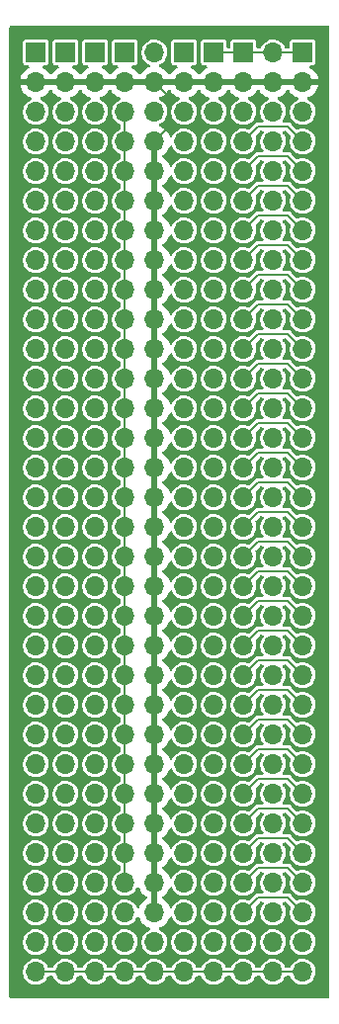
<source format=gtl>
G04 #@! TF.GenerationSoftware,KiCad,Pcbnew,(6.0.1)*
G04 #@! TF.CreationDate,2022-08-31T05:31:13-04:00*
G04 #@! TF.ProjectId,ITX-BKOUT,4954582d-424b-44f5-9554-2e6b69636164,1*
G04 #@! TF.SameCoordinates,Original*
G04 #@! TF.FileFunction,Copper,L1,Top*
G04 #@! TF.FilePolarity,Positive*
%FSLAX46Y46*%
G04 Gerber Fmt 4.6, Leading zero omitted, Abs format (unit mm)*
G04 Created by KiCad (PCBNEW (6.0.1)) date 2022-08-31 05:31:13*
%MOMM*%
%LPD*%
G01*
G04 APERTURE LIST*
G04 #@! TA.AperFunction,ComponentPad*
%ADD10R,1.700000X1.700000*%
G04 #@! TD*
G04 #@! TA.AperFunction,ComponentPad*
%ADD11O,1.700000X1.700000*%
G04 #@! TD*
G04 #@! TA.AperFunction,Conductor*
%ADD12C,0.203200*%
G04 #@! TD*
G04 #@! TA.AperFunction,Conductor*
%ADD13C,0.200000*%
G04 #@! TD*
G04 APERTURE END LIST*
D10*
X127000000Y-53340000D03*
D11*
X127000000Y-55880000D03*
X127000000Y-58420000D03*
X127000000Y-60960000D03*
X127000000Y-63500000D03*
X127000000Y-66040000D03*
X127000000Y-68580000D03*
X127000000Y-71120000D03*
X127000000Y-73660000D03*
X127000000Y-76200000D03*
X127000000Y-78740000D03*
X127000000Y-81280000D03*
X127000000Y-83820000D03*
X127000000Y-86360000D03*
X127000000Y-88900000D03*
X127000000Y-91440000D03*
X127000000Y-93980000D03*
X127000000Y-96520000D03*
X127000000Y-99060000D03*
X127000000Y-101600000D03*
X127000000Y-104140000D03*
X127000000Y-106680000D03*
X127000000Y-109220000D03*
X127000000Y-111760000D03*
X127000000Y-114300000D03*
X127000000Y-116840000D03*
X127000000Y-119380000D03*
X127000000Y-121920000D03*
X127000000Y-124460000D03*
X127000000Y-127000000D03*
X127000000Y-129540000D03*
X127000000Y-132080000D03*
D10*
X129540000Y-53340000D03*
D11*
X129540000Y-55880000D03*
X129540000Y-58420000D03*
X129540000Y-60960000D03*
X129540000Y-63500000D03*
X129540000Y-66040000D03*
X129540000Y-68580000D03*
X129540000Y-71120000D03*
X129540000Y-73660000D03*
X129540000Y-76200000D03*
X129540000Y-78740000D03*
X129540000Y-81280000D03*
X129540000Y-83820000D03*
X129540000Y-86360000D03*
X129540000Y-88900000D03*
X129540000Y-91440000D03*
X129540000Y-93980000D03*
X129540000Y-96520000D03*
X129540000Y-99060000D03*
X129540000Y-101600000D03*
X129540000Y-104140000D03*
X129540000Y-106680000D03*
X129540000Y-109220000D03*
X129540000Y-111760000D03*
X129540000Y-114300000D03*
X129540000Y-116840000D03*
X129540000Y-119380000D03*
X129540000Y-121920000D03*
X129540000Y-124460000D03*
X129540000Y-127000000D03*
X129540000Y-129540000D03*
X129540000Y-132080000D03*
D10*
X132080000Y-53340000D03*
D11*
X132080000Y-55880000D03*
X132080000Y-58420000D03*
X132080000Y-60960000D03*
X132080000Y-63500000D03*
X132080000Y-66040000D03*
X132080000Y-68580000D03*
X132080000Y-71120000D03*
X132080000Y-73660000D03*
X132080000Y-76200000D03*
X132080000Y-78740000D03*
X132080000Y-81280000D03*
X132080000Y-83820000D03*
X132080000Y-86360000D03*
X132080000Y-88900000D03*
X132080000Y-91440000D03*
X132080000Y-93980000D03*
X132080000Y-96520000D03*
X132080000Y-99060000D03*
X132080000Y-101600000D03*
X132080000Y-104140000D03*
X132080000Y-106680000D03*
X132080000Y-109220000D03*
X132080000Y-111760000D03*
X132080000Y-114300000D03*
X132080000Y-116840000D03*
X132080000Y-119380000D03*
X132080000Y-121920000D03*
X132080000Y-124460000D03*
X132080000Y-127000000D03*
X132080000Y-129540000D03*
X132080000Y-132080000D03*
D10*
X139700000Y-53340000D03*
D11*
X139700000Y-55880000D03*
X139700000Y-58420000D03*
X139700000Y-60960000D03*
X139700000Y-63500000D03*
X139700000Y-66040000D03*
X139700000Y-68580000D03*
X139700000Y-71120000D03*
X139700000Y-73660000D03*
X139700000Y-76200000D03*
X139700000Y-78740000D03*
X139700000Y-81280000D03*
X139700000Y-83820000D03*
X139700000Y-86360000D03*
X139700000Y-88900000D03*
X139700000Y-91440000D03*
X139700000Y-93980000D03*
X139700000Y-96520000D03*
X139700000Y-99060000D03*
X139700000Y-101600000D03*
X139700000Y-104140000D03*
X139700000Y-106680000D03*
X139700000Y-109220000D03*
X139700000Y-111760000D03*
X139700000Y-114300000D03*
X139700000Y-116840000D03*
X139700000Y-119380000D03*
X139700000Y-121920000D03*
X139700000Y-124460000D03*
X139700000Y-127000000D03*
X139700000Y-129540000D03*
X139700000Y-132080000D03*
D10*
X142240000Y-53340000D03*
D11*
X142240000Y-55880000D03*
X142240000Y-58420000D03*
X142240000Y-60960000D03*
X142240000Y-63500000D03*
X142240000Y-66040000D03*
X142240000Y-68580000D03*
X142240000Y-71120000D03*
X142240000Y-73660000D03*
X142240000Y-76200000D03*
X142240000Y-78740000D03*
X142240000Y-81280000D03*
X142240000Y-83820000D03*
X142240000Y-86360000D03*
X142240000Y-88900000D03*
X142240000Y-91440000D03*
X142240000Y-93980000D03*
X142240000Y-96520000D03*
X142240000Y-99060000D03*
X142240000Y-101600000D03*
X142240000Y-104140000D03*
X142240000Y-106680000D03*
X142240000Y-109220000D03*
X142240000Y-111760000D03*
X142240000Y-114300000D03*
X142240000Y-116840000D03*
X142240000Y-119380000D03*
X142240000Y-121920000D03*
X142240000Y-124460000D03*
X142240000Y-127000000D03*
X142240000Y-129540000D03*
X142240000Y-132080000D03*
D10*
X144780000Y-53340000D03*
D11*
X144780000Y-55880000D03*
X144780000Y-58420000D03*
X144780000Y-60960000D03*
X144780000Y-63500000D03*
X144780000Y-66040000D03*
X144780000Y-68580000D03*
X144780000Y-71120000D03*
X144780000Y-73660000D03*
X144780000Y-76200000D03*
X144780000Y-78740000D03*
X144780000Y-81280000D03*
X144780000Y-83820000D03*
X144780000Y-86360000D03*
X144780000Y-88900000D03*
X144780000Y-91440000D03*
X144780000Y-93980000D03*
X144780000Y-96520000D03*
X144780000Y-99060000D03*
X144780000Y-101600000D03*
X144780000Y-104140000D03*
X144780000Y-106680000D03*
X144780000Y-109220000D03*
X144780000Y-111760000D03*
X144780000Y-114300000D03*
X144780000Y-116840000D03*
X144780000Y-119380000D03*
X144780000Y-121920000D03*
X144780000Y-124460000D03*
X144780000Y-127000000D03*
X144780000Y-129540000D03*
X144780000Y-132080000D03*
D10*
X134620000Y-53340000D03*
D11*
X137160000Y-53340000D03*
X134620000Y-55880000D03*
X137160000Y-55880000D03*
X134620000Y-58420000D03*
X137160000Y-58420000D03*
X134620000Y-60960000D03*
X137160000Y-60960000D03*
X134620000Y-63500000D03*
X137160000Y-63500000D03*
X134620000Y-66040000D03*
X137160000Y-66040000D03*
X134620000Y-68580000D03*
X137160000Y-68580000D03*
X134620000Y-71120000D03*
X137160000Y-71120000D03*
X134620000Y-73660000D03*
X137160000Y-73660000D03*
X134620000Y-76200000D03*
X137160000Y-76200000D03*
X134620000Y-78740000D03*
X137160000Y-78740000D03*
X134620000Y-81280000D03*
X137160000Y-81280000D03*
X134620000Y-83820000D03*
X137160000Y-83820000D03*
X134620000Y-86360000D03*
X137160000Y-86360000D03*
X134620000Y-88900000D03*
X137160000Y-88900000D03*
X134620000Y-91440000D03*
X137160000Y-91440000D03*
X134620000Y-93980000D03*
X137160000Y-93980000D03*
X134620000Y-96520000D03*
X137160000Y-96520000D03*
X134620000Y-99060000D03*
X137160000Y-99060000D03*
X134620000Y-101600000D03*
X137160000Y-101600000D03*
X134620000Y-104140000D03*
X137160000Y-104140000D03*
X134620000Y-106680000D03*
X137160000Y-106680000D03*
X134620000Y-109220000D03*
X137160000Y-109220000D03*
X134620000Y-111760000D03*
X137160000Y-111760000D03*
X134620000Y-114300000D03*
X137160000Y-114300000D03*
X134620000Y-116840000D03*
X137160000Y-116840000D03*
X134620000Y-119380000D03*
X137160000Y-119380000D03*
X134620000Y-121920000D03*
X137160000Y-121920000D03*
X134620000Y-124460000D03*
X137160000Y-124460000D03*
X134620000Y-127000000D03*
X137160000Y-127000000D03*
X134620000Y-129540000D03*
X137160000Y-129540000D03*
X134620000Y-132080000D03*
X137160000Y-132080000D03*
D10*
X149860000Y-53340000D03*
D11*
X147320000Y-53340000D03*
X149860000Y-55880000D03*
X147320000Y-55880000D03*
X149860000Y-58420000D03*
X147320000Y-58420000D03*
X149860000Y-60960000D03*
X147320000Y-60960000D03*
X149860000Y-63500000D03*
X147320000Y-63500000D03*
X149860000Y-66040000D03*
X147320000Y-66040000D03*
X149860000Y-68580000D03*
X147320000Y-68580000D03*
X149860000Y-71120000D03*
X147320000Y-71120000D03*
X149860000Y-73660000D03*
X147320000Y-73660000D03*
X149860000Y-76200000D03*
X147320000Y-76200000D03*
X149860000Y-78740000D03*
X147320000Y-78740000D03*
X149860000Y-81280000D03*
X147320000Y-81280000D03*
X149860000Y-83820000D03*
X147320000Y-83820000D03*
X149860000Y-86360000D03*
X147320000Y-86360000D03*
X149860000Y-88900000D03*
X147320000Y-88900000D03*
X149860000Y-91440000D03*
X147320000Y-91440000D03*
X149860000Y-93980000D03*
X147320000Y-93980000D03*
X149860000Y-96520000D03*
X147320000Y-96520000D03*
X149860000Y-99060000D03*
X147320000Y-99060000D03*
X149860000Y-101600000D03*
X147320000Y-101600000D03*
X149860000Y-104140000D03*
X147320000Y-104140000D03*
X149860000Y-106680000D03*
X147320000Y-106680000D03*
X149860000Y-109220000D03*
X147320000Y-109220000D03*
X149860000Y-111760000D03*
X147320000Y-111760000D03*
X149860000Y-114300000D03*
X147320000Y-114300000D03*
X149860000Y-116840000D03*
X147320000Y-116840000D03*
X149860000Y-119380000D03*
X147320000Y-119380000D03*
X149860000Y-121920000D03*
X147320000Y-121920000D03*
X149860000Y-124460000D03*
X147320000Y-124460000D03*
X149860000Y-127000000D03*
X147320000Y-127000000D03*
X149860000Y-129540000D03*
X147320000Y-129540000D03*
X149860000Y-132080000D03*
X147320000Y-132080000D03*
D12*
X137160000Y-60960000D02*
X137160000Y-127000000D01*
X138314311Y-59805689D02*
X137160000Y-60960000D01*
X137160000Y-55880000D02*
X138314311Y-57034311D01*
X138314311Y-57034311D02*
X138314311Y-59805689D01*
X134620000Y-58420000D02*
X134620000Y-124460000D01*
X149860000Y-60960000D02*
X148590000Y-59690000D01*
X146050000Y-59690000D02*
X144780000Y-60960000D01*
X148590000Y-59690000D02*
X146050000Y-59690000D01*
X142240000Y-53340000D02*
X147320000Y-53340000D01*
X149860000Y-53340000D02*
X147320000Y-53340000D01*
X144780000Y-63500000D02*
X146050000Y-62230000D01*
X146050000Y-62230000D02*
X148590000Y-62230000D01*
X148590000Y-62230000D02*
X149860000Y-63500000D01*
X146050000Y-64770000D02*
X148590000Y-64770000D01*
X148590000Y-64770000D02*
X149860000Y-66040000D01*
X144780000Y-66040000D02*
X146050000Y-64770000D01*
X148590000Y-67310000D02*
X149860000Y-68580000D01*
X146050000Y-67310000D02*
X148590000Y-67310000D01*
X144780000Y-68580000D02*
X146050000Y-67310000D01*
X144780000Y-71120000D02*
X146050000Y-69850000D01*
X146050000Y-69850000D02*
X148590000Y-69850000D01*
X148590000Y-69850000D02*
X149860000Y-71120000D01*
X144780000Y-73660000D02*
X146050000Y-72390000D01*
X148590000Y-72390000D02*
X149860000Y-73660000D01*
X146050000Y-72390000D02*
X148590000Y-72390000D01*
X144780000Y-76200000D02*
X146050000Y-74930000D01*
X148590000Y-74930000D02*
X149860000Y-76200000D01*
X146050000Y-74930000D02*
X148590000Y-74930000D01*
X146050000Y-77470000D02*
X148590000Y-77470000D01*
X144780000Y-78740000D02*
X146050000Y-77470000D01*
X148590000Y-77470000D02*
X149860000Y-78740000D01*
X146050000Y-80010000D02*
X148590000Y-80010000D01*
X144780000Y-81280000D02*
X146050000Y-80010000D01*
X148590000Y-80010000D02*
X149860000Y-81280000D01*
X146050000Y-82550000D02*
X148590000Y-82550000D01*
X148590000Y-82550000D02*
X149860000Y-83820000D01*
X144780000Y-83820000D02*
X146050000Y-82550000D01*
X144780000Y-86360000D02*
X146050000Y-85090000D01*
X148590000Y-85090000D02*
X149860000Y-86360000D01*
X146050000Y-85090000D02*
X148590000Y-85090000D01*
X144780000Y-88900000D02*
X146050000Y-87630000D01*
X148590000Y-87630000D02*
X149860000Y-88900000D01*
X146050000Y-87630000D02*
X148590000Y-87630000D01*
X148590000Y-90170000D02*
X149860000Y-91440000D01*
X146050000Y-90170000D02*
X148590000Y-90170000D01*
X144780000Y-91440000D02*
X146050000Y-90170000D01*
D13*
X148590000Y-92710000D02*
X149860000Y-93980000D01*
X146050000Y-92710000D02*
X148590000Y-92710000D01*
X144780000Y-93980000D02*
X146050000Y-92710000D01*
D12*
X148590000Y-97790000D02*
X149860000Y-99060000D01*
X144780000Y-99060000D02*
X146050000Y-97790000D01*
X146050000Y-97790000D02*
X148590000Y-97790000D01*
X144780000Y-101600000D02*
X146050000Y-100330000D01*
X146050000Y-100330000D02*
X148590000Y-100330000D01*
X148590000Y-100330000D02*
X149860000Y-101600000D01*
X148590000Y-102870000D02*
X149860000Y-104140000D01*
X144780000Y-104140000D02*
X146050000Y-102870000D01*
X146050000Y-102870000D02*
X148590000Y-102870000D01*
X148590000Y-105410000D02*
X149860000Y-106680000D01*
X144780000Y-106680000D02*
X146050000Y-105410000D01*
X146050000Y-105410000D02*
X148590000Y-105410000D01*
D13*
X144780000Y-96520000D02*
X146050000Y-95250000D01*
X148590000Y-95250000D02*
X149860000Y-96520000D01*
X146050000Y-95250000D02*
X148590000Y-95250000D01*
D12*
X144780000Y-109220000D02*
X146050000Y-107950000D01*
X148590000Y-107950000D02*
X149860000Y-109220000D01*
X146050000Y-107950000D02*
X148590000Y-107950000D01*
X144780000Y-111760000D02*
X146050000Y-110490000D01*
X146050000Y-110490000D02*
X148590000Y-110490000D01*
X148590000Y-110490000D02*
X149860000Y-111760000D01*
X146050000Y-113030000D02*
X148590000Y-113030000D01*
X144780000Y-114300000D02*
X146050000Y-113030000D01*
X148590000Y-113030000D02*
X149860000Y-114300000D01*
X144780000Y-116840000D02*
X146050000Y-115570000D01*
X148590000Y-115570000D02*
X149860000Y-116840000D01*
X146050000Y-115570000D02*
X148590000Y-115570000D01*
X148590000Y-118110000D02*
X149860000Y-119380000D01*
X144780000Y-119380000D02*
X146050000Y-118110000D01*
X146050000Y-118110000D02*
X148590000Y-118110000D01*
X144780000Y-121920000D02*
X146050000Y-120650000D01*
X148590000Y-120650000D02*
X149860000Y-121920000D01*
X146050000Y-120650000D02*
X148590000Y-120650000D01*
X144780000Y-124460000D02*
X146050000Y-123190000D01*
X148590000Y-123190000D02*
X149860000Y-124460000D01*
X146050000Y-123190000D02*
X148590000Y-123190000D01*
X148590000Y-125730000D02*
X149860000Y-127000000D01*
X144780000Y-127000000D02*
X146050000Y-125730000D01*
X146050000Y-125730000D02*
X148590000Y-125730000D01*
X129540000Y-132080000D02*
X132080000Y-132080000D01*
X132080000Y-132080000D02*
X134620000Y-132080000D01*
X139700000Y-132080000D02*
X142240000Y-132080000D01*
X127000000Y-132080000D02*
X129540000Y-132080000D01*
X134620000Y-132080000D02*
X137160000Y-132080000D01*
X144780000Y-132080000D02*
X147320000Y-132080000D01*
X147320000Y-132080000D02*
X149860000Y-132080000D01*
X142240000Y-132080000D02*
X144780000Y-132080000D01*
X137160000Y-132080000D02*
X139700000Y-132080000D01*
G04 #@! TA.AperFunction,Conductor*
G36*
X152088121Y-51074002D02*
G01*
X152134614Y-51127658D01*
X152146000Y-51180000D01*
X152146000Y-134240000D01*
X152125998Y-134308121D01*
X152072342Y-134354614D01*
X152020000Y-134366000D01*
X124840000Y-134366000D01*
X124771879Y-134345998D01*
X124725386Y-134292342D01*
X124714000Y-134240000D01*
X124714000Y-132050964D01*
X125891148Y-132050964D01*
X125904424Y-132253522D01*
X125905845Y-132259118D01*
X125905846Y-132259123D01*
X125926119Y-132338945D01*
X125954392Y-132450269D01*
X125956809Y-132455512D01*
X125994010Y-132536208D01*
X126039377Y-132634616D01*
X126156533Y-132800389D01*
X126301938Y-132942035D01*
X126470720Y-133054812D01*
X126476023Y-133057090D01*
X126476026Y-133057092D01*
X126564707Y-133095192D01*
X126657228Y-133134942D01*
X126730244Y-133151464D01*
X126849579Y-133178467D01*
X126849584Y-133178468D01*
X126855216Y-133179742D01*
X126860987Y-133179969D01*
X126860989Y-133179969D01*
X126920756Y-133182317D01*
X127058053Y-133187712D01*
X127158499Y-133173148D01*
X127253231Y-133159413D01*
X127253236Y-133159412D01*
X127258945Y-133158584D01*
X127264409Y-133156729D01*
X127264414Y-133156728D01*
X127445693Y-133095192D01*
X127445698Y-133095190D01*
X127451165Y-133093334D01*
X127628276Y-132994147D01*
X127690934Y-132942035D01*
X127779913Y-132868031D01*
X127784345Y-132864345D01*
X127914147Y-132708276D01*
X128013334Y-132531165D01*
X128016581Y-132521600D01*
X128057416Y-132463524D01*
X128123168Y-132436744D01*
X128135894Y-132436100D01*
X128407202Y-132436100D01*
X128475323Y-132456102D01*
X128521628Y-132509349D01*
X128534010Y-132536208D01*
X128579377Y-132634616D01*
X128696533Y-132800389D01*
X128841938Y-132942035D01*
X129010720Y-133054812D01*
X129016023Y-133057090D01*
X129016026Y-133057092D01*
X129104707Y-133095192D01*
X129197228Y-133134942D01*
X129270244Y-133151464D01*
X129389579Y-133178467D01*
X129389584Y-133178468D01*
X129395216Y-133179742D01*
X129400987Y-133179969D01*
X129400989Y-133179969D01*
X129460756Y-133182317D01*
X129598053Y-133187712D01*
X129698499Y-133173148D01*
X129793231Y-133159413D01*
X129793236Y-133159412D01*
X129798945Y-133158584D01*
X129804409Y-133156729D01*
X129804414Y-133156728D01*
X129985693Y-133095192D01*
X129985698Y-133095190D01*
X129991165Y-133093334D01*
X130168276Y-132994147D01*
X130230934Y-132942035D01*
X130319913Y-132868031D01*
X130324345Y-132864345D01*
X130454147Y-132708276D01*
X130553334Y-132531165D01*
X130556581Y-132521600D01*
X130597416Y-132463524D01*
X130663168Y-132436744D01*
X130675894Y-132436100D01*
X130947202Y-132436100D01*
X131015323Y-132456102D01*
X131061628Y-132509349D01*
X131074010Y-132536208D01*
X131119377Y-132634616D01*
X131236533Y-132800389D01*
X131381938Y-132942035D01*
X131550720Y-133054812D01*
X131556023Y-133057090D01*
X131556026Y-133057092D01*
X131644707Y-133095192D01*
X131737228Y-133134942D01*
X131810244Y-133151464D01*
X131929579Y-133178467D01*
X131929584Y-133178468D01*
X131935216Y-133179742D01*
X131940987Y-133179969D01*
X131940989Y-133179969D01*
X132000756Y-133182317D01*
X132138053Y-133187712D01*
X132238499Y-133173148D01*
X132333231Y-133159413D01*
X132333236Y-133159412D01*
X132338945Y-133158584D01*
X132344409Y-133156729D01*
X132344414Y-133156728D01*
X132525693Y-133095192D01*
X132525698Y-133095190D01*
X132531165Y-133093334D01*
X132708276Y-132994147D01*
X132770934Y-132942035D01*
X132859913Y-132868031D01*
X132864345Y-132864345D01*
X132994147Y-132708276D01*
X133093334Y-132531165D01*
X133096581Y-132521600D01*
X133137416Y-132463524D01*
X133203168Y-132436744D01*
X133215894Y-132436100D01*
X133487202Y-132436100D01*
X133555323Y-132456102D01*
X133601628Y-132509349D01*
X133614010Y-132536208D01*
X133659377Y-132634616D01*
X133776533Y-132800389D01*
X133921938Y-132942035D01*
X134090720Y-133054812D01*
X134096023Y-133057090D01*
X134096026Y-133057092D01*
X134184707Y-133095192D01*
X134277228Y-133134942D01*
X134350244Y-133151464D01*
X134469579Y-133178467D01*
X134469584Y-133178468D01*
X134475216Y-133179742D01*
X134480987Y-133179969D01*
X134480989Y-133179969D01*
X134540756Y-133182317D01*
X134678053Y-133187712D01*
X134778499Y-133173148D01*
X134873231Y-133159413D01*
X134873236Y-133159412D01*
X134878945Y-133158584D01*
X134884409Y-133156729D01*
X134884414Y-133156728D01*
X135065693Y-133095192D01*
X135065698Y-133095190D01*
X135071165Y-133093334D01*
X135248276Y-132994147D01*
X135310934Y-132942035D01*
X135399913Y-132868031D01*
X135404345Y-132864345D01*
X135534147Y-132708276D01*
X135633334Y-132531165D01*
X135636581Y-132521600D01*
X135677416Y-132463524D01*
X135743168Y-132436744D01*
X135755894Y-132436100D01*
X136027202Y-132436100D01*
X136095323Y-132456102D01*
X136141628Y-132509349D01*
X136154010Y-132536208D01*
X136199377Y-132634616D01*
X136316533Y-132800389D01*
X136461938Y-132942035D01*
X136630720Y-133054812D01*
X136636023Y-133057090D01*
X136636026Y-133057092D01*
X136724707Y-133095192D01*
X136817228Y-133134942D01*
X136890244Y-133151464D01*
X137009579Y-133178467D01*
X137009584Y-133178468D01*
X137015216Y-133179742D01*
X137020987Y-133179969D01*
X137020989Y-133179969D01*
X137080756Y-133182317D01*
X137218053Y-133187712D01*
X137318499Y-133173148D01*
X137413231Y-133159413D01*
X137413236Y-133159412D01*
X137418945Y-133158584D01*
X137424409Y-133156729D01*
X137424414Y-133156728D01*
X137605693Y-133095192D01*
X137605698Y-133095190D01*
X137611165Y-133093334D01*
X137788276Y-132994147D01*
X137850934Y-132942035D01*
X137939913Y-132868031D01*
X137944345Y-132864345D01*
X138074147Y-132708276D01*
X138173334Y-132531165D01*
X138176581Y-132521600D01*
X138217416Y-132463524D01*
X138283168Y-132436744D01*
X138295894Y-132436100D01*
X138567202Y-132436100D01*
X138635323Y-132456102D01*
X138681628Y-132509349D01*
X138694010Y-132536208D01*
X138739377Y-132634616D01*
X138856533Y-132800389D01*
X139001938Y-132942035D01*
X139170720Y-133054812D01*
X139176023Y-133057090D01*
X139176026Y-133057092D01*
X139264707Y-133095192D01*
X139357228Y-133134942D01*
X139430244Y-133151464D01*
X139549579Y-133178467D01*
X139549584Y-133178468D01*
X139555216Y-133179742D01*
X139560987Y-133179969D01*
X139560989Y-133179969D01*
X139620756Y-133182317D01*
X139758053Y-133187712D01*
X139858499Y-133173148D01*
X139953231Y-133159413D01*
X139953236Y-133159412D01*
X139958945Y-133158584D01*
X139964409Y-133156729D01*
X139964414Y-133156728D01*
X140145693Y-133095192D01*
X140145698Y-133095190D01*
X140151165Y-133093334D01*
X140328276Y-132994147D01*
X140390934Y-132942035D01*
X140479913Y-132868031D01*
X140484345Y-132864345D01*
X140614147Y-132708276D01*
X140713334Y-132531165D01*
X140716581Y-132521600D01*
X140757416Y-132463524D01*
X140823168Y-132436744D01*
X140835894Y-132436100D01*
X141107202Y-132436100D01*
X141175323Y-132456102D01*
X141221628Y-132509349D01*
X141234010Y-132536208D01*
X141279377Y-132634616D01*
X141396533Y-132800389D01*
X141541938Y-132942035D01*
X141710720Y-133054812D01*
X141716023Y-133057090D01*
X141716026Y-133057092D01*
X141804707Y-133095192D01*
X141897228Y-133134942D01*
X141970244Y-133151464D01*
X142089579Y-133178467D01*
X142089584Y-133178468D01*
X142095216Y-133179742D01*
X142100987Y-133179969D01*
X142100989Y-133179969D01*
X142160756Y-133182317D01*
X142298053Y-133187712D01*
X142398499Y-133173148D01*
X142493231Y-133159413D01*
X142493236Y-133159412D01*
X142498945Y-133158584D01*
X142504409Y-133156729D01*
X142504414Y-133156728D01*
X142685693Y-133095192D01*
X142685698Y-133095190D01*
X142691165Y-133093334D01*
X142868276Y-132994147D01*
X142930934Y-132942035D01*
X143019913Y-132868031D01*
X143024345Y-132864345D01*
X143154147Y-132708276D01*
X143253334Y-132531165D01*
X143256581Y-132521600D01*
X143297416Y-132463524D01*
X143363168Y-132436744D01*
X143375894Y-132436100D01*
X143647202Y-132436100D01*
X143715323Y-132456102D01*
X143761628Y-132509349D01*
X143774010Y-132536208D01*
X143819377Y-132634616D01*
X143936533Y-132800389D01*
X144081938Y-132942035D01*
X144250720Y-133054812D01*
X144256023Y-133057090D01*
X144256026Y-133057092D01*
X144344707Y-133095192D01*
X144437228Y-133134942D01*
X144510244Y-133151464D01*
X144629579Y-133178467D01*
X144629584Y-133178468D01*
X144635216Y-133179742D01*
X144640987Y-133179969D01*
X144640989Y-133179969D01*
X144700756Y-133182317D01*
X144838053Y-133187712D01*
X144938499Y-133173148D01*
X145033231Y-133159413D01*
X145033236Y-133159412D01*
X145038945Y-133158584D01*
X145044409Y-133156729D01*
X145044414Y-133156728D01*
X145225693Y-133095192D01*
X145225698Y-133095190D01*
X145231165Y-133093334D01*
X145408276Y-132994147D01*
X145470934Y-132942035D01*
X145559913Y-132868031D01*
X145564345Y-132864345D01*
X145694147Y-132708276D01*
X145793334Y-132531165D01*
X145796581Y-132521600D01*
X145837416Y-132463524D01*
X145903168Y-132436744D01*
X145915894Y-132436100D01*
X146187202Y-132436100D01*
X146255323Y-132456102D01*
X146301628Y-132509349D01*
X146314010Y-132536208D01*
X146359377Y-132634616D01*
X146476533Y-132800389D01*
X146621938Y-132942035D01*
X146790720Y-133054812D01*
X146796023Y-133057090D01*
X146796026Y-133057092D01*
X146884707Y-133095192D01*
X146977228Y-133134942D01*
X147050244Y-133151464D01*
X147169579Y-133178467D01*
X147169584Y-133178468D01*
X147175216Y-133179742D01*
X147180987Y-133179969D01*
X147180989Y-133179969D01*
X147240756Y-133182317D01*
X147378053Y-133187712D01*
X147478499Y-133173148D01*
X147573231Y-133159413D01*
X147573236Y-133159412D01*
X147578945Y-133158584D01*
X147584409Y-133156729D01*
X147584414Y-133156728D01*
X147765693Y-133095192D01*
X147765698Y-133095190D01*
X147771165Y-133093334D01*
X147948276Y-132994147D01*
X148010934Y-132942035D01*
X148099913Y-132868031D01*
X148104345Y-132864345D01*
X148234147Y-132708276D01*
X148333334Y-132531165D01*
X148336581Y-132521600D01*
X148377416Y-132463524D01*
X148443168Y-132436744D01*
X148455894Y-132436100D01*
X148727202Y-132436100D01*
X148795323Y-132456102D01*
X148841628Y-132509349D01*
X148854010Y-132536208D01*
X148899377Y-132634616D01*
X149016533Y-132800389D01*
X149161938Y-132942035D01*
X149330720Y-133054812D01*
X149336023Y-133057090D01*
X149336026Y-133057092D01*
X149424707Y-133095192D01*
X149517228Y-133134942D01*
X149590244Y-133151464D01*
X149709579Y-133178467D01*
X149709584Y-133178468D01*
X149715216Y-133179742D01*
X149720987Y-133179969D01*
X149720989Y-133179969D01*
X149780756Y-133182317D01*
X149918053Y-133187712D01*
X150018499Y-133173148D01*
X150113231Y-133159413D01*
X150113236Y-133159412D01*
X150118945Y-133158584D01*
X150124409Y-133156729D01*
X150124414Y-133156728D01*
X150305693Y-133095192D01*
X150305698Y-133095190D01*
X150311165Y-133093334D01*
X150488276Y-132994147D01*
X150550934Y-132942035D01*
X150639913Y-132868031D01*
X150644345Y-132864345D01*
X150774147Y-132708276D01*
X150873334Y-132531165D01*
X150875190Y-132525697D01*
X150875192Y-132525693D01*
X150936728Y-132344414D01*
X150936729Y-132344409D01*
X150938584Y-132338945D01*
X150939412Y-132333236D01*
X150939413Y-132333231D01*
X150967179Y-132141727D01*
X150967712Y-132138053D01*
X150969232Y-132080000D01*
X150950658Y-131877859D01*
X150949090Y-131872299D01*
X150897125Y-131688046D01*
X150897124Y-131688044D01*
X150895557Y-131682487D01*
X150884978Y-131661033D01*
X150808331Y-131505609D01*
X150808330Y-131505608D01*
X150805776Y-131500428D01*
X150684320Y-131337779D01*
X150535258Y-131199987D01*
X150530375Y-131196906D01*
X150530371Y-131196903D01*
X150368464Y-131094748D01*
X150363581Y-131091667D01*
X150175039Y-131016446D01*
X150169379Y-131015320D01*
X150169375Y-131015319D01*
X149981613Y-130977971D01*
X149981610Y-130977971D01*
X149975946Y-130976844D01*
X149970171Y-130976768D01*
X149970167Y-130976768D01*
X149868793Y-130975441D01*
X149772971Y-130974187D01*
X149767274Y-130975166D01*
X149767273Y-130975166D01*
X149578607Y-131007585D01*
X149572910Y-131008564D01*
X149382463Y-131078824D01*
X149208010Y-131182612D01*
X149203670Y-131186418D01*
X149203666Y-131186421D01*
X149183723Y-131203911D01*
X149055392Y-131316455D01*
X148929720Y-131475869D01*
X148927031Y-131480980D01*
X148927029Y-131480983D01*
X148914073Y-131505608D01*
X148835203Y-131655515D01*
X148833017Y-131654365D01*
X148795134Y-131701389D01*
X148723259Y-131723900D01*
X148454331Y-131723900D01*
X148386210Y-131703898D01*
X148341325Y-131653628D01*
X148268331Y-131505608D01*
X148268328Y-131505604D01*
X148265776Y-131500428D01*
X148144320Y-131337779D01*
X147995258Y-131199987D01*
X147990375Y-131196906D01*
X147990371Y-131196903D01*
X147828464Y-131094748D01*
X147823581Y-131091667D01*
X147635039Y-131016446D01*
X147629379Y-131015320D01*
X147629375Y-131015319D01*
X147441613Y-130977971D01*
X147441610Y-130977971D01*
X147435946Y-130976844D01*
X147430171Y-130976768D01*
X147430167Y-130976768D01*
X147328793Y-130975441D01*
X147232971Y-130974187D01*
X147227274Y-130975166D01*
X147227273Y-130975166D01*
X147038607Y-131007585D01*
X147032910Y-131008564D01*
X146842463Y-131078824D01*
X146668010Y-131182612D01*
X146663670Y-131186418D01*
X146663666Y-131186421D01*
X146643723Y-131203911D01*
X146515392Y-131316455D01*
X146389720Y-131475869D01*
X146387031Y-131480980D01*
X146387029Y-131480983D01*
X146374073Y-131505608D01*
X146295203Y-131655515D01*
X146293017Y-131654365D01*
X146255134Y-131701389D01*
X146183259Y-131723900D01*
X145914331Y-131723900D01*
X145846210Y-131703898D01*
X145801325Y-131653628D01*
X145728331Y-131505608D01*
X145728328Y-131505604D01*
X145725776Y-131500428D01*
X145604320Y-131337779D01*
X145455258Y-131199987D01*
X145450375Y-131196906D01*
X145450371Y-131196903D01*
X145288464Y-131094748D01*
X145283581Y-131091667D01*
X145095039Y-131016446D01*
X145089379Y-131015320D01*
X145089375Y-131015319D01*
X144901613Y-130977971D01*
X144901610Y-130977971D01*
X144895946Y-130976844D01*
X144890171Y-130976768D01*
X144890167Y-130976768D01*
X144788793Y-130975441D01*
X144692971Y-130974187D01*
X144687274Y-130975166D01*
X144687273Y-130975166D01*
X144498607Y-131007585D01*
X144492910Y-131008564D01*
X144302463Y-131078824D01*
X144128010Y-131182612D01*
X144123670Y-131186418D01*
X144123666Y-131186421D01*
X144103723Y-131203911D01*
X143975392Y-131316455D01*
X143849720Y-131475869D01*
X143847031Y-131480980D01*
X143847029Y-131480983D01*
X143834073Y-131505608D01*
X143755203Y-131655515D01*
X143753017Y-131654365D01*
X143715134Y-131701389D01*
X143643259Y-131723900D01*
X143374331Y-131723900D01*
X143306210Y-131703898D01*
X143261325Y-131653628D01*
X143188331Y-131505608D01*
X143188328Y-131505604D01*
X143185776Y-131500428D01*
X143064320Y-131337779D01*
X142915258Y-131199987D01*
X142910375Y-131196906D01*
X142910371Y-131196903D01*
X142748464Y-131094748D01*
X142743581Y-131091667D01*
X142555039Y-131016446D01*
X142549379Y-131015320D01*
X142549375Y-131015319D01*
X142361613Y-130977971D01*
X142361610Y-130977971D01*
X142355946Y-130976844D01*
X142350171Y-130976768D01*
X142350167Y-130976768D01*
X142248793Y-130975441D01*
X142152971Y-130974187D01*
X142147274Y-130975166D01*
X142147273Y-130975166D01*
X141958607Y-131007585D01*
X141952910Y-131008564D01*
X141762463Y-131078824D01*
X141588010Y-131182612D01*
X141583670Y-131186418D01*
X141583666Y-131186421D01*
X141563723Y-131203911D01*
X141435392Y-131316455D01*
X141309720Y-131475869D01*
X141307031Y-131480980D01*
X141307029Y-131480983D01*
X141294073Y-131505608D01*
X141215203Y-131655515D01*
X141213017Y-131654365D01*
X141175134Y-131701389D01*
X141103259Y-131723900D01*
X140834331Y-131723900D01*
X140766210Y-131703898D01*
X140721325Y-131653628D01*
X140648331Y-131505608D01*
X140648328Y-131505604D01*
X140645776Y-131500428D01*
X140524320Y-131337779D01*
X140375258Y-131199987D01*
X140370375Y-131196906D01*
X140370371Y-131196903D01*
X140208464Y-131094748D01*
X140203581Y-131091667D01*
X140015039Y-131016446D01*
X140009379Y-131015320D01*
X140009375Y-131015319D01*
X139821613Y-130977971D01*
X139821610Y-130977971D01*
X139815946Y-130976844D01*
X139810171Y-130976768D01*
X139810167Y-130976768D01*
X139708793Y-130975441D01*
X139612971Y-130974187D01*
X139607274Y-130975166D01*
X139607273Y-130975166D01*
X139418607Y-131007585D01*
X139412910Y-131008564D01*
X139222463Y-131078824D01*
X139048010Y-131182612D01*
X139043670Y-131186418D01*
X139043666Y-131186421D01*
X139023723Y-131203911D01*
X138895392Y-131316455D01*
X138769720Y-131475869D01*
X138767031Y-131480980D01*
X138767029Y-131480983D01*
X138754073Y-131505608D01*
X138675203Y-131655515D01*
X138673017Y-131654365D01*
X138635134Y-131701389D01*
X138563259Y-131723900D01*
X138294331Y-131723900D01*
X138226210Y-131703898D01*
X138181325Y-131653628D01*
X138108331Y-131505608D01*
X138108328Y-131505604D01*
X138105776Y-131500428D01*
X137984320Y-131337779D01*
X137835258Y-131199987D01*
X137830375Y-131196906D01*
X137830371Y-131196903D01*
X137668464Y-131094748D01*
X137663581Y-131091667D01*
X137475039Y-131016446D01*
X137469379Y-131015320D01*
X137469375Y-131015319D01*
X137281613Y-130977971D01*
X137281610Y-130977971D01*
X137275946Y-130976844D01*
X137270171Y-130976768D01*
X137270167Y-130976768D01*
X137168793Y-130975441D01*
X137072971Y-130974187D01*
X137067274Y-130975166D01*
X137067273Y-130975166D01*
X136878607Y-131007585D01*
X136872910Y-131008564D01*
X136682463Y-131078824D01*
X136508010Y-131182612D01*
X136503670Y-131186418D01*
X136503666Y-131186421D01*
X136483723Y-131203911D01*
X136355392Y-131316455D01*
X136229720Y-131475869D01*
X136227031Y-131480980D01*
X136227029Y-131480983D01*
X136214073Y-131505608D01*
X136135203Y-131655515D01*
X136133017Y-131654365D01*
X136095134Y-131701389D01*
X136023259Y-131723900D01*
X135754331Y-131723900D01*
X135686210Y-131703898D01*
X135641325Y-131653628D01*
X135568331Y-131505608D01*
X135568328Y-131505604D01*
X135565776Y-131500428D01*
X135444320Y-131337779D01*
X135295258Y-131199987D01*
X135290375Y-131196906D01*
X135290371Y-131196903D01*
X135128464Y-131094748D01*
X135123581Y-131091667D01*
X134935039Y-131016446D01*
X134929379Y-131015320D01*
X134929375Y-131015319D01*
X134741613Y-130977971D01*
X134741610Y-130977971D01*
X134735946Y-130976844D01*
X134730171Y-130976768D01*
X134730167Y-130976768D01*
X134628793Y-130975441D01*
X134532971Y-130974187D01*
X134527274Y-130975166D01*
X134527273Y-130975166D01*
X134338607Y-131007585D01*
X134332910Y-131008564D01*
X134142463Y-131078824D01*
X133968010Y-131182612D01*
X133963670Y-131186418D01*
X133963666Y-131186421D01*
X133943723Y-131203911D01*
X133815392Y-131316455D01*
X133689720Y-131475869D01*
X133687031Y-131480980D01*
X133687029Y-131480983D01*
X133674073Y-131505608D01*
X133595203Y-131655515D01*
X133593017Y-131654365D01*
X133555134Y-131701389D01*
X133483259Y-131723900D01*
X133214331Y-131723900D01*
X133146210Y-131703898D01*
X133101325Y-131653628D01*
X133028331Y-131505608D01*
X133028328Y-131505604D01*
X133025776Y-131500428D01*
X132904320Y-131337779D01*
X132755258Y-131199987D01*
X132750375Y-131196906D01*
X132750371Y-131196903D01*
X132588464Y-131094748D01*
X132583581Y-131091667D01*
X132395039Y-131016446D01*
X132389379Y-131015320D01*
X132389375Y-131015319D01*
X132201613Y-130977971D01*
X132201610Y-130977971D01*
X132195946Y-130976844D01*
X132190171Y-130976768D01*
X132190167Y-130976768D01*
X132088793Y-130975441D01*
X131992971Y-130974187D01*
X131987274Y-130975166D01*
X131987273Y-130975166D01*
X131798607Y-131007585D01*
X131792910Y-131008564D01*
X131602463Y-131078824D01*
X131428010Y-131182612D01*
X131423670Y-131186418D01*
X131423666Y-131186421D01*
X131403723Y-131203911D01*
X131275392Y-131316455D01*
X131149720Y-131475869D01*
X131147031Y-131480980D01*
X131147029Y-131480983D01*
X131134073Y-131505608D01*
X131055203Y-131655515D01*
X131053017Y-131654365D01*
X131015134Y-131701389D01*
X130943259Y-131723900D01*
X130674331Y-131723900D01*
X130606210Y-131703898D01*
X130561325Y-131653628D01*
X130488331Y-131505608D01*
X130488328Y-131505604D01*
X130485776Y-131500428D01*
X130364320Y-131337779D01*
X130215258Y-131199987D01*
X130210375Y-131196906D01*
X130210371Y-131196903D01*
X130048464Y-131094748D01*
X130043581Y-131091667D01*
X129855039Y-131016446D01*
X129849379Y-131015320D01*
X129849375Y-131015319D01*
X129661613Y-130977971D01*
X129661610Y-130977971D01*
X129655946Y-130976844D01*
X129650171Y-130976768D01*
X129650167Y-130976768D01*
X129548793Y-130975441D01*
X129452971Y-130974187D01*
X129447274Y-130975166D01*
X129447273Y-130975166D01*
X129258607Y-131007585D01*
X129252910Y-131008564D01*
X129062463Y-131078824D01*
X128888010Y-131182612D01*
X128883670Y-131186418D01*
X128883666Y-131186421D01*
X128863723Y-131203911D01*
X128735392Y-131316455D01*
X128609720Y-131475869D01*
X128607031Y-131480980D01*
X128607029Y-131480983D01*
X128594073Y-131505608D01*
X128515203Y-131655515D01*
X128513017Y-131654365D01*
X128475134Y-131701389D01*
X128403259Y-131723900D01*
X128134331Y-131723900D01*
X128066210Y-131703898D01*
X128021325Y-131653628D01*
X127948331Y-131505608D01*
X127948328Y-131505604D01*
X127945776Y-131500428D01*
X127824320Y-131337779D01*
X127675258Y-131199987D01*
X127670375Y-131196906D01*
X127670371Y-131196903D01*
X127508464Y-131094748D01*
X127503581Y-131091667D01*
X127315039Y-131016446D01*
X127309379Y-131015320D01*
X127309375Y-131015319D01*
X127121613Y-130977971D01*
X127121610Y-130977971D01*
X127115946Y-130976844D01*
X127110171Y-130976768D01*
X127110167Y-130976768D01*
X127008793Y-130975441D01*
X126912971Y-130974187D01*
X126907274Y-130975166D01*
X126907273Y-130975166D01*
X126718607Y-131007585D01*
X126712910Y-131008564D01*
X126522463Y-131078824D01*
X126348010Y-131182612D01*
X126343670Y-131186418D01*
X126343666Y-131186421D01*
X126323723Y-131203911D01*
X126195392Y-131316455D01*
X126069720Y-131475869D01*
X126067031Y-131480980D01*
X126067029Y-131480983D01*
X126054073Y-131505608D01*
X125975203Y-131655515D01*
X125915007Y-131849378D01*
X125891148Y-132050964D01*
X124714000Y-132050964D01*
X124714000Y-129510964D01*
X125891148Y-129510964D01*
X125904424Y-129713522D01*
X125905845Y-129719118D01*
X125905846Y-129719123D01*
X125926119Y-129798945D01*
X125954392Y-129910269D01*
X125956809Y-129915512D01*
X125994010Y-129996208D01*
X126039377Y-130094616D01*
X126156533Y-130260389D01*
X126301938Y-130402035D01*
X126470720Y-130514812D01*
X126476023Y-130517090D01*
X126476026Y-130517092D01*
X126564707Y-130555192D01*
X126657228Y-130594942D01*
X126730244Y-130611464D01*
X126849579Y-130638467D01*
X126849584Y-130638468D01*
X126855216Y-130639742D01*
X126860987Y-130639969D01*
X126860989Y-130639969D01*
X126920756Y-130642317D01*
X127058053Y-130647712D01*
X127158499Y-130633148D01*
X127253231Y-130619413D01*
X127253236Y-130619412D01*
X127258945Y-130618584D01*
X127264409Y-130616729D01*
X127264414Y-130616728D01*
X127445693Y-130555192D01*
X127445698Y-130555190D01*
X127451165Y-130553334D01*
X127628276Y-130454147D01*
X127690934Y-130402035D01*
X127779913Y-130328031D01*
X127784345Y-130324345D01*
X127914147Y-130168276D01*
X128013334Y-129991165D01*
X128015190Y-129985698D01*
X128015192Y-129985693D01*
X128076728Y-129804414D01*
X128076729Y-129804409D01*
X128078584Y-129798945D01*
X128079412Y-129793236D01*
X128079413Y-129793231D01*
X128107179Y-129601727D01*
X128107712Y-129598053D01*
X128109232Y-129540000D01*
X128106564Y-129510964D01*
X128431148Y-129510964D01*
X128444424Y-129713522D01*
X128445845Y-129719118D01*
X128445846Y-129719123D01*
X128466119Y-129798945D01*
X128494392Y-129910269D01*
X128496809Y-129915512D01*
X128534010Y-129996208D01*
X128579377Y-130094616D01*
X128696533Y-130260389D01*
X128841938Y-130402035D01*
X129010720Y-130514812D01*
X129016023Y-130517090D01*
X129016026Y-130517092D01*
X129104707Y-130555192D01*
X129197228Y-130594942D01*
X129270244Y-130611464D01*
X129389579Y-130638467D01*
X129389584Y-130638468D01*
X129395216Y-130639742D01*
X129400987Y-130639969D01*
X129400989Y-130639969D01*
X129460756Y-130642317D01*
X129598053Y-130647712D01*
X129698499Y-130633148D01*
X129793231Y-130619413D01*
X129793236Y-130619412D01*
X129798945Y-130618584D01*
X129804409Y-130616729D01*
X129804414Y-130616728D01*
X129985693Y-130555192D01*
X129985698Y-130555190D01*
X129991165Y-130553334D01*
X130168276Y-130454147D01*
X130230934Y-130402035D01*
X130319913Y-130328031D01*
X130324345Y-130324345D01*
X130454147Y-130168276D01*
X130553334Y-129991165D01*
X130555190Y-129985698D01*
X130555192Y-129985693D01*
X130616728Y-129804414D01*
X130616729Y-129804409D01*
X130618584Y-129798945D01*
X130619412Y-129793236D01*
X130619413Y-129793231D01*
X130647179Y-129601727D01*
X130647712Y-129598053D01*
X130649232Y-129540000D01*
X130646564Y-129510964D01*
X130971148Y-129510964D01*
X130984424Y-129713522D01*
X130985845Y-129719118D01*
X130985846Y-129719123D01*
X131006119Y-129798945D01*
X131034392Y-129910269D01*
X131036809Y-129915512D01*
X131074010Y-129996208D01*
X131119377Y-130094616D01*
X131236533Y-130260389D01*
X131381938Y-130402035D01*
X131550720Y-130514812D01*
X131556023Y-130517090D01*
X131556026Y-130517092D01*
X131644707Y-130555192D01*
X131737228Y-130594942D01*
X131810244Y-130611464D01*
X131929579Y-130638467D01*
X131929584Y-130638468D01*
X131935216Y-130639742D01*
X131940987Y-130639969D01*
X131940989Y-130639969D01*
X132000756Y-130642317D01*
X132138053Y-130647712D01*
X132238499Y-130633148D01*
X132333231Y-130619413D01*
X132333236Y-130619412D01*
X132338945Y-130618584D01*
X132344409Y-130616729D01*
X132344414Y-130616728D01*
X132525693Y-130555192D01*
X132525698Y-130555190D01*
X132531165Y-130553334D01*
X132708276Y-130454147D01*
X132770934Y-130402035D01*
X132859913Y-130328031D01*
X132864345Y-130324345D01*
X132994147Y-130168276D01*
X133093334Y-129991165D01*
X133095190Y-129985698D01*
X133095192Y-129985693D01*
X133156728Y-129804414D01*
X133156729Y-129804409D01*
X133158584Y-129798945D01*
X133159412Y-129793236D01*
X133159413Y-129793231D01*
X133187179Y-129601727D01*
X133187712Y-129598053D01*
X133189232Y-129540000D01*
X133186564Y-129510964D01*
X133511148Y-129510964D01*
X133524424Y-129713522D01*
X133525845Y-129719118D01*
X133525846Y-129719123D01*
X133546119Y-129798945D01*
X133574392Y-129910269D01*
X133576809Y-129915512D01*
X133614010Y-129996208D01*
X133659377Y-130094616D01*
X133776533Y-130260389D01*
X133921938Y-130402035D01*
X134090720Y-130514812D01*
X134096023Y-130517090D01*
X134096026Y-130517092D01*
X134184707Y-130555192D01*
X134277228Y-130594942D01*
X134350244Y-130611464D01*
X134469579Y-130638467D01*
X134469584Y-130638468D01*
X134475216Y-130639742D01*
X134480987Y-130639969D01*
X134480989Y-130639969D01*
X134540756Y-130642317D01*
X134678053Y-130647712D01*
X134778499Y-130633148D01*
X134873231Y-130619413D01*
X134873236Y-130619412D01*
X134878945Y-130618584D01*
X134884409Y-130616729D01*
X134884414Y-130616728D01*
X135065693Y-130555192D01*
X135065698Y-130555190D01*
X135071165Y-130553334D01*
X135248276Y-130454147D01*
X135310934Y-130402035D01*
X135399913Y-130328031D01*
X135404345Y-130324345D01*
X135534147Y-130168276D01*
X135633334Y-129991165D01*
X135635190Y-129985698D01*
X135635192Y-129985693D01*
X135696728Y-129804414D01*
X135696729Y-129804409D01*
X135698584Y-129798945D01*
X135699412Y-129793236D01*
X135699413Y-129793231D01*
X135727179Y-129601727D01*
X135727712Y-129598053D01*
X135729232Y-129540000D01*
X135710658Y-129337859D01*
X135709090Y-129332299D01*
X135657125Y-129148046D01*
X135657124Y-129148044D01*
X135655557Y-129142487D01*
X135644978Y-129121033D01*
X135568331Y-128965609D01*
X135565776Y-128960428D01*
X135444320Y-128797779D01*
X135295258Y-128659987D01*
X135290375Y-128656906D01*
X135290371Y-128656903D01*
X135128464Y-128554748D01*
X135123581Y-128551667D01*
X134935039Y-128476446D01*
X134929379Y-128475320D01*
X134929375Y-128475319D01*
X134741613Y-128437971D01*
X134741610Y-128437971D01*
X134735946Y-128436844D01*
X134730171Y-128436768D01*
X134730167Y-128436768D01*
X134628793Y-128435441D01*
X134532971Y-128434187D01*
X134527274Y-128435166D01*
X134527273Y-128435166D01*
X134338607Y-128467585D01*
X134332910Y-128468564D01*
X134142463Y-128538824D01*
X133968010Y-128642612D01*
X133963670Y-128646418D01*
X133963666Y-128646421D01*
X133943723Y-128663911D01*
X133815392Y-128776455D01*
X133689720Y-128935869D01*
X133687031Y-128940980D01*
X133687029Y-128940983D01*
X133674073Y-128965609D01*
X133595203Y-129115515D01*
X133535007Y-129309378D01*
X133511148Y-129510964D01*
X133186564Y-129510964D01*
X133170658Y-129337859D01*
X133169090Y-129332299D01*
X133117125Y-129148046D01*
X133117124Y-129148044D01*
X133115557Y-129142487D01*
X133104978Y-129121033D01*
X133028331Y-128965609D01*
X133025776Y-128960428D01*
X132904320Y-128797779D01*
X132755258Y-128659987D01*
X132750375Y-128656906D01*
X132750371Y-128656903D01*
X132588464Y-128554748D01*
X132583581Y-128551667D01*
X132395039Y-128476446D01*
X132389379Y-128475320D01*
X132389375Y-128475319D01*
X132201613Y-128437971D01*
X132201610Y-128437971D01*
X132195946Y-128436844D01*
X132190171Y-128436768D01*
X132190167Y-128436768D01*
X132088793Y-128435441D01*
X131992971Y-128434187D01*
X131987274Y-128435166D01*
X131987273Y-128435166D01*
X131798607Y-128467585D01*
X131792910Y-128468564D01*
X131602463Y-128538824D01*
X131428010Y-128642612D01*
X131423670Y-128646418D01*
X131423666Y-128646421D01*
X131403723Y-128663911D01*
X131275392Y-128776455D01*
X131149720Y-128935869D01*
X131147031Y-128940980D01*
X131147029Y-128940983D01*
X131134073Y-128965609D01*
X131055203Y-129115515D01*
X130995007Y-129309378D01*
X130971148Y-129510964D01*
X130646564Y-129510964D01*
X130630658Y-129337859D01*
X130629090Y-129332299D01*
X130577125Y-129148046D01*
X130577124Y-129148044D01*
X130575557Y-129142487D01*
X130564978Y-129121033D01*
X130488331Y-128965609D01*
X130485776Y-128960428D01*
X130364320Y-128797779D01*
X130215258Y-128659987D01*
X130210375Y-128656906D01*
X130210371Y-128656903D01*
X130048464Y-128554748D01*
X130043581Y-128551667D01*
X129855039Y-128476446D01*
X129849379Y-128475320D01*
X129849375Y-128475319D01*
X129661613Y-128437971D01*
X129661610Y-128437971D01*
X129655946Y-128436844D01*
X129650171Y-128436768D01*
X129650167Y-128436768D01*
X129548793Y-128435441D01*
X129452971Y-128434187D01*
X129447274Y-128435166D01*
X129447273Y-128435166D01*
X129258607Y-128467585D01*
X129252910Y-128468564D01*
X129062463Y-128538824D01*
X128888010Y-128642612D01*
X128883670Y-128646418D01*
X128883666Y-128646421D01*
X128863723Y-128663911D01*
X128735392Y-128776455D01*
X128609720Y-128935869D01*
X128607031Y-128940980D01*
X128607029Y-128940983D01*
X128594073Y-128965609D01*
X128515203Y-129115515D01*
X128455007Y-129309378D01*
X128431148Y-129510964D01*
X128106564Y-129510964D01*
X128090658Y-129337859D01*
X128089090Y-129332299D01*
X128037125Y-129148046D01*
X128037124Y-129148044D01*
X128035557Y-129142487D01*
X128024978Y-129121033D01*
X127948331Y-128965609D01*
X127945776Y-128960428D01*
X127824320Y-128797779D01*
X127675258Y-128659987D01*
X127670375Y-128656906D01*
X127670371Y-128656903D01*
X127508464Y-128554748D01*
X127503581Y-128551667D01*
X127315039Y-128476446D01*
X127309379Y-128475320D01*
X127309375Y-128475319D01*
X127121613Y-128437971D01*
X127121610Y-128437971D01*
X127115946Y-128436844D01*
X127110171Y-128436768D01*
X127110167Y-128436768D01*
X127008793Y-128435441D01*
X126912971Y-128434187D01*
X126907274Y-128435166D01*
X126907273Y-128435166D01*
X126718607Y-128467585D01*
X126712910Y-128468564D01*
X126522463Y-128538824D01*
X126348010Y-128642612D01*
X126343670Y-128646418D01*
X126343666Y-128646421D01*
X126323723Y-128663911D01*
X126195392Y-128776455D01*
X126069720Y-128935869D01*
X126067031Y-128940980D01*
X126067029Y-128940983D01*
X126054073Y-128965609D01*
X125975203Y-129115515D01*
X125915007Y-129309378D01*
X125891148Y-129510964D01*
X124714000Y-129510964D01*
X124714000Y-126970964D01*
X125891148Y-126970964D01*
X125904424Y-127173522D01*
X125905845Y-127179118D01*
X125905846Y-127179123D01*
X125924863Y-127254000D01*
X125954392Y-127370269D01*
X125956809Y-127375512D01*
X125994010Y-127456208D01*
X126039377Y-127554616D01*
X126156533Y-127720389D01*
X126301938Y-127862035D01*
X126470720Y-127974812D01*
X126476023Y-127977090D01*
X126476026Y-127977092D01*
X126651921Y-128052662D01*
X126657228Y-128054942D01*
X126730244Y-128071464D01*
X126849579Y-128098467D01*
X126849584Y-128098468D01*
X126855216Y-128099742D01*
X126860987Y-128099969D01*
X126860989Y-128099969D01*
X126920756Y-128102317D01*
X127058053Y-128107712D01*
X127158499Y-128093148D01*
X127253231Y-128079413D01*
X127253236Y-128079412D01*
X127258945Y-128078584D01*
X127264409Y-128076729D01*
X127264414Y-128076728D01*
X127445693Y-128015192D01*
X127445698Y-128015190D01*
X127451165Y-128013334D01*
X127628276Y-127914147D01*
X127690934Y-127862035D01*
X127755696Y-127808172D01*
X127784345Y-127784345D01*
X127914147Y-127628276D01*
X128013334Y-127451165D01*
X128015190Y-127445698D01*
X128015192Y-127445693D01*
X128076728Y-127264414D01*
X128076729Y-127264409D01*
X128078584Y-127258945D01*
X128079412Y-127253236D01*
X128079413Y-127253231D01*
X128107179Y-127061727D01*
X128107712Y-127058053D01*
X128109232Y-127000000D01*
X128106564Y-126970964D01*
X128431148Y-126970964D01*
X128444424Y-127173522D01*
X128445845Y-127179118D01*
X128445846Y-127179123D01*
X128464863Y-127254000D01*
X128494392Y-127370269D01*
X128496809Y-127375512D01*
X128534010Y-127456208D01*
X128579377Y-127554616D01*
X128696533Y-127720389D01*
X128841938Y-127862035D01*
X129010720Y-127974812D01*
X129016023Y-127977090D01*
X129016026Y-127977092D01*
X129191921Y-128052662D01*
X129197228Y-128054942D01*
X129270244Y-128071464D01*
X129389579Y-128098467D01*
X129389584Y-128098468D01*
X129395216Y-128099742D01*
X129400987Y-128099969D01*
X129400989Y-128099969D01*
X129460756Y-128102317D01*
X129598053Y-128107712D01*
X129698499Y-128093148D01*
X129793231Y-128079413D01*
X129793236Y-128079412D01*
X129798945Y-128078584D01*
X129804409Y-128076729D01*
X129804414Y-128076728D01*
X129985693Y-128015192D01*
X129985698Y-128015190D01*
X129991165Y-128013334D01*
X130168276Y-127914147D01*
X130230934Y-127862035D01*
X130295696Y-127808172D01*
X130324345Y-127784345D01*
X130454147Y-127628276D01*
X130553334Y-127451165D01*
X130555190Y-127445698D01*
X130555192Y-127445693D01*
X130616728Y-127264414D01*
X130616729Y-127264409D01*
X130618584Y-127258945D01*
X130619412Y-127253236D01*
X130619413Y-127253231D01*
X130647179Y-127061727D01*
X130647712Y-127058053D01*
X130649232Y-127000000D01*
X130646564Y-126970964D01*
X130971148Y-126970964D01*
X130984424Y-127173522D01*
X130985845Y-127179118D01*
X130985846Y-127179123D01*
X131004863Y-127254000D01*
X131034392Y-127370269D01*
X131036809Y-127375512D01*
X131074010Y-127456208D01*
X131119377Y-127554616D01*
X131236533Y-127720389D01*
X131381938Y-127862035D01*
X131550720Y-127974812D01*
X131556023Y-127977090D01*
X131556026Y-127977092D01*
X131731921Y-128052662D01*
X131737228Y-128054942D01*
X131810244Y-128071464D01*
X131929579Y-128098467D01*
X131929584Y-128098468D01*
X131935216Y-128099742D01*
X131940987Y-128099969D01*
X131940989Y-128099969D01*
X132000756Y-128102317D01*
X132138053Y-128107712D01*
X132238499Y-128093148D01*
X132333231Y-128079413D01*
X132333236Y-128079412D01*
X132338945Y-128078584D01*
X132344409Y-128076729D01*
X132344414Y-128076728D01*
X132525693Y-128015192D01*
X132525698Y-128015190D01*
X132531165Y-128013334D01*
X132708276Y-127914147D01*
X132770934Y-127862035D01*
X132835696Y-127808172D01*
X132864345Y-127784345D01*
X132994147Y-127628276D01*
X133093334Y-127451165D01*
X133095190Y-127445698D01*
X133095192Y-127445693D01*
X133156728Y-127264414D01*
X133156729Y-127264409D01*
X133158584Y-127258945D01*
X133159412Y-127253236D01*
X133159413Y-127253231D01*
X133187179Y-127061727D01*
X133187712Y-127058053D01*
X133189232Y-127000000D01*
X133170658Y-126797859D01*
X133169090Y-126792299D01*
X133117125Y-126608046D01*
X133117124Y-126608044D01*
X133115557Y-126602487D01*
X133104978Y-126581033D01*
X133028331Y-126425609D01*
X133025776Y-126420428D01*
X132904320Y-126257779D01*
X132755258Y-126119987D01*
X132750375Y-126116906D01*
X132750371Y-126116903D01*
X132588464Y-126014748D01*
X132583581Y-126011667D01*
X132395039Y-125936446D01*
X132389379Y-125935320D01*
X132389375Y-125935319D01*
X132201613Y-125897971D01*
X132201610Y-125897971D01*
X132195946Y-125896844D01*
X132190171Y-125896768D01*
X132190167Y-125896768D01*
X132088793Y-125895441D01*
X131992971Y-125894187D01*
X131987274Y-125895166D01*
X131987273Y-125895166D01*
X131798607Y-125927585D01*
X131792910Y-125928564D01*
X131602463Y-125998824D01*
X131428010Y-126102612D01*
X131423670Y-126106418D01*
X131423666Y-126106421D01*
X131282716Y-126230032D01*
X131275392Y-126236455D01*
X131149720Y-126395869D01*
X131147031Y-126400980D01*
X131147029Y-126400983D01*
X131099128Y-126492027D01*
X131055203Y-126575515D01*
X130995007Y-126769378D01*
X130971148Y-126970964D01*
X130646564Y-126970964D01*
X130630658Y-126797859D01*
X130629090Y-126792299D01*
X130577125Y-126608046D01*
X130577124Y-126608044D01*
X130575557Y-126602487D01*
X130564978Y-126581033D01*
X130488331Y-126425609D01*
X130485776Y-126420428D01*
X130364320Y-126257779D01*
X130215258Y-126119987D01*
X130210375Y-126116906D01*
X130210371Y-126116903D01*
X130048464Y-126014748D01*
X130043581Y-126011667D01*
X129855039Y-125936446D01*
X129849379Y-125935320D01*
X129849375Y-125935319D01*
X129661613Y-125897971D01*
X129661610Y-125897971D01*
X129655946Y-125896844D01*
X129650171Y-125896768D01*
X129650167Y-125896768D01*
X129548793Y-125895441D01*
X129452971Y-125894187D01*
X129447274Y-125895166D01*
X129447273Y-125895166D01*
X129258607Y-125927585D01*
X129252910Y-125928564D01*
X129062463Y-125998824D01*
X128888010Y-126102612D01*
X128883670Y-126106418D01*
X128883666Y-126106421D01*
X128742716Y-126230032D01*
X128735392Y-126236455D01*
X128609720Y-126395869D01*
X128607031Y-126400980D01*
X128607029Y-126400983D01*
X128559128Y-126492027D01*
X128515203Y-126575515D01*
X128455007Y-126769378D01*
X128431148Y-126970964D01*
X128106564Y-126970964D01*
X128090658Y-126797859D01*
X128089090Y-126792299D01*
X128037125Y-126608046D01*
X128037124Y-126608044D01*
X128035557Y-126602487D01*
X128024978Y-126581033D01*
X127948331Y-126425609D01*
X127945776Y-126420428D01*
X127824320Y-126257779D01*
X127675258Y-126119987D01*
X127670375Y-126116906D01*
X127670371Y-126116903D01*
X127508464Y-126014748D01*
X127503581Y-126011667D01*
X127315039Y-125936446D01*
X127309379Y-125935320D01*
X127309375Y-125935319D01*
X127121613Y-125897971D01*
X127121610Y-125897971D01*
X127115946Y-125896844D01*
X127110171Y-125896768D01*
X127110167Y-125896768D01*
X127008793Y-125895441D01*
X126912971Y-125894187D01*
X126907274Y-125895166D01*
X126907273Y-125895166D01*
X126718607Y-125927585D01*
X126712910Y-125928564D01*
X126522463Y-125998824D01*
X126348010Y-126102612D01*
X126343670Y-126106418D01*
X126343666Y-126106421D01*
X126202716Y-126230032D01*
X126195392Y-126236455D01*
X126069720Y-126395869D01*
X126067031Y-126400980D01*
X126067029Y-126400983D01*
X126019128Y-126492027D01*
X125975203Y-126575515D01*
X125915007Y-126769378D01*
X125891148Y-126970964D01*
X124714000Y-126970964D01*
X124714000Y-124430964D01*
X125891148Y-124430964D01*
X125904424Y-124633522D01*
X125905845Y-124639118D01*
X125905846Y-124639123D01*
X125926119Y-124718945D01*
X125954392Y-124830269D01*
X125956809Y-124835512D01*
X125994010Y-124916208D01*
X126039377Y-125014616D01*
X126042710Y-125019332D01*
X126152852Y-125175180D01*
X126156533Y-125180389D01*
X126301938Y-125322035D01*
X126470720Y-125434812D01*
X126476023Y-125437090D01*
X126476026Y-125437092D01*
X126651921Y-125512662D01*
X126657228Y-125514942D01*
X126730244Y-125531464D01*
X126849579Y-125558467D01*
X126849584Y-125558468D01*
X126855216Y-125559742D01*
X126860987Y-125559969D01*
X126860989Y-125559969D01*
X126920756Y-125562317D01*
X127058053Y-125567712D01*
X127158499Y-125553148D01*
X127253231Y-125539413D01*
X127253236Y-125539412D01*
X127258945Y-125538584D01*
X127264409Y-125536729D01*
X127264414Y-125536728D01*
X127445693Y-125475192D01*
X127445698Y-125475190D01*
X127451165Y-125473334D01*
X127467272Y-125464314D01*
X127557315Y-125413887D01*
X127628276Y-125374147D01*
X127634013Y-125369376D01*
X127755696Y-125268172D01*
X127784345Y-125244345D01*
X127914147Y-125088276D01*
X128013334Y-124911165D01*
X128015190Y-124905698D01*
X128015192Y-124905693D01*
X128076728Y-124724414D01*
X128076729Y-124724409D01*
X128078584Y-124718945D01*
X128079412Y-124713236D01*
X128079413Y-124713231D01*
X128107179Y-124521727D01*
X128107712Y-124518053D01*
X128109232Y-124460000D01*
X128106564Y-124430964D01*
X128431148Y-124430964D01*
X128444424Y-124633522D01*
X128445845Y-124639118D01*
X128445846Y-124639123D01*
X128466119Y-124718945D01*
X128494392Y-124830269D01*
X128496809Y-124835512D01*
X128534010Y-124916208D01*
X128579377Y-125014616D01*
X128582710Y-125019332D01*
X128692852Y-125175180D01*
X128696533Y-125180389D01*
X128841938Y-125322035D01*
X129010720Y-125434812D01*
X129016023Y-125437090D01*
X129016026Y-125437092D01*
X129191921Y-125512662D01*
X129197228Y-125514942D01*
X129270244Y-125531464D01*
X129389579Y-125558467D01*
X129389584Y-125558468D01*
X129395216Y-125559742D01*
X129400987Y-125559969D01*
X129400989Y-125559969D01*
X129460756Y-125562317D01*
X129598053Y-125567712D01*
X129698499Y-125553148D01*
X129793231Y-125539413D01*
X129793236Y-125539412D01*
X129798945Y-125538584D01*
X129804409Y-125536729D01*
X129804414Y-125536728D01*
X129985693Y-125475192D01*
X129985698Y-125475190D01*
X129991165Y-125473334D01*
X130007272Y-125464314D01*
X130097315Y-125413887D01*
X130168276Y-125374147D01*
X130174013Y-125369376D01*
X130295696Y-125268172D01*
X130324345Y-125244345D01*
X130454147Y-125088276D01*
X130553334Y-124911165D01*
X130555190Y-124905698D01*
X130555192Y-124905693D01*
X130616728Y-124724414D01*
X130616729Y-124724409D01*
X130618584Y-124718945D01*
X130619412Y-124713236D01*
X130619413Y-124713231D01*
X130647179Y-124521727D01*
X130647712Y-124518053D01*
X130649232Y-124460000D01*
X130646564Y-124430964D01*
X130971148Y-124430964D01*
X130984424Y-124633522D01*
X130985845Y-124639118D01*
X130985846Y-124639123D01*
X131006119Y-124718945D01*
X131034392Y-124830269D01*
X131036809Y-124835512D01*
X131074010Y-124916208D01*
X131119377Y-125014616D01*
X131122710Y-125019332D01*
X131232852Y-125175180D01*
X131236533Y-125180389D01*
X131381938Y-125322035D01*
X131550720Y-125434812D01*
X131556023Y-125437090D01*
X131556026Y-125437092D01*
X131731921Y-125512662D01*
X131737228Y-125514942D01*
X131810244Y-125531464D01*
X131929579Y-125558467D01*
X131929584Y-125558468D01*
X131935216Y-125559742D01*
X131940987Y-125559969D01*
X131940989Y-125559969D01*
X132000756Y-125562317D01*
X132138053Y-125567712D01*
X132238499Y-125553148D01*
X132333231Y-125539413D01*
X132333236Y-125539412D01*
X132338945Y-125538584D01*
X132344409Y-125536729D01*
X132344414Y-125536728D01*
X132525693Y-125475192D01*
X132525698Y-125475190D01*
X132531165Y-125473334D01*
X132547272Y-125464314D01*
X132637315Y-125413887D01*
X132708276Y-125374147D01*
X132714013Y-125369376D01*
X132835696Y-125268172D01*
X132864345Y-125244345D01*
X132994147Y-125088276D01*
X133093334Y-124911165D01*
X133095190Y-124905698D01*
X133095192Y-124905693D01*
X133156728Y-124724414D01*
X133156729Y-124724409D01*
X133158584Y-124718945D01*
X133159412Y-124713236D01*
X133159413Y-124713231D01*
X133187179Y-124521727D01*
X133187712Y-124518053D01*
X133189232Y-124460000D01*
X133170658Y-124257859D01*
X133169090Y-124252299D01*
X133117125Y-124068046D01*
X133117124Y-124068044D01*
X133115557Y-124062487D01*
X133104978Y-124041033D01*
X133028331Y-123885609D01*
X133025776Y-123880428D01*
X132904320Y-123717779D01*
X132755258Y-123579987D01*
X132750375Y-123576906D01*
X132750371Y-123576903D01*
X132588464Y-123474748D01*
X132583581Y-123471667D01*
X132395039Y-123396446D01*
X132389379Y-123395320D01*
X132389375Y-123395319D01*
X132201613Y-123357971D01*
X132201610Y-123357971D01*
X132195946Y-123356844D01*
X132190171Y-123356768D01*
X132190167Y-123356768D01*
X132088793Y-123355441D01*
X131992971Y-123354187D01*
X131987274Y-123355166D01*
X131987273Y-123355166D01*
X131798607Y-123387585D01*
X131792910Y-123388564D01*
X131602463Y-123458824D01*
X131428010Y-123562612D01*
X131423670Y-123566418D01*
X131423666Y-123566421D01*
X131282716Y-123690032D01*
X131275392Y-123696455D01*
X131149720Y-123855869D01*
X131147031Y-123860980D01*
X131147029Y-123860983D01*
X131099128Y-123952027D01*
X131055203Y-124035515D01*
X130995007Y-124229378D01*
X130971148Y-124430964D01*
X130646564Y-124430964D01*
X130630658Y-124257859D01*
X130629090Y-124252299D01*
X130577125Y-124068046D01*
X130577124Y-124068044D01*
X130575557Y-124062487D01*
X130564978Y-124041033D01*
X130488331Y-123885609D01*
X130485776Y-123880428D01*
X130364320Y-123717779D01*
X130215258Y-123579987D01*
X130210375Y-123576906D01*
X130210371Y-123576903D01*
X130048464Y-123474748D01*
X130043581Y-123471667D01*
X129855039Y-123396446D01*
X129849379Y-123395320D01*
X129849375Y-123395319D01*
X129661613Y-123357971D01*
X129661610Y-123357971D01*
X129655946Y-123356844D01*
X129650171Y-123356768D01*
X129650167Y-123356768D01*
X129548793Y-123355441D01*
X129452971Y-123354187D01*
X129447274Y-123355166D01*
X129447273Y-123355166D01*
X129258607Y-123387585D01*
X129252910Y-123388564D01*
X129062463Y-123458824D01*
X128888010Y-123562612D01*
X128883670Y-123566418D01*
X128883666Y-123566421D01*
X128742716Y-123690032D01*
X128735392Y-123696455D01*
X128609720Y-123855869D01*
X128607031Y-123860980D01*
X128607029Y-123860983D01*
X128559128Y-123952027D01*
X128515203Y-124035515D01*
X128455007Y-124229378D01*
X128431148Y-124430964D01*
X128106564Y-124430964D01*
X128090658Y-124257859D01*
X128089090Y-124252299D01*
X128037125Y-124068046D01*
X128037124Y-124068044D01*
X128035557Y-124062487D01*
X128024978Y-124041033D01*
X127948331Y-123885609D01*
X127945776Y-123880428D01*
X127824320Y-123717779D01*
X127675258Y-123579987D01*
X127670375Y-123576906D01*
X127670371Y-123576903D01*
X127508464Y-123474748D01*
X127503581Y-123471667D01*
X127315039Y-123396446D01*
X127309379Y-123395320D01*
X127309375Y-123395319D01*
X127121613Y-123357971D01*
X127121610Y-123357971D01*
X127115946Y-123356844D01*
X127110171Y-123356768D01*
X127110167Y-123356768D01*
X127008793Y-123355441D01*
X126912971Y-123354187D01*
X126907274Y-123355166D01*
X126907273Y-123355166D01*
X126718607Y-123387585D01*
X126712910Y-123388564D01*
X126522463Y-123458824D01*
X126348010Y-123562612D01*
X126343670Y-123566418D01*
X126343666Y-123566421D01*
X126202716Y-123690032D01*
X126195392Y-123696455D01*
X126069720Y-123855869D01*
X126067031Y-123860980D01*
X126067029Y-123860983D01*
X126019128Y-123952027D01*
X125975203Y-124035515D01*
X125915007Y-124229378D01*
X125891148Y-124430964D01*
X124714000Y-124430964D01*
X124714000Y-121890964D01*
X125891148Y-121890964D01*
X125904424Y-122093522D01*
X125905845Y-122099118D01*
X125905846Y-122099123D01*
X125926119Y-122178945D01*
X125954392Y-122290269D01*
X125956809Y-122295512D01*
X125994010Y-122376208D01*
X126039377Y-122474616D01*
X126042710Y-122479332D01*
X126152852Y-122635180D01*
X126156533Y-122640389D01*
X126301938Y-122782035D01*
X126470720Y-122894812D01*
X126476023Y-122897090D01*
X126476026Y-122897092D01*
X126635493Y-122965604D01*
X126657228Y-122974942D01*
X126713933Y-122987773D01*
X126849579Y-123018467D01*
X126849584Y-123018468D01*
X126855216Y-123019742D01*
X126860987Y-123019969D01*
X126860989Y-123019969D01*
X126920756Y-123022317D01*
X127058053Y-123027712D01*
X127158499Y-123013148D01*
X127253231Y-122999413D01*
X127253236Y-122999412D01*
X127258945Y-122998584D01*
X127264409Y-122996729D01*
X127264414Y-122996728D01*
X127445693Y-122935192D01*
X127445698Y-122935190D01*
X127451165Y-122933334D01*
X127467272Y-122924314D01*
X127557315Y-122873887D01*
X127628276Y-122834147D01*
X127634013Y-122829376D01*
X127755696Y-122728172D01*
X127784345Y-122704345D01*
X127914147Y-122548276D01*
X128013334Y-122371165D01*
X128015190Y-122365698D01*
X128015192Y-122365693D01*
X128076728Y-122184414D01*
X128076729Y-122184409D01*
X128078584Y-122178945D01*
X128079412Y-122173236D01*
X128079413Y-122173231D01*
X128107179Y-121981727D01*
X128107712Y-121978053D01*
X128109232Y-121920000D01*
X128106564Y-121890964D01*
X128431148Y-121890964D01*
X128444424Y-122093522D01*
X128445845Y-122099118D01*
X128445846Y-122099123D01*
X128466119Y-122178945D01*
X128494392Y-122290269D01*
X128496809Y-122295512D01*
X128534010Y-122376208D01*
X128579377Y-122474616D01*
X128582710Y-122479332D01*
X128692852Y-122635180D01*
X128696533Y-122640389D01*
X128841938Y-122782035D01*
X129010720Y-122894812D01*
X129016023Y-122897090D01*
X129016026Y-122897092D01*
X129175493Y-122965604D01*
X129197228Y-122974942D01*
X129253933Y-122987773D01*
X129389579Y-123018467D01*
X129389584Y-123018468D01*
X129395216Y-123019742D01*
X129400987Y-123019969D01*
X129400989Y-123019969D01*
X129460756Y-123022317D01*
X129598053Y-123027712D01*
X129698499Y-123013148D01*
X129793231Y-122999413D01*
X129793236Y-122999412D01*
X129798945Y-122998584D01*
X129804409Y-122996729D01*
X129804414Y-122996728D01*
X129985693Y-122935192D01*
X129985698Y-122935190D01*
X129991165Y-122933334D01*
X130007272Y-122924314D01*
X130097315Y-122873887D01*
X130168276Y-122834147D01*
X130174013Y-122829376D01*
X130295696Y-122728172D01*
X130324345Y-122704345D01*
X130454147Y-122548276D01*
X130553334Y-122371165D01*
X130555190Y-122365698D01*
X130555192Y-122365693D01*
X130616728Y-122184414D01*
X130616729Y-122184409D01*
X130618584Y-122178945D01*
X130619412Y-122173236D01*
X130619413Y-122173231D01*
X130647179Y-121981727D01*
X130647712Y-121978053D01*
X130649232Y-121920000D01*
X130646564Y-121890964D01*
X130971148Y-121890964D01*
X130984424Y-122093522D01*
X130985845Y-122099118D01*
X130985846Y-122099123D01*
X131006119Y-122178945D01*
X131034392Y-122290269D01*
X131036809Y-122295512D01*
X131074010Y-122376208D01*
X131119377Y-122474616D01*
X131122710Y-122479332D01*
X131232852Y-122635180D01*
X131236533Y-122640389D01*
X131381938Y-122782035D01*
X131550720Y-122894812D01*
X131556023Y-122897090D01*
X131556026Y-122897092D01*
X131715493Y-122965604D01*
X131737228Y-122974942D01*
X131793933Y-122987773D01*
X131929579Y-123018467D01*
X131929584Y-123018468D01*
X131935216Y-123019742D01*
X131940987Y-123019969D01*
X131940989Y-123019969D01*
X132000756Y-123022317D01*
X132138053Y-123027712D01*
X132238499Y-123013148D01*
X132333231Y-122999413D01*
X132333236Y-122999412D01*
X132338945Y-122998584D01*
X132344409Y-122996729D01*
X132344414Y-122996728D01*
X132525693Y-122935192D01*
X132525698Y-122935190D01*
X132531165Y-122933334D01*
X132547272Y-122924314D01*
X132637315Y-122873887D01*
X132708276Y-122834147D01*
X132714013Y-122829376D01*
X132835696Y-122728172D01*
X132864345Y-122704345D01*
X132994147Y-122548276D01*
X133093334Y-122371165D01*
X133095190Y-122365698D01*
X133095192Y-122365693D01*
X133156728Y-122184414D01*
X133156729Y-122184409D01*
X133158584Y-122178945D01*
X133159412Y-122173236D01*
X133159413Y-122173231D01*
X133187179Y-121981727D01*
X133187712Y-121978053D01*
X133189232Y-121920000D01*
X133170658Y-121717859D01*
X133169090Y-121712299D01*
X133117125Y-121528046D01*
X133117124Y-121528044D01*
X133115557Y-121522487D01*
X133104978Y-121501033D01*
X133028331Y-121345609D01*
X133025776Y-121340428D01*
X132904320Y-121177779D01*
X132755258Y-121039987D01*
X132750375Y-121036906D01*
X132750371Y-121036903D01*
X132588464Y-120934748D01*
X132583581Y-120931667D01*
X132395039Y-120856446D01*
X132389379Y-120855320D01*
X132389375Y-120855319D01*
X132201613Y-120817971D01*
X132201610Y-120817971D01*
X132195946Y-120816844D01*
X132190171Y-120816768D01*
X132190167Y-120816768D01*
X132088793Y-120815441D01*
X131992971Y-120814187D01*
X131987274Y-120815166D01*
X131987273Y-120815166D01*
X131798607Y-120847585D01*
X131792910Y-120848564D01*
X131602463Y-120918824D01*
X131428010Y-121022612D01*
X131423670Y-121026418D01*
X131423666Y-121026421D01*
X131282716Y-121150032D01*
X131275392Y-121156455D01*
X131149720Y-121315869D01*
X131147031Y-121320980D01*
X131147029Y-121320983D01*
X131099128Y-121412027D01*
X131055203Y-121495515D01*
X130995007Y-121689378D01*
X130971148Y-121890964D01*
X130646564Y-121890964D01*
X130630658Y-121717859D01*
X130629090Y-121712299D01*
X130577125Y-121528046D01*
X130577124Y-121528044D01*
X130575557Y-121522487D01*
X130564978Y-121501033D01*
X130488331Y-121345609D01*
X130485776Y-121340428D01*
X130364320Y-121177779D01*
X130215258Y-121039987D01*
X130210375Y-121036906D01*
X130210371Y-121036903D01*
X130048464Y-120934748D01*
X130043581Y-120931667D01*
X129855039Y-120856446D01*
X129849379Y-120855320D01*
X129849375Y-120855319D01*
X129661613Y-120817971D01*
X129661610Y-120817971D01*
X129655946Y-120816844D01*
X129650171Y-120816768D01*
X129650167Y-120816768D01*
X129548793Y-120815441D01*
X129452971Y-120814187D01*
X129447274Y-120815166D01*
X129447273Y-120815166D01*
X129258607Y-120847585D01*
X129252910Y-120848564D01*
X129062463Y-120918824D01*
X128888010Y-121022612D01*
X128883670Y-121026418D01*
X128883666Y-121026421D01*
X128742716Y-121150032D01*
X128735392Y-121156455D01*
X128609720Y-121315869D01*
X128607031Y-121320980D01*
X128607029Y-121320983D01*
X128559128Y-121412027D01*
X128515203Y-121495515D01*
X128455007Y-121689378D01*
X128431148Y-121890964D01*
X128106564Y-121890964D01*
X128090658Y-121717859D01*
X128089090Y-121712299D01*
X128037125Y-121528046D01*
X128037124Y-121528044D01*
X128035557Y-121522487D01*
X128024978Y-121501033D01*
X127948331Y-121345609D01*
X127945776Y-121340428D01*
X127824320Y-121177779D01*
X127675258Y-121039987D01*
X127670375Y-121036906D01*
X127670371Y-121036903D01*
X127508464Y-120934748D01*
X127503581Y-120931667D01*
X127315039Y-120856446D01*
X127309379Y-120855320D01*
X127309375Y-120855319D01*
X127121613Y-120817971D01*
X127121610Y-120817971D01*
X127115946Y-120816844D01*
X127110171Y-120816768D01*
X127110167Y-120816768D01*
X127008793Y-120815441D01*
X126912971Y-120814187D01*
X126907274Y-120815166D01*
X126907273Y-120815166D01*
X126718607Y-120847585D01*
X126712910Y-120848564D01*
X126522463Y-120918824D01*
X126348010Y-121022612D01*
X126343670Y-121026418D01*
X126343666Y-121026421D01*
X126202716Y-121150032D01*
X126195392Y-121156455D01*
X126069720Y-121315869D01*
X126067031Y-121320980D01*
X126067029Y-121320983D01*
X126019128Y-121412027D01*
X125975203Y-121495515D01*
X125915007Y-121689378D01*
X125891148Y-121890964D01*
X124714000Y-121890964D01*
X124714000Y-119350964D01*
X125891148Y-119350964D01*
X125904424Y-119553522D01*
X125905845Y-119559118D01*
X125905846Y-119559123D01*
X125926119Y-119638945D01*
X125954392Y-119750269D01*
X125956809Y-119755512D01*
X125994010Y-119836208D01*
X126039377Y-119934616D01*
X126042710Y-119939332D01*
X126152852Y-120095180D01*
X126156533Y-120100389D01*
X126301938Y-120242035D01*
X126470720Y-120354812D01*
X126476023Y-120357090D01*
X126476026Y-120357092D01*
X126635493Y-120425604D01*
X126657228Y-120434942D01*
X126713933Y-120447773D01*
X126849579Y-120478467D01*
X126849584Y-120478468D01*
X126855216Y-120479742D01*
X126860987Y-120479969D01*
X126860989Y-120479969D01*
X126920756Y-120482317D01*
X127058053Y-120487712D01*
X127158499Y-120473148D01*
X127253231Y-120459413D01*
X127253236Y-120459412D01*
X127258945Y-120458584D01*
X127264409Y-120456729D01*
X127264414Y-120456728D01*
X127445693Y-120395192D01*
X127445698Y-120395190D01*
X127451165Y-120393334D01*
X127467272Y-120384314D01*
X127557315Y-120333887D01*
X127628276Y-120294147D01*
X127634013Y-120289376D01*
X127755696Y-120188172D01*
X127784345Y-120164345D01*
X127914147Y-120008276D01*
X128013334Y-119831165D01*
X128015190Y-119825698D01*
X128015192Y-119825693D01*
X128076728Y-119644414D01*
X128076729Y-119644409D01*
X128078584Y-119638945D01*
X128079412Y-119633236D01*
X128079413Y-119633231D01*
X128107179Y-119441727D01*
X128107712Y-119438053D01*
X128109232Y-119380000D01*
X128106564Y-119350964D01*
X128431148Y-119350964D01*
X128444424Y-119553522D01*
X128445845Y-119559118D01*
X128445846Y-119559123D01*
X128466119Y-119638945D01*
X128494392Y-119750269D01*
X128496809Y-119755512D01*
X128534010Y-119836208D01*
X128579377Y-119934616D01*
X128582710Y-119939332D01*
X128692852Y-120095180D01*
X128696533Y-120100389D01*
X128841938Y-120242035D01*
X129010720Y-120354812D01*
X129016023Y-120357090D01*
X129016026Y-120357092D01*
X129175493Y-120425604D01*
X129197228Y-120434942D01*
X129253933Y-120447773D01*
X129389579Y-120478467D01*
X129389584Y-120478468D01*
X129395216Y-120479742D01*
X129400987Y-120479969D01*
X129400989Y-120479969D01*
X129460756Y-120482317D01*
X129598053Y-120487712D01*
X129698499Y-120473148D01*
X129793231Y-120459413D01*
X129793236Y-120459412D01*
X129798945Y-120458584D01*
X129804409Y-120456729D01*
X129804414Y-120456728D01*
X129985693Y-120395192D01*
X129985698Y-120395190D01*
X129991165Y-120393334D01*
X130007272Y-120384314D01*
X130097315Y-120333887D01*
X130168276Y-120294147D01*
X130174013Y-120289376D01*
X130295696Y-120188172D01*
X130324345Y-120164345D01*
X130454147Y-120008276D01*
X130553334Y-119831165D01*
X130555190Y-119825698D01*
X130555192Y-119825693D01*
X130616728Y-119644414D01*
X130616729Y-119644409D01*
X130618584Y-119638945D01*
X130619412Y-119633236D01*
X130619413Y-119633231D01*
X130647179Y-119441727D01*
X130647712Y-119438053D01*
X130649232Y-119380000D01*
X130646564Y-119350964D01*
X130971148Y-119350964D01*
X130984424Y-119553522D01*
X130985845Y-119559118D01*
X130985846Y-119559123D01*
X131006119Y-119638945D01*
X131034392Y-119750269D01*
X131036809Y-119755512D01*
X131074010Y-119836208D01*
X131119377Y-119934616D01*
X131122710Y-119939332D01*
X131232852Y-120095180D01*
X131236533Y-120100389D01*
X131381938Y-120242035D01*
X131550720Y-120354812D01*
X131556023Y-120357090D01*
X131556026Y-120357092D01*
X131715493Y-120425604D01*
X131737228Y-120434942D01*
X131793933Y-120447773D01*
X131929579Y-120478467D01*
X131929584Y-120478468D01*
X131935216Y-120479742D01*
X131940987Y-120479969D01*
X131940989Y-120479969D01*
X132000756Y-120482317D01*
X132138053Y-120487712D01*
X132238499Y-120473148D01*
X132333231Y-120459413D01*
X132333236Y-120459412D01*
X132338945Y-120458584D01*
X132344409Y-120456729D01*
X132344414Y-120456728D01*
X132525693Y-120395192D01*
X132525698Y-120395190D01*
X132531165Y-120393334D01*
X132547272Y-120384314D01*
X132637315Y-120333887D01*
X132708276Y-120294147D01*
X132714013Y-120289376D01*
X132835696Y-120188172D01*
X132864345Y-120164345D01*
X132994147Y-120008276D01*
X133093334Y-119831165D01*
X133095190Y-119825698D01*
X133095192Y-119825693D01*
X133156728Y-119644414D01*
X133156729Y-119644409D01*
X133158584Y-119638945D01*
X133159412Y-119633236D01*
X133159413Y-119633231D01*
X133187179Y-119441727D01*
X133187712Y-119438053D01*
X133189232Y-119380000D01*
X133170658Y-119177859D01*
X133169090Y-119172299D01*
X133117125Y-118988046D01*
X133117124Y-118988044D01*
X133115557Y-118982487D01*
X133104978Y-118961033D01*
X133028331Y-118805609D01*
X133025776Y-118800428D01*
X132904320Y-118637779D01*
X132755258Y-118499987D01*
X132750375Y-118496906D01*
X132750371Y-118496903D01*
X132588464Y-118394748D01*
X132583581Y-118391667D01*
X132395039Y-118316446D01*
X132389379Y-118315320D01*
X132389375Y-118315319D01*
X132201613Y-118277971D01*
X132201610Y-118277971D01*
X132195946Y-118276844D01*
X132190171Y-118276768D01*
X132190167Y-118276768D01*
X132088793Y-118275441D01*
X131992971Y-118274187D01*
X131987274Y-118275166D01*
X131987273Y-118275166D01*
X131798607Y-118307585D01*
X131792910Y-118308564D01*
X131602463Y-118378824D01*
X131428010Y-118482612D01*
X131423670Y-118486418D01*
X131423666Y-118486421D01*
X131282716Y-118610032D01*
X131275392Y-118616455D01*
X131149720Y-118775869D01*
X131147031Y-118780980D01*
X131147029Y-118780983D01*
X131099128Y-118872027D01*
X131055203Y-118955515D01*
X130995007Y-119149378D01*
X130971148Y-119350964D01*
X130646564Y-119350964D01*
X130630658Y-119177859D01*
X130629090Y-119172299D01*
X130577125Y-118988046D01*
X130577124Y-118988044D01*
X130575557Y-118982487D01*
X130564978Y-118961033D01*
X130488331Y-118805609D01*
X130485776Y-118800428D01*
X130364320Y-118637779D01*
X130215258Y-118499987D01*
X130210375Y-118496906D01*
X130210371Y-118496903D01*
X130048464Y-118394748D01*
X130043581Y-118391667D01*
X129855039Y-118316446D01*
X129849379Y-118315320D01*
X129849375Y-118315319D01*
X129661613Y-118277971D01*
X129661610Y-118277971D01*
X129655946Y-118276844D01*
X129650171Y-118276768D01*
X129650167Y-118276768D01*
X129548793Y-118275441D01*
X129452971Y-118274187D01*
X129447274Y-118275166D01*
X129447273Y-118275166D01*
X129258607Y-118307585D01*
X129252910Y-118308564D01*
X129062463Y-118378824D01*
X128888010Y-118482612D01*
X128883670Y-118486418D01*
X128883666Y-118486421D01*
X128742716Y-118610032D01*
X128735392Y-118616455D01*
X128609720Y-118775869D01*
X128607031Y-118780980D01*
X128607029Y-118780983D01*
X128559128Y-118872027D01*
X128515203Y-118955515D01*
X128455007Y-119149378D01*
X128431148Y-119350964D01*
X128106564Y-119350964D01*
X128090658Y-119177859D01*
X128089090Y-119172299D01*
X128037125Y-118988046D01*
X128037124Y-118988044D01*
X128035557Y-118982487D01*
X128024978Y-118961033D01*
X127948331Y-118805609D01*
X127945776Y-118800428D01*
X127824320Y-118637779D01*
X127675258Y-118499987D01*
X127670375Y-118496906D01*
X127670371Y-118496903D01*
X127508464Y-118394748D01*
X127503581Y-118391667D01*
X127315039Y-118316446D01*
X127309379Y-118315320D01*
X127309375Y-118315319D01*
X127121613Y-118277971D01*
X127121610Y-118277971D01*
X127115946Y-118276844D01*
X127110171Y-118276768D01*
X127110167Y-118276768D01*
X127008793Y-118275441D01*
X126912971Y-118274187D01*
X126907274Y-118275166D01*
X126907273Y-118275166D01*
X126718607Y-118307585D01*
X126712910Y-118308564D01*
X126522463Y-118378824D01*
X126348010Y-118482612D01*
X126343670Y-118486418D01*
X126343666Y-118486421D01*
X126202716Y-118610032D01*
X126195392Y-118616455D01*
X126069720Y-118775869D01*
X126067031Y-118780980D01*
X126067029Y-118780983D01*
X126019128Y-118872027D01*
X125975203Y-118955515D01*
X125915007Y-119149378D01*
X125891148Y-119350964D01*
X124714000Y-119350964D01*
X124714000Y-116810964D01*
X125891148Y-116810964D01*
X125904424Y-117013522D01*
X125905845Y-117019118D01*
X125905846Y-117019123D01*
X125926119Y-117098945D01*
X125954392Y-117210269D01*
X125956809Y-117215512D01*
X125994010Y-117296208D01*
X126039377Y-117394616D01*
X126042710Y-117399332D01*
X126152852Y-117555180D01*
X126156533Y-117560389D01*
X126301938Y-117702035D01*
X126470720Y-117814812D01*
X126476023Y-117817090D01*
X126476026Y-117817092D01*
X126635493Y-117885604D01*
X126657228Y-117894942D01*
X126713933Y-117907773D01*
X126849579Y-117938467D01*
X126849584Y-117938468D01*
X126855216Y-117939742D01*
X126860987Y-117939969D01*
X126860989Y-117939969D01*
X126920756Y-117942317D01*
X127058053Y-117947712D01*
X127158499Y-117933148D01*
X127253231Y-117919413D01*
X127253236Y-117919412D01*
X127258945Y-117918584D01*
X127264409Y-117916729D01*
X127264414Y-117916728D01*
X127445693Y-117855192D01*
X127445698Y-117855190D01*
X127451165Y-117853334D01*
X127467272Y-117844314D01*
X127557315Y-117793887D01*
X127628276Y-117754147D01*
X127634013Y-117749376D01*
X127755696Y-117648172D01*
X127784345Y-117624345D01*
X127914147Y-117468276D01*
X128013334Y-117291165D01*
X128015190Y-117285698D01*
X128015192Y-117285693D01*
X128076728Y-117104414D01*
X128076729Y-117104409D01*
X128078584Y-117098945D01*
X128079412Y-117093236D01*
X128079413Y-117093231D01*
X128107179Y-116901727D01*
X128107712Y-116898053D01*
X128109232Y-116840000D01*
X128106564Y-116810964D01*
X128431148Y-116810964D01*
X128444424Y-117013522D01*
X128445845Y-117019118D01*
X128445846Y-117019123D01*
X128466119Y-117098945D01*
X128494392Y-117210269D01*
X128496809Y-117215512D01*
X128534010Y-117296208D01*
X128579377Y-117394616D01*
X128582710Y-117399332D01*
X128692852Y-117555180D01*
X128696533Y-117560389D01*
X128841938Y-117702035D01*
X129010720Y-117814812D01*
X129016023Y-117817090D01*
X129016026Y-117817092D01*
X129175493Y-117885604D01*
X129197228Y-117894942D01*
X129253933Y-117907773D01*
X129389579Y-117938467D01*
X129389584Y-117938468D01*
X129395216Y-117939742D01*
X129400987Y-117939969D01*
X129400989Y-117939969D01*
X129460756Y-117942317D01*
X129598053Y-117947712D01*
X129698499Y-117933148D01*
X129793231Y-117919413D01*
X129793236Y-117919412D01*
X129798945Y-117918584D01*
X129804409Y-117916729D01*
X129804414Y-117916728D01*
X129985693Y-117855192D01*
X129985698Y-117855190D01*
X129991165Y-117853334D01*
X130007272Y-117844314D01*
X130097315Y-117793887D01*
X130168276Y-117754147D01*
X130174013Y-117749376D01*
X130295696Y-117648172D01*
X130324345Y-117624345D01*
X130454147Y-117468276D01*
X130553334Y-117291165D01*
X130555190Y-117285698D01*
X130555192Y-117285693D01*
X130616728Y-117104414D01*
X130616729Y-117104409D01*
X130618584Y-117098945D01*
X130619412Y-117093236D01*
X130619413Y-117093231D01*
X130647179Y-116901727D01*
X130647712Y-116898053D01*
X130649232Y-116840000D01*
X130646564Y-116810964D01*
X130971148Y-116810964D01*
X130984424Y-117013522D01*
X130985845Y-117019118D01*
X130985846Y-117019123D01*
X131006119Y-117098945D01*
X131034392Y-117210269D01*
X131036809Y-117215512D01*
X131074010Y-117296208D01*
X131119377Y-117394616D01*
X131122710Y-117399332D01*
X131232852Y-117555180D01*
X131236533Y-117560389D01*
X131381938Y-117702035D01*
X131550720Y-117814812D01*
X131556023Y-117817090D01*
X131556026Y-117817092D01*
X131715493Y-117885604D01*
X131737228Y-117894942D01*
X131793933Y-117907773D01*
X131929579Y-117938467D01*
X131929584Y-117938468D01*
X131935216Y-117939742D01*
X131940987Y-117939969D01*
X131940989Y-117939969D01*
X132000756Y-117942317D01*
X132138053Y-117947712D01*
X132238499Y-117933148D01*
X132333231Y-117919413D01*
X132333236Y-117919412D01*
X132338945Y-117918584D01*
X132344409Y-117916729D01*
X132344414Y-117916728D01*
X132525693Y-117855192D01*
X132525698Y-117855190D01*
X132531165Y-117853334D01*
X132547272Y-117844314D01*
X132637315Y-117793887D01*
X132708276Y-117754147D01*
X132714013Y-117749376D01*
X132835696Y-117648172D01*
X132864345Y-117624345D01*
X132994147Y-117468276D01*
X133093334Y-117291165D01*
X133095190Y-117285698D01*
X133095192Y-117285693D01*
X133156728Y-117104414D01*
X133156729Y-117104409D01*
X133158584Y-117098945D01*
X133159412Y-117093236D01*
X133159413Y-117093231D01*
X133187179Y-116901727D01*
X133187712Y-116898053D01*
X133189232Y-116840000D01*
X133170658Y-116637859D01*
X133169090Y-116632299D01*
X133117125Y-116448046D01*
X133117124Y-116448044D01*
X133115557Y-116442487D01*
X133104978Y-116421033D01*
X133028331Y-116265609D01*
X133025776Y-116260428D01*
X132904320Y-116097779D01*
X132755258Y-115959987D01*
X132750375Y-115956906D01*
X132750371Y-115956903D01*
X132588464Y-115854748D01*
X132583581Y-115851667D01*
X132395039Y-115776446D01*
X132389379Y-115775320D01*
X132389375Y-115775319D01*
X132201613Y-115737971D01*
X132201610Y-115737971D01*
X132195946Y-115736844D01*
X132190171Y-115736768D01*
X132190167Y-115736768D01*
X132088793Y-115735441D01*
X131992971Y-115734187D01*
X131987274Y-115735166D01*
X131987273Y-115735166D01*
X131798607Y-115767585D01*
X131792910Y-115768564D01*
X131602463Y-115838824D01*
X131428010Y-115942612D01*
X131423670Y-115946418D01*
X131423666Y-115946421D01*
X131282716Y-116070032D01*
X131275392Y-116076455D01*
X131149720Y-116235869D01*
X131147031Y-116240980D01*
X131147029Y-116240983D01*
X131099128Y-116332027D01*
X131055203Y-116415515D01*
X130995007Y-116609378D01*
X130971148Y-116810964D01*
X130646564Y-116810964D01*
X130630658Y-116637859D01*
X130629090Y-116632299D01*
X130577125Y-116448046D01*
X130577124Y-116448044D01*
X130575557Y-116442487D01*
X130564978Y-116421033D01*
X130488331Y-116265609D01*
X130485776Y-116260428D01*
X130364320Y-116097779D01*
X130215258Y-115959987D01*
X130210375Y-115956906D01*
X130210371Y-115956903D01*
X130048464Y-115854748D01*
X130043581Y-115851667D01*
X129855039Y-115776446D01*
X129849379Y-115775320D01*
X129849375Y-115775319D01*
X129661613Y-115737971D01*
X129661610Y-115737971D01*
X129655946Y-115736844D01*
X129650171Y-115736768D01*
X129650167Y-115736768D01*
X129548793Y-115735441D01*
X129452971Y-115734187D01*
X129447274Y-115735166D01*
X129447273Y-115735166D01*
X129258607Y-115767585D01*
X129252910Y-115768564D01*
X129062463Y-115838824D01*
X128888010Y-115942612D01*
X128883670Y-115946418D01*
X128883666Y-115946421D01*
X128742716Y-116070032D01*
X128735392Y-116076455D01*
X128609720Y-116235869D01*
X128607031Y-116240980D01*
X128607029Y-116240983D01*
X128559128Y-116332027D01*
X128515203Y-116415515D01*
X128455007Y-116609378D01*
X128431148Y-116810964D01*
X128106564Y-116810964D01*
X128090658Y-116637859D01*
X128089090Y-116632299D01*
X128037125Y-116448046D01*
X128037124Y-116448044D01*
X128035557Y-116442487D01*
X128024978Y-116421033D01*
X127948331Y-116265609D01*
X127945776Y-116260428D01*
X127824320Y-116097779D01*
X127675258Y-115959987D01*
X127670375Y-115956906D01*
X127670371Y-115956903D01*
X127508464Y-115854748D01*
X127503581Y-115851667D01*
X127315039Y-115776446D01*
X127309379Y-115775320D01*
X127309375Y-115775319D01*
X127121613Y-115737971D01*
X127121610Y-115737971D01*
X127115946Y-115736844D01*
X127110171Y-115736768D01*
X127110167Y-115736768D01*
X127008793Y-115735441D01*
X126912971Y-115734187D01*
X126907274Y-115735166D01*
X126907273Y-115735166D01*
X126718607Y-115767585D01*
X126712910Y-115768564D01*
X126522463Y-115838824D01*
X126348010Y-115942612D01*
X126343670Y-115946418D01*
X126343666Y-115946421D01*
X126202716Y-116070032D01*
X126195392Y-116076455D01*
X126069720Y-116235869D01*
X126067031Y-116240980D01*
X126067029Y-116240983D01*
X126019128Y-116332027D01*
X125975203Y-116415515D01*
X125915007Y-116609378D01*
X125891148Y-116810964D01*
X124714000Y-116810964D01*
X124714000Y-114270964D01*
X125891148Y-114270964D01*
X125904424Y-114473522D01*
X125905845Y-114479118D01*
X125905846Y-114479123D01*
X125926119Y-114558945D01*
X125954392Y-114670269D01*
X125956809Y-114675512D01*
X125994010Y-114756208D01*
X126039377Y-114854616D01*
X126042710Y-114859332D01*
X126152852Y-115015180D01*
X126156533Y-115020389D01*
X126301938Y-115162035D01*
X126470720Y-115274812D01*
X126476023Y-115277090D01*
X126476026Y-115277092D01*
X126635493Y-115345604D01*
X126657228Y-115354942D01*
X126713933Y-115367773D01*
X126849579Y-115398467D01*
X126849584Y-115398468D01*
X126855216Y-115399742D01*
X126860987Y-115399969D01*
X126860989Y-115399969D01*
X126920756Y-115402317D01*
X127058053Y-115407712D01*
X127158499Y-115393148D01*
X127253231Y-115379413D01*
X127253236Y-115379412D01*
X127258945Y-115378584D01*
X127264409Y-115376729D01*
X127264414Y-115376728D01*
X127445693Y-115315192D01*
X127445698Y-115315190D01*
X127451165Y-115313334D01*
X127467272Y-115304314D01*
X127557315Y-115253887D01*
X127628276Y-115214147D01*
X127634013Y-115209376D01*
X127755696Y-115108172D01*
X127784345Y-115084345D01*
X127914147Y-114928276D01*
X128013334Y-114751165D01*
X128015190Y-114745698D01*
X128015192Y-114745693D01*
X128076728Y-114564414D01*
X128076729Y-114564409D01*
X128078584Y-114558945D01*
X128079412Y-114553236D01*
X128079413Y-114553231D01*
X128107179Y-114361727D01*
X128107712Y-114358053D01*
X128109232Y-114300000D01*
X128106564Y-114270964D01*
X128431148Y-114270964D01*
X128444424Y-114473522D01*
X128445845Y-114479118D01*
X128445846Y-114479123D01*
X128466119Y-114558945D01*
X128494392Y-114670269D01*
X128496809Y-114675512D01*
X128534010Y-114756208D01*
X128579377Y-114854616D01*
X128582710Y-114859332D01*
X128692852Y-115015180D01*
X128696533Y-115020389D01*
X128841938Y-115162035D01*
X129010720Y-115274812D01*
X129016023Y-115277090D01*
X129016026Y-115277092D01*
X129175493Y-115345604D01*
X129197228Y-115354942D01*
X129253933Y-115367773D01*
X129389579Y-115398467D01*
X129389584Y-115398468D01*
X129395216Y-115399742D01*
X129400987Y-115399969D01*
X129400989Y-115399969D01*
X129460756Y-115402317D01*
X129598053Y-115407712D01*
X129698499Y-115393148D01*
X129793231Y-115379413D01*
X129793236Y-115379412D01*
X129798945Y-115378584D01*
X129804409Y-115376729D01*
X129804414Y-115376728D01*
X129985693Y-115315192D01*
X129985698Y-115315190D01*
X129991165Y-115313334D01*
X130007272Y-115304314D01*
X130097315Y-115253887D01*
X130168276Y-115214147D01*
X130174013Y-115209376D01*
X130295696Y-115108172D01*
X130324345Y-115084345D01*
X130454147Y-114928276D01*
X130553334Y-114751165D01*
X130555190Y-114745698D01*
X130555192Y-114745693D01*
X130616728Y-114564414D01*
X130616729Y-114564409D01*
X130618584Y-114558945D01*
X130619412Y-114553236D01*
X130619413Y-114553231D01*
X130647179Y-114361727D01*
X130647712Y-114358053D01*
X130649232Y-114300000D01*
X130646564Y-114270964D01*
X130971148Y-114270964D01*
X130984424Y-114473522D01*
X130985845Y-114479118D01*
X130985846Y-114479123D01*
X131006119Y-114558945D01*
X131034392Y-114670269D01*
X131036809Y-114675512D01*
X131074010Y-114756208D01*
X131119377Y-114854616D01*
X131122710Y-114859332D01*
X131232852Y-115015180D01*
X131236533Y-115020389D01*
X131381938Y-115162035D01*
X131550720Y-115274812D01*
X131556023Y-115277090D01*
X131556026Y-115277092D01*
X131715493Y-115345604D01*
X131737228Y-115354942D01*
X131793933Y-115367773D01*
X131929579Y-115398467D01*
X131929584Y-115398468D01*
X131935216Y-115399742D01*
X131940987Y-115399969D01*
X131940989Y-115399969D01*
X132000756Y-115402317D01*
X132138053Y-115407712D01*
X132238499Y-115393148D01*
X132333231Y-115379413D01*
X132333236Y-115379412D01*
X132338945Y-115378584D01*
X132344409Y-115376729D01*
X132344414Y-115376728D01*
X132525693Y-115315192D01*
X132525698Y-115315190D01*
X132531165Y-115313334D01*
X132547272Y-115304314D01*
X132637315Y-115253887D01*
X132708276Y-115214147D01*
X132714013Y-115209376D01*
X132835696Y-115108172D01*
X132864345Y-115084345D01*
X132994147Y-114928276D01*
X133093334Y-114751165D01*
X133095190Y-114745698D01*
X133095192Y-114745693D01*
X133156728Y-114564414D01*
X133156729Y-114564409D01*
X133158584Y-114558945D01*
X133159412Y-114553236D01*
X133159413Y-114553231D01*
X133187179Y-114361727D01*
X133187712Y-114358053D01*
X133189232Y-114300000D01*
X133170658Y-114097859D01*
X133169090Y-114092299D01*
X133117125Y-113908046D01*
X133117124Y-113908044D01*
X133115557Y-113902487D01*
X133104978Y-113881033D01*
X133028331Y-113725609D01*
X133025776Y-113720428D01*
X132904320Y-113557779D01*
X132755258Y-113419987D01*
X132750375Y-113416906D01*
X132750371Y-113416903D01*
X132588464Y-113314748D01*
X132583581Y-113311667D01*
X132395039Y-113236446D01*
X132389379Y-113235320D01*
X132389375Y-113235319D01*
X132201613Y-113197971D01*
X132201610Y-113197971D01*
X132195946Y-113196844D01*
X132190171Y-113196768D01*
X132190167Y-113196768D01*
X132088793Y-113195441D01*
X131992971Y-113194187D01*
X131987274Y-113195166D01*
X131987273Y-113195166D01*
X131798607Y-113227585D01*
X131792910Y-113228564D01*
X131602463Y-113298824D01*
X131428010Y-113402612D01*
X131423670Y-113406418D01*
X131423666Y-113406421D01*
X131282716Y-113530032D01*
X131275392Y-113536455D01*
X131149720Y-113695869D01*
X131147031Y-113700980D01*
X131147029Y-113700983D01*
X131099128Y-113792027D01*
X131055203Y-113875515D01*
X130995007Y-114069378D01*
X130971148Y-114270964D01*
X130646564Y-114270964D01*
X130630658Y-114097859D01*
X130629090Y-114092299D01*
X130577125Y-113908046D01*
X130577124Y-113908044D01*
X130575557Y-113902487D01*
X130564978Y-113881033D01*
X130488331Y-113725609D01*
X130485776Y-113720428D01*
X130364320Y-113557779D01*
X130215258Y-113419987D01*
X130210375Y-113416906D01*
X130210371Y-113416903D01*
X130048464Y-113314748D01*
X130043581Y-113311667D01*
X129855039Y-113236446D01*
X129849379Y-113235320D01*
X129849375Y-113235319D01*
X129661613Y-113197971D01*
X129661610Y-113197971D01*
X129655946Y-113196844D01*
X129650171Y-113196768D01*
X129650167Y-113196768D01*
X129548793Y-113195441D01*
X129452971Y-113194187D01*
X129447274Y-113195166D01*
X129447273Y-113195166D01*
X129258607Y-113227585D01*
X129252910Y-113228564D01*
X129062463Y-113298824D01*
X128888010Y-113402612D01*
X128883670Y-113406418D01*
X128883666Y-113406421D01*
X128742716Y-113530032D01*
X128735392Y-113536455D01*
X128609720Y-113695869D01*
X128607031Y-113700980D01*
X128607029Y-113700983D01*
X128559128Y-113792027D01*
X128515203Y-113875515D01*
X128455007Y-114069378D01*
X128431148Y-114270964D01*
X128106564Y-114270964D01*
X128090658Y-114097859D01*
X128089090Y-114092299D01*
X128037125Y-113908046D01*
X128037124Y-113908044D01*
X128035557Y-113902487D01*
X128024978Y-113881033D01*
X127948331Y-113725609D01*
X127945776Y-113720428D01*
X127824320Y-113557779D01*
X127675258Y-113419987D01*
X127670375Y-113416906D01*
X127670371Y-113416903D01*
X127508464Y-113314748D01*
X127503581Y-113311667D01*
X127315039Y-113236446D01*
X127309379Y-113235320D01*
X127309375Y-113235319D01*
X127121613Y-113197971D01*
X127121610Y-113197971D01*
X127115946Y-113196844D01*
X127110171Y-113196768D01*
X127110167Y-113196768D01*
X127008793Y-113195441D01*
X126912971Y-113194187D01*
X126907274Y-113195166D01*
X126907273Y-113195166D01*
X126718607Y-113227585D01*
X126712910Y-113228564D01*
X126522463Y-113298824D01*
X126348010Y-113402612D01*
X126343670Y-113406418D01*
X126343666Y-113406421D01*
X126202716Y-113530032D01*
X126195392Y-113536455D01*
X126069720Y-113695869D01*
X126067031Y-113700980D01*
X126067029Y-113700983D01*
X126019128Y-113792027D01*
X125975203Y-113875515D01*
X125915007Y-114069378D01*
X125891148Y-114270964D01*
X124714000Y-114270964D01*
X124714000Y-111730964D01*
X125891148Y-111730964D01*
X125904424Y-111933522D01*
X125905845Y-111939118D01*
X125905846Y-111939123D01*
X125926119Y-112018945D01*
X125954392Y-112130269D01*
X125956809Y-112135512D01*
X125994010Y-112216208D01*
X126039377Y-112314616D01*
X126042710Y-112319332D01*
X126152852Y-112475180D01*
X126156533Y-112480389D01*
X126301938Y-112622035D01*
X126470720Y-112734812D01*
X126476023Y-112737090D01*
X126476026Y-112737092D01*
X126635493Y-112805604D01*
X126657228Y-112814942D01*
X126713933Y-112827773D01*
X126849579Y-112858467D01*
X126849584Y-112858468D01*
X126855216Y-112859742D01*
X126860987Y-112859969D01*
X126860989Y-112859969D01*
X126920756Y-112862317D01*
X127058053Y-112867712D01*
X127158499Y-112853148D01*
X127253231Y-112839413D01*
X127253236Y-112839412D01*
X127258945Y-112838584D01*
X127264409Y-112836729D01*
X127264414Y-112836728D01*
X127445693Y-112775192D01*
X127445698Y-112775190D01*
X127451165Y-112773334D01*
X127467272Y-112764314D01*
X127557315Y-112713887D01*
X127628276Y-112674147D01*
X127634013Y-112669376D01*
X127755696Y-112568172D01*
X127784345Y-112544345D01*
X127914147Y-112388276D01*
X128013334Y-112211165D01*
X128015190Y-112205698D01*
X128015192Y-112205693D01*
X128076728Y-112024414D01*
X128076729Y-112024409D01*
X128078584Y-112018945D01*
X128079412Y-112013236D01*
X128079413Y-112013231D01*
X128107179Y-111821727D01*
X128107712Y-111818053D01*
X128109232Y-111760000D01*
X128106564Y-111730964D01*
X128431148Y-111730964D01*
X128444424Y-111933522D01*
X128445845Y-111939118D01*
X128445846Y-111939123D01*
X128466119Y-112018945D01*
X128494392Y-112130269D01*
X128496809Y-112135512D01*
X128534010Y-112216208D01*
X128579377Y-112314616D01*
X128582710Y-112319332D01*
X128692852Y-112475180D01*
X128696533Y-112480389D01*
X128841938Y-112622035D01*
X129010720Y-112734812D01*
X129016023Y-112737090D01*
X129016026Y-112737092D01*
X129175493Y-112805604D01*
X129197228Y-112814942D01*
X129253933Y-112827773D01*
X129389579Y-112858467D01*
X129389584Y-112858468D01*
X129395216Y-112859742D01*
X129400987Y-112859969D01*
X129400989Y-112859969D01*
X129460756Y-112862317D01*
X129598053Y-112867712D01*
X129698499Y-112853148D01*
X129793231Y-112839413D01*
X129793236Y-112839412D01*
X129798945Y-112838584D01*
X129804409Y-112836729D01*
X129804414Y-112836728D01*
X129985693Y-112775192D01*
X129985698Y-112775190D01*
X129991165Y-112773334D01*
X130007272Y-112764314D01*
X130097315Y-112713887D01*
X130168276Y-112674147D01*
X130174013Y-112669376D01*
X130295696Y-112568172D01*
X130324345Y-112544345D01*
X130454147Y-112388276D01*
X130553334Y-112211165D01*
X130555190Y-112205698D01*
X130555192Y-112205693D01*
X130616728Y-112024414D01*
X130616729Y-112024409D01*
X130618584Y-112018945D01*
X130619412Y-112013236D01*
X130619413Y-112013231D01*
X130647179Y-111821727D01*
X130647712Y-111818053D01*
X130649232Y-111760000D01*
X130646564Y-111730964D01*
X130971148Y-111730964D01*
X130984424Y-111933522D01*
X130985845Y-111939118D01*
X130985846Y-111939123D01*
X131006119Y-112018945D01*
X131034392Y-112130269D01*
X131036809Y-112135512D01*
X131074010Y-112216208D01*
X131119377Y-112314616D01*
X131122710Y-112319332D01*
X131232852Y-112475180D01*
X131236533Y-112480389D01*
X131381938Y-112622035D01*
X131550720Y-112734812D01*
X131556023Y-112737090D01*
X131556026Y-112737092D01*
X131715493Y-112805604D01*
X131737228Y-112814942D01*
X131793933Y-112827773D01*
X131929579Y-112858467D01*
X131929584Y-112858468D01*
X131935216Y-112859742D01*
X131940987Y-112859969D01*
X131940989Y-112859969D01*
X132000756Y-112862317D01*
X132138053Y-112867712D01*
X132238499Y-112853148D01*
X132333231Y-112839413D01*
X132333236Y-112839412D01*
X132338945Y-112838584D01*
X132344409Y-112836729D01*
X132344414Y-112836728D01*
X132525693Y-112775192D01*
X132525698Y-112775190D01*
X132531165Y-112773334D01*
X132547272Y-112764314D01*
X132637315Y-112713887D01*
X132708276Y-112674147D01*
X132714013Y-112669376D01*
X132835696Y-112568172D01*
X132864345Y-112544345D01*
X132994147Y-112388276D01*
X133093334Y-112211165D01*
X133095190Y-112205698D01*
X133095192Y-112205693D01*
X133156728Y-112024414D01*
X133156729Y-112024409D01*
X133158584Y-112018945D01*
X133159412Y-112013236D01*
X133159413Y-112013231D01*
X133187179Y-111821727D01*
X133187712Y-111818053D01*
X133189232Y-111760000D01*
X133170658Y-111557859D01*
X133169090Y-111552299D01*
X133117125Y-111368046D01*
X133117124Y-111368044D01*
X133115557Y-111362487D01*
X133104978Y-111341033D01*
X133028331Y-111185609D01*
X133025776Y-111180428D01*
X132904320Y-111017779D01*
X132755258Y-110879987D01*
X132750375Y-110876906D01*
X132750371Y-110876903D01*
X132588464Y-110774748D01*
X132583581Y-110771667D01*
X132395039Y-110696446D01*
X132389379Y-110695320D01*
X132389375Y-110695319D01*
X132201613Y-110657971D01*
X132201610Y-110657971D01*
X132195946Y-110656844D01*
X132190171Y-110656768D01*
X132190167Y-110656768D01*
X132088793Y-110655441D01*
X131992971Y-110654187D01*
X131987274Y-110655166D01*
X131987273Y-110655166D01*
X131798607Y-110687585D01*
X131792910Y-110688564D01*
X131602463Y-110758824D01*
X131428010Y-110862612D01*
X131423670Y-110866418D01*
X131423666Y-110866421D01*
X131282716Y-110990032D01*
X131275392Y-110996455D01*
X131149720Y-111155869D01*
X131147031Y-111160980D01*
X131147029Y-111160983D01*
X131099128Y-111252027D01*
X131055203Y-111335515D01*
X130995007Y-111529378D01*
X130971148Y-111730964D01*
X130646564Y-111730964D01*
X130630658Y-111557859D01*
X130629090Y-111552299D01*
X130577125Y-111368046D01*
X130577124Y-111368044D01*
X130575557Y-111362487D01*
X130564978Y-111341033D01*
X130488331Y-111185609D01*
X130485776Y-111180428D01*
X130364320Y-111017779D01*
X130215258Y-110879987D01*
X130210375Y-110876906D01*
X130210371Y-110876903D01*
X130048464Y-110774748D01*
X130043581Y-110771667D01*
X129855039Y-110696446D01*
X129849379Y-110695320D01*
X129849375Y-110695319D01*
X129661613Y-110657971D01*
X129661610Y-110657971D01*
X129655946Y-110656844D01*
X129650171Y-110656768D01*
X129650167Y-110656768D01*
X129548793Y-110655441D01*
X129452971Y-110654187D01*
X129447274Y-110655166D01*
X129447273Y-110655166D01*
X129258607Y-110687585D01*
X129252910Y-110688564D01*
X129062463Y-110758824D01*
X128888010Y-110862612D01*
X128883670Y-110866418D01*
X128883666Y-110866421D01*
X128742716Y-110990032D01*
X128735392Y-110996455D01*
X128609720Y-111155869D01*
X128607031Y-111160980D01*
X128607029Y-111160983D01*
X128559128Y-111252027D01*
X128515203Y-111335515D01*
X128455007Y-111529378D01*
X128431148Y-111730964D01*
X128106564Y-111730964D01*
X128090658Y-111557859D01*
X128089090Y-111552299D01*
X128037125Y-111368046D01*
X128037124Y-111368044D01*
X128035557Y-111362487D01*
X128024978Y-111341033D01*
X127948331Y-111185609D01*
X127945776Y-111180428D01*
X127824320Y-111017779D01*
X127675258Y-110879987D01*
X127670375Y-110876906D01*
X127670371Y-110876903D01*
X127508464Y-110774748D01*
X127503581Y-110771667D01*
X127315039Y-110696446D01*
X127309379Y-110695320D01*
X127309375Y-110695319D01*
X127121613Y-110657971D01*
X127121610Y-110657971D01*
X127115946Y-110656844D01*
X127110171Y-110656768D01*
X127110167Y-110656768D01*
X127008793Y-110655441D01*
X126912971Y-110654187D01*
X126907274Y-110655166D01*
X126907273Y-110655166D01*
X126718607Y-110687585D01*
X126712910Y-110688564D01*
X126522463Y-110758824D01*
X126348010Y-110862612D01*
X126343670Y-110866418D01*
X126343666Y-110866421D01*
X126202716Y-110990032D01*
X126195392Y-110996455D01*
X126069720Y-111155869D01*
X126067031Y-111160980D01*
X126067029Y-111160983D01*
X126019128Y-111252027D01*
X125975203Y-111335515D01*
X125915007Y-111529378D01*
X125891148Y-111730964D01*
X124714000Y-111730964D01*
X124714000Y-109190964D01*
X125891148Y-109190964D01*
X125904424Y-109393522D01*
X125905845Y-109399118D01*
X125905846Y-109399123D01*
X125926119Y-109478945D01*
X125954392Y-109590269D01*
X125956809Y-109595512D01*
X125994010Y-109676208D01*
X126039377Y-109774616D01*
X126042710Y-109779332D01*
X126152852Y-109935180D01*
X126156533Y-109940389D01*
X126301938Y-110082035D01*
X126470720Y-110194812D01*
X126476023Y-110197090D01*
X126476026Y-110197092D01*
X126635493Y-110265604D01*
X126657228Y-110274942D01*
X126713933Y-110287773D01*
X126849579Y-110318467D01*
X126849584Y-110318468D01*
X126855216Y-110319742D01*
X126860987Y-110319969D01*
X126860989Y-110319969D01*
X126920756Y-110322317D01*
X127058053Y-110327712D01*
X127158499Y-110313148D01*
X127253231Y-110299413D01*
X127253236Y-110299412D01*
X127258945Y-110298584D01*
X127264409Y-110296729D01*
X127264414Y-110296728D01*
X127445693Y-110235192D01*
X127445698Y-110235190D01*
X127451165Y-110233334D01*
X127467272Y-110224314D01*
X127557315Y-110173887D01*
X127628276Y-110134147D01*
X127634013Y-110129376D01*
X127755696Y-110028172D01*
X127784345Y-110004345D01*
X127914147Y-109848276D01*
X128013334Y-109671165D01*
X128015190Y-109665698D01*
X128015192Y-109665693D01*
X128076728Y-109484414D01*
X128076729Y-109484409D01*
X128078584Y-109478945D01*
X128079412Y-109473236D01*
X128079413Y-109473231D01*
X128107179Y-109281727D01*
X128107712Y-109278053D01*
X128109232Y-109220000D01*
X128106564Y-109190964D01*
X128431148Y-109190964D01*
X128444424Y-109393522D01*
X128445845Y-109399118D01*
X128445846Y-109399123D01*
X128466119Y-109478945D01*
X128494392Y-109590269D01*
X128496809Y-109595512D01*
X128534010Y-109676208D01*
X128579377Y-109774616D01*
X128582710Y-109779332D01*
X128692852Y-109935180D01*
X128696533Y-109940389D01*
X128841938Y-110082035D01*
X129010720Y-110194812D01*
X129016023Y-110197090D01*
X129016026Y-110197092D01*
X129175493Y-110265604D01*
X129197228Y-110274942D01*
X129253933Y-110287773D01*
X129389579Y-110318467D01*
X129389584Y-110318468D01*
X129395216Y-110319742D01*
X129400987Y-110319969D01*
X129400989Y-110319969D01*
X129460756Y-110322317D01*
X129598053Y-110327712D01*
X129698499Y-110313148D01*
X129793231Y-110299413D01*
X129793236Y-110299412D01*
X129798945Y-110298584D01*
X129804409Y-110296729D01*
X129804414Y-110296728D01*
X129985693Y-110235192D01*
X129985698Y-110235190D01*
X129991165Y-110233334D01*
X130007272Y-110224314D01*
X130097315Y-110173887D01*
X130168276Y-110134147D01*
X130174013Y-110129376D01*
X130295696Y-110028172D01*
X130324345Y-110004345D01*
X130454147Y-109848276D01*
X130553334Y-109671165D01*
X130555190Y-109665698D01*
X130555192Y-109665693D01*
X130616728Y-109484414D01*
X130616729Y-109484409D01*
X130618584Y-109478945D01*
X130619412Y-109473236D01*
X130619413Y-109473231D01*
X130647179Y-109281727D01*
X130647712Y-109278053D01*
X130649232Y-109220000D01*
X130646564Y-109190964D01*
X130971148Y-109190964D01*
X130984424Y-109393522D01*
X130985845Y-109399118D01*
X130985846Y-109399123D01*
X131006119Y-109478945D01*
X131034392Y-109590269D01*
X131036809Y-109595512D01*
X131074010Y-109676208D01*
X131119377Y-109774616D01*
X131122710Y-109779332D01*
X131232852Y-109935180D01*
X131236533Y-109940389D01*
X131381938Y-110082035D01*
X131550720Y-110194812D01*
X131556023Y-110197090D01*
X131556026Y-110197092D01*
X131715493Y-110265604D01*
X131737228Y-110274942D01*
X131793933Y-110287773D01*
X131929579Y-110318467D01*
X131929584Y-110318468D01*
X131935216Y-110319742D01*
X131940987Y-110319969D01*
X131940989Y-110319969D01*
X132000756Y-110322317D01*
X132138053Y-110327712D01*
X132238499Y-110313148D01*
X132333231Y-110299413D01*
X132333236Y-110299412D01*
X132338945Y-110298584D01*
X132344409Y-110296729D01*
X132344414Y-110296728D01*
X132525693Y-110235192D01*
X132525698Y-110235190D01*
X132531165Y-110233334D01*
X132547272Y-110224314D01*
X132637315Y-110173887D01*
X132708276Y-110134147D01*
X132714013Y-110129376D01*
X132835696Y-110028172D01*
X132864345Y-110004345D01*
X132994147Y-109848276D01*
X133093334Y-109671165D01*
X133095190Y-109665698D01*
X133095192Y-109665693D01*
X133156728Y-109484414D01*
X133156729Y-109484409D01*
X133158584Y-109478945D01*
X133159412Y-109473236D01*
X133159413Y-109473231D01*
X133187179Y-109281727D01*
X133187712Y-109278053D01*
X133189232Y-109220000D01*
X133170658Y-109017859D01*
X133169090Y-109012299D01*
X133117125Y-108828046D01*
X133117124Y-108828044D01*
X133115557Y-108822487D01*
X133104978Y-108801033D01*
X133028331Y-108645609D01*
X133025776Y-108640428D01*
X132904320Y-108477779D01*
X132755258Y-108339987D01*
X132750375Y-108336906D01*
X132750371Y-108336903D01*
X132588464Y-108234748D01*
X132583581Y-108231667D01*
X132395039Y-108156446D01*
X132389379Y-108155320D01*
X132389375Y-108155319D01*
X132201613Y-108117971D01*
X132201610Y-108117971D01*
X132195946Y-108116844D01*
X132190171Y-108116768D01*
X132190167Y-108116768D01*
X132088793Y-108115441D01*
X131992971Y-108114187D01*
X131987274Y-108115166D01*
X131987273Y-108115166D01*
X131798607Y-108147585D01*
X131792910Y-108148564D01*
X131602463Y-108218824D01*
X131428010Y-108322612D01*
X131423670Y-108326418D01*
X131423666Y-108326421D01*
X131282716Y-108450032D01*
X131275392Y-108456455D01*
X131149720Y-108615869D01*
X131147031Y-108620980D01*
X131147029Y-108620983D01*
X131099128Y-108712027D01*
X131055203Y-108795515D01*
X130995007Y-108989378D01*
X130971148Y-109190964D01*
X130646564Y-109190964D01*
X130630658Y-109017859D01*
X130629090Y-109012299D01*
X130577125Y-108828046D01*
X130577124Y-108828044D01*
X130575557Y-108822487D01*
X130564978Y-108801033D01*
X130488331Y-108645609D01*
X130485776Y-108640428D01*
X130364320Y-108477779D01*
X130215258Y-108339987D01*
X130210375Y-108336906D01*
X130210371Y-108336903D01*
X130048464Y-108234748D01*
X130043581Y-108231667D01*
X129855039Y-108156446D01*
X129849379Y-108155320D01*
X129849375Y-108155319D01*
X129661613Y-108117971D01*
X129661610Y-108117971D01*
X129655946Y-108116844D01*
X129650171Y-108116768D01*
X129650167Y-108116768D01*
X129548793Y-108115441D01*
X129452971Y-108114187D01*
X129447274Y-108115166D01*
X129447273Y-108115166D01*
X129258607Y-108147585D01*
X129252910Y-108148564D01*
X129062463Y-108218824D01*
X128888010Y-108322612D01*
X128883670Y-108326418D01*
X128883666Y-108326421D01*
X128742716Y-108450032D01*
X128735392Y-108456455D01*
X128609720Y-108615869D01*
X128607031Y-108620980D01*
X128607029Y-108620983D01*
X128559128Y-108712027D01*
X128515203Y-108795515D01*
X128455007Y-108989378D01*
X128431148Y-109190964D01*
X128106564Y-109190964D01*
X128090658Y-109017859D01*
X128089090Y-109012299D01*
X128037125Y-108828046D01*
X128037124Y-108828044D01*
X128035557Y-108822487D01*
X128024978Y-108801033D01*
X127948331Y-108645609D01*
X127945776Y-108640428D01*
X127824320Y-108477779D01*
X127675258Y-108339987D01*
X127670375Y-108336906D01*
X127670371Y-108336903D01*
X127508464Y-108234748D01*
X127503581Y-108231667D01*
X127315039Y-108156446D01*
X127309379Y-108155320D01*
X127309375Y-108155319D01*
X127121613Y-108117971D01*
X127121610Y-108117971D01*
X127115946Y-108116844D01*
X127110171Y-108116768D01*
X127110167Y-108116768D01*
X127008793Y-108115441D01*
X126912971Y-108114187D01*
X126907274Y-108115166D01*
X126907273Y-108115166D01*
X126718607Y-108147585D01*
X126712910Y-108148564D01*
X126522463Y-108218824D01*
X126348010Y-108322612D01*
X126343670Y-108326418D01*
X126343666Y-108326421D01*
X126202716Y-108450032D01*
X126195392Y-108456455D01*
X126069720Y-108615869D01*
X126067031Y-108620980D01*
X126067029Y-108620983D01*
X126019128Y-108712027D01*
X125975203Y-108795515D01*
X125915007Y-108989378D01*
X125891148Y-109190964D01*
X124714000Y-109190964D01*
X124714000Y-106650964D01*
X125891148Y-106650964D01*
X125904424Y-106853522D01*
X125905845Y-106859118D01*
X125905846Y-106859123D01*
X125926119Y-106938945D01*
X125954392Y-107050269D01*
X125956809Y-107055512D01*
X125994010Y-107136208D01*
X126039377Y-107234616D01*
X126042710Y-107239332D01*
X126152852Y-107395180D01*
X126156533Y-107400389D01*
X126301938Y-107542035D01*
X126470720Y-107654812D01*
X126476023Y-107657090D01*
X126476026Y-107657092D01*
X126635493Y-107725604D01*
X126657228Y-107734942D01*
X126713933Y-107747773D01*
X126849579Y-107778467D01*
X126849584Y-107778468D01*
X126855216Y-107779742D01*
X126860987Y-107779969D01*
X126860989Y-107779969D01*
X126920756Y-107782317D01*
X127058053Y-107787712D01*
X127158499Y-107773148D01*
X127253231Y-107759413D01*
X127253236Y-107759412D01*
X127258945Y-107758584D01*
X127264409Y-107756729D01*
X127264414Y-107756728D01*
X127445693Y-107695192D01*
X127445698Y-107695190D01*
X127451165Y-107693334D01*
X127467272Y-107684314D01*
X127557315Y-107633887D01*
X127628276Y-107594147D01*
X127634013Y-107589376D01*
X127755696Y-107488172D01*
X127784345Y-107464345D01*
X127914147Y-107308276D01*
X128013334Y-107131165D01*
X128015190Y-107125698D01*
X128015192Y-107125693D01*
X128076728Y-106944414D01*
X128076729Y-106944409D01*
X128078584Y-106938945D01*
X128079412Y-106933236D01*
X128079413Y-106933231D01*
X128107179Y-106741727D01*
X128107712Y-106738053D01*
X128109232Y-106680000D01*
X128106564Y-106650964D01*
X128431148Y-106650964D01*
X128444424Y-106853522D01*
X128445845Y-106859118D01*
X128445846Y-106859123D01*
X128466119Y-106938945D01*
X128494392Y-107050269D01*
X128496809Y-107055512D01*
X128534010Y-107136208D01*
X128579377Y-107234616D01*
X128582710Y-107239332D01*
X128692852Y-107395180D01*
X128696533Y-107400389D01*
X128841938Y-107542035D01*
X129010720Y-107654812D01*
X129016023Y-107657090D01*
X129016026Y-107657092D01*
X129175493Y-107725604D01*
X129197228Y-107734942D01*
X129253933Y-107747773D01*
X129389579Y-107778467D01*
X129389584Y-107778468D01*
X129395216Y-107779742D01*
X129400987Y-107779969D01*
X129400989Y-107779969D01*
X129460756Y-107782317D01*
X129598053Y-107787712D01*
X129698499Y-107773148D01*
X129793231Y-107759413D01*
X129793236Y-107759412D01*
X129798945Y-107758584D01*
X129804409Y-107756729D01*
X129804414Y-107756728D01*
X129985693Y-107695192D01*
X129985698Y-107695190D01*
X129991165Y-107693334D01*
X130007272Y-107684314D01*
X130097315Y-107633887D01*
X130168276Y-107594147D01*
X130174013Y-107589376D01*
X130295696Y-107488172D01*
X130324345Y-107464345D01*
X130454147Y-107308276D01*
X130553334Y-107131165D01*
X130555190Y-107125698D01*
X130555192Y-107125693D01*
X130616728Y-106944414D01*
X130616729Y-106944409D01*
X130618584Y-106938945D01*
X130619412Y-106933236D01*
X130619413Y-106933231D01*
X130647179Y-106741727D01*
X130647712Y-106738053D01*
X130649232Y-106680000D01*
X130646564Y-106650964D01*
X130971148Y-106650964D01*
X130984424Y-106853522D01*
X130985845Y-106859118D01*
X130985846Y-106859123D01*
X131006119Y-106938945D01*
X131034392Y-107050269D01*
X131036809Y-107055512D01*
X131074010Y-107136208D01*
X131119377Y-107234616D01*
X131122710Y-107239332D01*
X131232852Y-107395180D01*
X131236533Y-107400389D01*
X131381938Y-107542035D01*
X131550720Y-107654812D01*
X131556023Y-107657090D01*
X131556026Y-107657092D01*
X131715493Y-107725604D01*
X131737228Y-107734942D01*
X131793933Y-107747773D01*
X131929579Y-107778467D01*
X131929584Y-107778468D01*
X131935216Y-107779742D01*
X131940987Y-107779969D01*
X131940989Y-107779969D01*
X132000756Y-107782317D01*
X132138053Y-107787712D01*
X132238499Y-107773148D01*
X132333231Y-107759413D01*
X132333236Y-107759412D01*
X132338945Y-107758584D01*
X132344409Y-107756729D01*
X132344414Y-107756728D01*
X132525693Y-107695192D01*
X132525698Y-107695190D01*
X132531165Y-107693334D01*
X132547272Y-107684314D01*
X132637315Y-107633887D01*
X132708276Y-107594147D01*
X132714013Y-107589376D01*
X132835696Y-107488172D01*
X132864345Y-107464345D01*
X132994147Y-107308276D01*
X133093334Y-107131165D01*
X133095190Y-107125698D01*
X133095192Y-107125693D01*
X133156728Y-106944414D01*
X133156729Y-106944409D01*
X133158584Y-106938945D01*
X133159412Y-106933236D01*
X133159413Y-106933231D01*
X133187179Y-106741727D01*
X133187712Y-106738053D01*
X133189232Y-106680000D01*
X133170658Y-106477859D01*
X133169090Y-106472299D01*
X133117125Y-106288046D01*
X133117124Y-106288044D01*
X133115557Y-106282487D01*
X133104978Y-106261033D01*
X133028331Y-106105609D01*
X133025776Y-106100428D01*
X132904320Y-105937779D01*
X132755258Y-105799987D01*
X132750375Y-105796906D01*
X132750371Y-105796903D01*
X132588464Y-105694748D01*
X132583581Y-105691667D01*
X132395039Y-105616446D01*
X132389379Y-105615320D01*
X132389375Y-105615319D01*
X132201613Y-105577971D01*
X132201610Y-105577971D01*
X132195946Y-105576844D01*
X132190171Y-105576768D01*
X132190167Y-105576768D01*
X132088793Y-105575441D01*
X131992971Y-105574187D01*
X131987274Y-105575166D01*
X131987273Y-105575166D01*
X131798607Y-105607585D01*
X131792910Y-105608564D01*
X131602463Y-105678824D01*
X131428010Y-105782612D01*
X131423670Y-105786418D01*
X131423666Y-105786421D01*
X131282716Y-105910032D01*
X131275392Y-105916455D01*
X131149720Y-106075869D01*
X131147031Y-106080980D01*
X131147029Y-106080983D01*
X131099128Y-106172027D01*
X131055203Y-106255515D01*
X130995007Y-106449378D01*
X130971148Y-106650964D01*
X130646564Y-106650964D01*
X130630658Y-106477859D01*
X130629090Y-106472299D01*
X130577125Y-106288046D01*
X130577124Y-106288044D01*
X130575557Y-106282487D01*
X130564978Y-106261033D01*
X130488331Y-106105609D01*
X130485776Y-106100428D01*
X130364320Y-105937779D01*
X130215258Y-105799987D01*
X130210375Y-105796906D01*
X130210371Y-105796903D01*
X130048464Y-105694748D01*
X130043581Y-105691667D01*
X129855039Y-105616446D01*
X129849379Y-105615320D01*
X129849375Y-105615319D01*
X129661613Y-105577971D01*
X129661610Y-105577971D01*
X129655946Y-105576844D01*
X129650171Y-105576768D01*
X129650167Y-105576768D01*
X129548793Y-105575441D01*
X129452971Y-105574187D01*
X129447274Y-105575166D01*
X129447273Y-105575166D01*
X129258607Y-105607585D01*
X129252910Y-105608564D01*
X129062463Y-105678824D01*
X128888010Y-105782612D01*
X128883670Y-105786418D01*
X128883666Y-105786421D01*
X128742716Y-105910032D01*
X128735392Y-105916455D01*
X128609720Y-106075869D01*
X128607031Y-106080980D01*
X128607029Y-106080983D01*
X128559128Y-106172027D01*
X128515203Y-106255515D01*
X128455007Y-106449378D01*
X128431148Y-106650964D01*
X128106564Y-106650964D01*
X128090658Y-106477859D01*
X128089090Y-106472299D01*
X128037125Y-106288046D01*
X128037124Y-106288044D01*
X128035557Y-106282487D01*
X128024978Y-106261033D01*
X127948331Y-106105609D01*
X127945776Y-106100428D01*
X127824320Y-105937779D01*
X127675258Y-105799987D01*
X127670375Y-105796906D01*
X127670371Y-105796903D01*
X127508464Y-105694748D01*
X127503581Y-105691667D01*
X127315039Y-105616446D01*
X127309379Y-105615320D01*
X127309375Y-105615319D01*
X127121613Y-105577971D01*
X127121610Y-105577971D01*
X127115946Y-105576844D01*
X127110171Y-105576768D01*
X127110167Y-105576768D01*
X127008793Y-105575441D01*
X126912971Y-105574187D01*
X126907274Y-105575166D01*
X126907273Y-105575166D01*
X126718607Y-105607585D01*
X126712910Y-105608564D01*
X126522463Y-105678824D01*
X126348010Y-105782612D01*
X126343670Y-105786418D01*
X126343666Y-105786421D01*
X126202716Y-105910032D01*
X126195392Y-105916455D01*
X126069720Y-106075869D01*
X126067031Y-106080980D01*
X126067029Y-106080983D01*
X126019128Y-106172027D01*
X125975203Y-106255515D01*
X125915007Y-106449378D01*
X125891148Y-106650964D01*
X124714000Y-106650964D01*
X124714000Y-104110964D01*
X125891148Y-104110964D01*
X125904424Y-104313522D01*
X125905845Y-104319118D01*
X125905846Y-104319123D01*
X125926119Y-104398945D01*
X125954392Y-104510269D01*
X125956809Y-104515512D01*
X125994010Y-104596208D01*
X126039377Y-104694616D01*
X126042710Y-104699332D01*
X126152852Y-104855180D01*
X126156533Y-104860389D01*
X126301938Y-105002035D01*
X126470720Y-105114812D01*
X126476023Y-105117090D01*
X126476026Y-105117092D01*
X126635493Y-105185604D01*
X126657228Y-105194942D01*
X126713933Y-105207773D01*
X126849579Y-105238467D01*
X126849584Y-105238468D01*
X126855216Y-105239742D01*
X126860987Y-105239969D01*
X126860989Y-105239969D01*
X126920756Y-105242317D01*
X127058053Y-105247712D01*
X127158499Y-105233148D01*
X127253231Y-105219413D01*
X127253236Y-105219412D01*
X127258945Y-105218584D01*
X127264409Y-105216729D01*
X127264414Y-105216728D01*
X127445693Y-105155192D01*
X127445698Y-105155190D01*
X127451165Y-105153334D01*
X127467272Y-105144314D01*
X127557315Y-105093887D01*
X127628276Y-105054147D01*
X127634013Y-105049376D01*
X127755696Y-104948172D01*
X127784345Y-104924345D01*
X127914147Y-104768276D01*
X128013334Y-104591165D01*
X128015190Y-104585698D01*
X128015192Y-104585693D01*
X128076728Y-104404414D01*
X128076729Y-104404409D01*
X128078584Y-104398945D01*
X128079412Y-104393236D01*
X128079413Y-104393231D01*
X128107179Y-104201727D01*
X128107712Y-104198053D01*
X128109232Y-104140000D01*
X128106564Y-104110964D01*
X128431148Y-104110964D01*
X128444424Y-104313522D01*
X128445845Y-104319118D01*
X128445846Y-104319123D01*
X128466119Y-104398945D01*
X128494392Y-104510269D01*
X128496809Y-104515512D01*
X128534010Y-104596208D01*
X128579377Y-104694616D01*
X128582710Y-104699332D01*
X128692852Y-104855180D01*
X128696533Y-104860389D01*
X128841938Y-105002035D01*
X129010720Y-105114812D01*
X129016023Y-105117090D01*
X129016026Y-105117092D01*
X129175493Y-105185604D01*
X129197228Y-105194942D01*
X129253933Y-105207773D01*
X129389579Y-105238467D01*
X129389584Y-105238468D01*
X129395216Y-105239742D01*
X129400987Y-105239969D01*
X129400989Y-105239969D01*
X129460756Y-105242317D01*
X129598053Y-105247712D01*
X129698499Y-105233148D01*
X129793231Y-105219413D01*
X129793236Y-105219412D01*
X129798945Y-105218584D01*
X129804409Y-105216729D01*
X129804414Y-105216728D01*
X129985693Y-105155192D01*
X129985698Y-105155190D01*
X129991165Y-105153334D01*
X130007272Y-105144314D01*
X130097315Y-105093887D01*
X130168276Y-105054147D01*
X130174013Y-105049376D01*
X130295696Y-104948172D01*
X130324345Y-104924345D01*
X130454147Y-104768276D01*
X130553334Y-104591165D01*
X130555190Y-104585698D01*
X130555192Y-104585693D01*
X130616728Y-104404414D01*
X130616729Y-104404409D01*
X130618584Y-104398945D01*
X130619412Y-104393236D01*
X130619413Y-104393231D01*
X130647179Y-104201727D01*
X130647712Y-104198053D01*
X130649232Y-104140000D01*
X130646564Y-104110964D01*
X130971148Y-104110964D01*
X130984424Y-104313522D01*
X130985845Y-104319118D01*
X130985846Y-104319123D01*
X131006119Y-104398945D01*
X131034392Y-104510269D01*
X131036809Y-104515512D01*
X131074010Y-104596208D01*
X131119377Y-104694616D01*
X131122710Y-104699332D01*
X131232852Y-104855180D01*
X131236533Y-104860389D01*
X131381938Y-105002035D01*
X131550720Y-105114812D01*
X131556023Y-105117090D01*
X131556026Y-105117092D01*
X131715493Y-105185604D01*
X131737228Y-105194942D01*
X131793933Y-105207773D01*
X131929579Y-105238467D01*
X131929584Y-105238468D01*
X131935216Y-105239742D01*
X131940987Y-105239969D01*
X131940989Y-105239969D01*
X132000756Y-105242317D01*
X132138053Y-105247712D01*
X132238499Y-105233148D01*
X132333231Y-105219413D01*
X132333236Y-105219412D01*
X132338945Y-105218584D01*
X132344409Y-105216729D01*
X132344414Y-105216728D01*
X132525693Y-105155192D01*
X132525698Y-105155190D01*
X132531165Y-105153334D01*
X132547272Y-105144314D01*
X132637315Y-105093887D01*
X132708276Y-105054147D01*
X132714013Y-105049376D01*
X132835696Y-104948172D01*
X132864345Y-104924345D01*
X132994147Y-104768276D01*
X133093334Y-104591165D01*
X133095190Y-104585698D01*
X133095192Y-104585693D01*
X133156728Y-104404414D01*
X133156729Y-104404409D01*
X133158584Y-104398945D01*
X133159412Y-104393236D01*
X133159413Y-104393231D01*
X133187179Y-104201727D01*
X133187712Y-104198053D01*
X133189232Y-104140000D01*
X133170658Y-103937859D01*
X133169090Y-103932299D01*
X133117125Y-103748046D01*
X133117124Y-103748044D01*
X133115557Y-103742487D01*
X133104978Y-103721033D01*
X133028331Y-103565609D01*
X133025776Y-103560428D01*
X132904320Y-103397779D01*
X132755258Y-103259987D01*
X132750375Y-103256906D01*
X132750371Y-103256903D01*
X132588464Y-103154748D01*
X132583581Y-103151667D01*
X132395039Y-103076446D01*
X132389379Y-103075320D01*
X132389375Y-103075319D01*
X132201613Y-103037971D01*
X132201610Y-103037971D01*
X132195946Y-103036844D01*
X132190171Y-103036768D01*
X132190167Y-103036768D01*
X132088793Y-103035441D01*
X131992971Y-103034187D01*
X131987274Y-103035166D01*
X131987273Y-103035166D01*
X131798607Y-103067585D01*
X131792910Y-103068564D01*
X131602463Y-103138824D01*
X131428010Y-103242612D01*
X131423670Y-103246418D01*
X131423666Y-103246421D01*
X131282716Y-103370032D01*
X131275392Y-103376455D01*
X131149720Y-103535869D01*
X131147031Y-103540980D01*
X131147029Y-103540983D01*
X131099128Y-103632027D01*
X131055203Y-103715515D01*
X130995007Y-103909378D01*
X130971148Y-104110964D01*
X130646564Y-104110964D01*
X130630658Y-103937859D01*
X130629090Y-103932299D01*
X130577125Y-103748046D01*
X130577124Y-103748044D01*
X130575557Y-103742487D01*
X130564978Y-103721033D01*
X130488331Y-103565609D01*
X130485776Y-103560428D01*
X130364320Y-103397779D01*
X130215258Y-103259987D01*
X130210375Y-103256906D01*
X130210371Y-103256903D01*
X130048464Y-103154748D01*
X130043581Y-103151667D01*
X129855039Y-103076446D01*
X129849379Y-103075320D01*
X129849375Y-103075319D01*
X129661613Y-103037971D01*
X129661610Y-103037971D01*
X129655946Y-103036844D01*
X129650171Y-103036768D01*
X129650167Y-103036768D01*
X129548793Y-103035441D01*
X129452971Y-103034187D01*
X129447274Y-103035166D01*
X129447273Y-103035166D01*
X129258607Y-103067585D01*
X129252910Y-103068564D01*
X129062463Y-103138824D01*
X128888010Y-103242612D01*
X128883670Y-103246418D01*
X128883666Y-103246421D01*
X128742716Y-103370032D01*
X128735392Y-103376455D01*
X128609720Y-103535869D01*
X128607031Y-103540980D01*
X128607029Y-103540983D01*
X128559128Y-103632027D01*
X128515203Y-103715515D01*
X128455007Y-103909378D01*
X128431148Y-104110964D01*
X128106564Y-104110964D01*
X128090658Y-103937859D01*
X128089090Y-103932299D01*
X128037125Y-103748046D01*
X128037124Y-103748044D01*
X128035557Y-103742487D01*
X128024978Y-103721033D01*
X127948331Y-103565609D01*
X127945776Y-103560428D01*
X127824320Y-103397779D01*
X127675258Y-103259987D01*
X127670375Y-103256906D01*
X127670371Y-103256903D01*
X127508464Y-103154748D01*
X127503581Y-103151667D01*
X127315039Y-103076446D01*
X127309379Y-103075320D01*
X127309375Y-103075319D01*
X127121613Y-103037971D01*
X127121610Y-103037971D01*
X127115946Y-103036844D01*
X127110171Y-103036768D01*
X127110167Y-103036768D01*
X127008793Y-103035441D01*
X126912971Y-103034187D01*
X126907274Y-103035166D01*
X126907273Y-103035166D01*
X126718607Y-103067585D01*
X126712910Y-103068564D01*
X126522463Y-103138824D01*
X126348010Y-103242612D01*
X126343670Y-103246418D01*
X126343666Y-103246421D01*
X126202716Y-103370032D01*
X126195392Y-103376455D01*
X126069720Y-103535869D01*
X126067031Y-103540980D01*
X126067029Y-103540983D01*
X126019128Y-103632027D01*
X125975203Y-103715515D01*
X125915007Y-103909378D01*
X125891148Y-104110964D01*
X124714000Y-104110964D01*
X124714000Y-101570964D01*
X125891148Y-101570964D01*
X125904424Y-101773522D01*
X125905845Y-101779118D01*
X125905846Y-101779123D01*
X125926119Y-101858945D01*
X125954392Y-101970269D01*
X125956809Y-101975512D01*
X125994010Y-102056208D01*
X126039377Y-102154616D01*
X126042710Y-102159332D01*
X126152852Y-102315180D01*
X126156533Y-102320389D01*
X126301938Y-102462035D01*
X126470720Y-102574812D01*
X126476023Y-102577090D01*
X126476026Y-102577092D01*
X126635493Y-102645604D01*
X126657228Y-102654942D01*
X126713933Y-102667773D01*
X126849579Y-102698467D01*
X126849584Y-102698468D01*
X126855216Y-102699742D01*
X126860987Y-102699969D01*
X126860989Y-102699969D01*
X126920756Y-102702317D01*
X127058053Y-102707712D01*
X127158499Y-102693148D01*
X127253231Y-102679413D01*
X127253236Y-102679412D01*
X127258945Y-102678584D01*
X127264409Y-102676729D01*
X127264414Y-102676728D01*
X127445693Y-102615192D01*
X127445698Y-102615190D01*
X127451165Y-102613334D01*
X127467272Y-102604314D01*
X127557315Y-102553887D01*
X127628276Y-102514147D01*
X127634013Y-102509376D01*
X127755696Y-102408172D01*
X127784345Y-102384345D01*
X127914147Y-102228276D01*
X128013334Y-102051165D01*
X128015190Y-102045698D01*
X128015192Y-102045693D01*
X128076728Y-101864414D01*
X128076729Y-101864409D01*
X128078584Y-101858945D01*
X128079412Y-101853236D01*
X128079413Y-101853231D01*
X128107179Y-101661727D01*
X128107712Y-101658053D01*
X128109232Y-101600000D01*
X128106564Y-101570964D01*
X128431148Y-101570964D01*
X128444424Y-101773522D01*
X128445845Y-101779118D01*
X128445846Y-101779123D01*
X128466119Y-101858945D01*
X128494392Y-101970269D01*
X128496809Y-101975512D01*
X128534010Y-102056208D01*
X128579377Y-102154616D01*
X128582710Y-102159332D01*
X128692852Y-102315180D01*
X128696533Y-102320389D01*
X128841938Y-102462035D01*
X129010720Y-102574812D01*
X129016023Y-102577090D01*
X129016026Y-102577092D01*
X129175493Y-102645604D01*
X129197228Y-102654942D01*
X129253933Y-102667773D01*
X129389579Y-102698467D01*
X129389584Y-102698468D01*
X129395216Y-102699742D01*
X129400987Y-102699969D01*
X129400989Y-102699969D01*
X129460756Y-102702317D01*
X129598053Y-102707712D01*
X129698499Y-102693148D01*
X129793231Y-102679413D01*
X129793236Y-102679412D01*
X129798945Y-102678584D01*
X129804409Y-102676729D01*
X129804414Y-102676728D01*
X129985693Y-102615192D01*
X129985698Y-102615190D01*
X129991165Y-102613334D01*
X130007272Y-102604314D01*
X130097315Y-102553887D01*
X130168276Y-102514147D01*
X130174013Y-102509376D01*
X130295696Y-102408172D01*
X130324345Y-102384345D01*
X130454147Y-102228276D01*
X130553334Y-102051165D01*
X130555190Y-102045698D01*
X130555192Y-102045693D01*
X130616728Y-101864414D01*
X130616729Y-101864409D01*
X130618584Y-101858945D01*
X130619412Y-101853236D01*
X130619413Y-101853231D01*
X130647179Y-101661727D01*
X130647712Y-101658053D01*
X130649232Y-101600000D01*
X130646564Y-101570964D01*
X130971148Y-101570964D01*
X130984424Y-101773522D01*
X130985845Y-101779118D01*
X130985846Y-101779123D01*
X131006119Y-101858945D01*
X131034392Y-101970269D01*
X131036809Y-101975512D01*
X131074010Y-102056208D01*
X131119377Y-102154616D01*
X131122710Y-102159332D01*
X131232852Y-102315180D01*
X131236533Y-102320389D01*
X131381938Y-102462035D01*
X131550720Y-102574812D01*
X131556023Y-102577090D01*
X131556026Y-102577092D01*
X131715493Y-102645604D01*
X131737228Y-102654942D01*
X131793933Y-102667773D01*
X131929579Y-102698467D01*
X131929584Y-102698468D01*
X131935216Y-102699742D01*
X131940987Y-102699969D01*
X131940989Y-102699969D01*
X132000756Y-102702317D01*
X132138053Y-102707712D01*
X132238499Y-102693148D01*
X132333231Y-102679413D01*
X132333236Y-102679412D01*
X132338945Y-102678584D01*
X132344409Y-102676729D01*
X132344414Y-102676728D01*
X132525693Y-102615192D01*
X132525698Y-102615190D01*
X132531165Y-102613334D01*
X132547272Y-102604314D01*
X132637315Y-102553887D01*
X132708276Y-102514147D01*
X132714013Y-102509376D01*
X132835696Y-102408172D01*
X132864345Y-102384345D01*
X132994147Y-102228276D01*
X133093334Y-102051165D01*
X133095190Y-102045698D01*
X133095192Y-102045693D01*
X133156728Y-101864414D01*
X133156729Y-101864409D01*
X133158584Y-101858945D01*
X133159412Y-101853236D01*
X133159413Y-101853231D01*
X133187179Y-101661727D01*
X133187712Y-101658053D01*
X133189232Y-101600000D01*
X133170658Y-101397859D01*
X133169090Y-101392299D01*
X133117125Y-101208046D01*
X133117124Y-101208044D01*
X133115557Y-101202487D01*
X133104978Y-101181033D01*
X133028331Y-101025609D01*
X133025776Y-101020428D01*
X132904320Y-100857779D01*
X132755258Y-100719987D01*
X132750375Y-100716906D01*
X132750371Y-100716903D01*
X132588464Y-100614748D01*
X132583581Y-100611667D01*
X132395039Y-100536446D01*
X132389379Y-100535320D01*
X132389375Y-100535319D01*
X132201613Y-100497971D01*
X132201610Y-100497971D01*
X132195946Y-100496844D01*
X132190171Y-100496768D01*
X132190167Y-100496768D01*
X132088793Y-100495441D01*
X131992971Y-100494187D01*
X131987274Y-100495166D01*
X131987273Y-100495166D01*
X131798607Y-100527585D01*
X131792910Y-100528564D01*
X131602463Y-100598824D01*
X131428010Y-100702612D01*
X131423670Y-100706418D01*
X131423666Y-100706421D01*
X131282716Y-100830032D01*
X131275392Y-100836455D01*
X131149720Y-100995869D01*
X131147031Y-101000980D01*
X131147029Y-101000983D01*
X131099128Y-101092027D01*
X131055203Y-101175515D01*
X130995007Y-101369378D01*
X130971148Y-101570964D01*
X130646564Y-101570964D01*
X130630658Y-101397859D01*
X130629090Y-101392299D01*
X130577125Y-101208046D01*
X130577124Y-101208044D01*
X130575557Y-101202487D01*
X130564978Y-101181033D01*
X130488331Y-101025609D01*
X130485776Y-101020428D01*
X130364320Y-100857779D01*
X130215258Y-100719987D01*
X130210375Y-100716906D01*
X130210371Y-100716903D01*
X130048464Y-100614748D01*
X130043581Y-100611667D01*
X129855039Y-100536446D01*
X129849379Y-100535320D01*
X129849375Y-100535319D01*
X129661613Y-100497971D01*
X129661610Y-100497971D01*
X129655946Y-100496844D01*
X129650171Y-100496768D01*
X129650167Y-100496768D01*
X129548793Y-100495441D01*
X129452971Y-100494187D01*
X129447274Y-100495166D01*
X129447273Y-100495166D01*
X129258607Y-100527585D01*
X129252910Y-100528564D01*
X129062463Y-100598824D01*
X128888010Y-100702612D01*
X128883670Y-100706418D01*
X128883666Y-100706421D01*
X128742716Y-100830032D01*
X128735392Y-100836455D01*
X128609720Y-100995869D01*
X128607031Y-101000980D01*
X128607029Y-101000983D01*
X128559128Y-101092027D01*
X128515203Y-101175515D01*
X128455007Y-101369378D01*
X128431148Y-101570964D01*
X128106564Y-101570964D01*
X128090658Y-101397859D01*
X128089090Y-101392299D01*
X128037125Y-101208046D01*
X128037124Y-101208044D01*
X128035557Y-101202487D01*
X128024978Y-101181033D01*
X127948331Y-101025609D01*
X127945776Y-101020428D01*
X127824320Y-100857779D01*
X127675258Y-100719987D01*
X127670375Y-100716906D01*
X127670371Y-100716903D01*
X127508464Y-100614748D01*
X127503581Y-100611667D01*
X127315039Y-100536446D01*
X127309379Y-100535320D01*
X127309375Y-100535319D01*
X127121613Y-100497971D01*
X127121610Y-100497971D01*
X127115946Y-100496844D01*
X127110171Y-100496768D01*
X127110167Y-100496768D01*
X127008793Y-100495441D01*
X126912971Y-100494187D01*
X126907274Y-100495166D01*
X126907273Y-100495166D01*
X126718607Y-100527585D01*
X126712910Y-100528564D01*
X126522463Y-100598824D01*
X126348010Y-100702612D01*
X126343670Y-100706418D01*
X126343666Y-100706421D01*
X126202716Y-100830032D01*
X126195392Y-100836455D01*
X126069720Y-100995869D01*
X126067031Y-101000980D01*
X126067029Y-101000983D01*
X126019128Y-101092027D01*
X125975203Y-101175515D01*
X125915007Y-101369378D01*
X125891148Y-101570964D01*
X124714000Y-101570964D01*
X124714000Y-99030964D01*
X125891148Y-99030964D01*
X125904424Y-99233522D01*
X125905845Y-99239118D01*
X125905846Y-99239123D01*
X125926119Y-99318945D01*
X125954392Y-99430269D01*
X125956809Y-99435512D01*
X125994010Y-99516208D01*
X126039377Y-99614616D01*
X126042710Y-99619332D01*
X126152852Y-99775180D01*
X126156533Y-99780389D01*
X126301938Y-99922035D01*
X126470720Y-100034812D01*
X126476023Y-100037090D01*
X126476026Y-100037092D01*
X126635493Y-100105604D01*
X126657228Y-100114942D01*
X126713933Y-100127773D01*
X126849579Y-100158467D01*
X126849584Y-100158468D01*
X126855216Y-100159742D01*
X126860987Y-100159969D01*
X126860989Y-100159969D01*
X126920756Y-100162317D01*
X127058053Y-100167712D01*
X127158499Y-100153148D01*
X127253231Y-100139413D01*
X127253236Y-100139412D01*
X127258945Y-100138584D01*
X127264409Y-100136729D01*
X127264414Y-100136728D01*
X127445693Y-100075192D01*
X127445698Y-100075190D01*
X127451165Y-100073334D01*
X127467272Y-100064314D01*
X127557315Y-100013887D01*
X127628276Y-99974147D01*
X127634013Y-99969376D01*
X127755696Y-99868172D01*
X127784345Y-99844345D01*
X127914147Y-99688276D01*
X128013334Y-99511165D01*
X128015190Y-99505698D01*
X128015192Y-99505693D01*
X128076728Y-99324414D01*
X128076729Y-99324409D01*
X128078584Y-99318945D01*
X128079412Y-99313236D01*
X128079413Y-99313231D01*
X128107179Y-99121727D01*
X128107712Y-99118053D01*
X128109232Y-99060000D01*
X128106564Y-99030964D01*
X128431148Y-99030964D01*
X128444424Y-99233522D01*
X128445845Y-99239118D01*
X128445846Y-99239123D01*
X128466119Y-99318945D01*
X128494392Y-99430269D01*
X128496809Y-99435512D01*
X128534010Y-99516208D01*
X128579377Y-99614616D01*
X128582710Y-99619332D01*
X128692852Y-99775180D01*
X128696533Y-99780389D01*
X128841938Y-99922035D01*
X129010720Y-100034812D01*
X129016023Y-100037090D01*
X129016026Y-100037092D01*
X129175493Y-100105604D01*
X129197228Y-100114942D01*
X129253933Y-100127773D01*
X129389579Y-100158467D01*
X129389584Y-100158468D01*
X129395216Y-100159742D01*
X129400987Y-100159969D01*
X129400989Y-100159969D01*
X129460756Y-100162317D01*
X129598053Y-100167712D01*
X129698499Y-100153148D01*
X129793231Y-100139413D01*
X129793236Y-100139412D01*
X129798945Y-100138584D01*
X129804409Y-100136729D01*
X129804414Y-100136728D01*
X129985693Y-100075192D01*
X129985698Y-100075190D01*
X129991165Y-100073334D01*
X130007272Y-100064314D01*
X130097315Y-100013887D01*
X130168276Y-99974147D01*
X130174013Y-99969376D01*
X130295696Y-99868172D01*
X130324345Y-99844345D01*
X130454147Y-99688276D01*
X130553334Y-99511165D01*
X130555190Y-99505698D01*
X130555192Y-99505693D01*
X130616728Y-99324414D01*
X130616729Y-99324409D01*
X130618584Y-99318945D01*
X130619412Y-99313236D01*
X130619413Y-99313231D01*
X130647179Y-99121727D01*
X130647712Y-99118053D01*
X130649232Y-99060000D01*
X130646564Y-99030964D01*
X130971148Y-99030964D01*
X130984424Y-99233522D01*
X130985845Y-99239118D01*
X130985846Y-99239123D01*
X131006119Y-99318945D01*
X131034392Y-99430269D01*
X131036809Y-99435512D01*
X131074010Y-99516208D01*
X131119377Y-99614616D01*
X131122710Y-99619332D01*
X131232852Y-99775180D01*
X131236533Y-99780389D01*
X131381938Y-99922035D01*
X131550720Y-100034812D01*
X131556023Y-100037090D01*
X131556026Y-100037092D01*
X131715493Y-100105604D01*
X131737228Y-100114942D01*
X131793933Y-100127773D01*
X131929579Y-100158467D01*
X131929584Y-100158468D01*
X131935216Y-100159742D01*
X131940987Y-100159969D01*
X131940989Y-100159969D01*
X132000756Y-100162317D01*
X132138053Y-100167712D01*
X132238499Y-100153148D01*
X132333231Y-100139413D01*
X132333236Y-100139412D01*
X132338945Y-100138584D01*
X132344409Y-100136729D01*
X132344414Y-100136728D01*
X132525693Y-100075192D01*
X132525698Y-100075190D01*
X132531165Y-100073334D01*
X132547272Y-100064314D01*
X132637315Y-100013887D01*
X132708276Y-99974147D01*
X132714013Y-99969376D01*
X132835696Y-99868172D01*
X132864345Y-99844345D01*
X132994147Y-99688276D01*
X133093334Y-99511165D01*
X133095190Y-99505698D01*
X133095192Y-99505693D01*
X133156728Y-99324414D01*
X133156729Y-99324409D01*
X133158584Y-99318945D01*
X133159412Y-99313236D01*
X133159413Y-99313231D01*
X133187179Y-99121727D01*
X133187712Y-99118053D01*
X133189232Y-99060000D01*
X133170658Y-98857859D01*
X133169090Y-98852299D01*
X133117125Y-98668046D01*
X133117124Y-98668044D01*
X133115557Y-98662487D01*
X133104978Y-98641033D01*
X133028331Y-98485609D01*
X133025776Y-98480428D01*
X132904320Y-98317779D01*
X132755258Y-98179987D01*
X132750375Y-98176906D01*
X132750371Y-98176903D01*
X132588464Y-98074748D01*
X132583581Y-98071667D01*
X132395039Y-97996446D01*
X132389379Y-97995320D01*
X132389375Y-97995319D01*
X132201613Y-97957971D01*
X132201610Y-97957971D01*
X132195946Y-97956844D01*
X132190171Y-97956768D01*
X132190167Y-97956768D01*
X132088793Y-97955441D01*
X131992971Y-97954187D01*
X131987274Y-97955166D01*
X131987273Y-97955166D01*
X131798607Y-97987585D01*
X131792910Y-97988564D01*
X131602463Y-98058824D01*
X131428010Y-98162612D01*
X131423670Y-98166418D01*
X131423666Y-98166421D01*
X131282716Y-98290032D01*
X131275392Y-98296455D01*
X131149720Y-98455869D01*
X131147031Y-98460980D01*
X131147029Y-98460983D01*
X131099128Y-98552027D01*
X131055203Y-98635515D01*
X130995007Y-98829378D01*
X130971148Y-99030964D01*
X130646564Y-99030964D01*
X130630658Y-98857859D01*
X130629090Y-98852299D01*
X130577125Y-98668046D01*
X130577124Y-98668044D01*
X130575557Y-98662487D01*
X130564978Y-98641033D01*
X130488331Y-98485609D01*
X130485776Y-98480428D01*
X130364320Y-98317779D01*
X130215258Y-98179987D01*
X130210375Y-98176906D01*
X130210371Y-98176903D01*
X130048464Y-98074748D01*
X130043581Y-98071667D01*
X129855039Y-97996446D01*
X129849379Y-97995320D01*
X129849375Y-97995319D01*
X129661613Y-97957971D01*
X129661610Y-97957971D01*
X129655946Y-97956844D01*
X129650171Y-97956768D01*
X129650167Y-97956768D01*
X129548793Y-97955441D01*
X129452971Y-97954187D01*
X129447274Y-97955166D01*
X129447273Y-97955166D01*
X129258607Y-97987585D01*
X129252910Y-97988564D01*
X129062463Y-98058824D01*
X128888010Y-98162612D01*
X128883670Y-98166418D01*
X128883666Y-98166421D01*
X128742716Y-98290032D01*
X128735392Y-98296455D01*
X128609720Y-98455869D01*
X128607031Y-98460980D01*
X128607029Y-98460983D01*
X128559128Y-98552027D01*
X128515203Y-98635515D01*
X128455007Y-98829378D01*
X128431148Y-99030964D01*
X128106564Y-99030964D01*
X128090658Y-98857859D01*
X128089090Y-98852299D01*
X128037125Y-98668046D01*
X128037124Y-98668044D01*
X128035557Y-98662487D01*
X128024978Y-98641033D01*
X127948331Y-98485609D01*
X127945776Y-98480428D01*
X127824320Y-98317779D01*
X127675258Y-98179987D01*
X127670375Y-98176906D01*
X127670371Y-98176903D01*
X127508464Y-98074748D01*
X127503581Y-98071667D01*
X127315039Y-97996446D01*
X127309379Y-97995320D01*
X127309375Y-97995319D01*
X127121613Y-97957971D01*
X127121610Y-97957971D01*
X127115946Y-97956844D01*
X127110171Y-97956768D01*
X127110167Y-97956768D01*
X127008793Y-97955441D01*
X126912971Y-97954187D01*
X126907274Y-97955166D01*
X126907273Y-97955166D01*
X126718607Y-97987585D01*
X126712910Y-97988564D01*
X126522463Y-98058824D01*
X126348010Y-98162612D01*
X126343670Y-98166418D01*
X126343666Y-98166421D01*
X126202716Y-98290032D01*
X126195392Y-98296455D01*
X126069720Y-98455869D01*
X126067031Y-98460980D01*
X126067029Y-98460983D01*
X126019128Y-98552027D01*
X125975203Y-98635515D01*
X125915007Y-98829378D01*
X125891148Y-99030964D01*
X124714000Y-99030964D01*
X124714000Y-96490964D01*
X125891148Y-96490964D01*
X125904424Y-96693522D01*
X125905845Y-96699118D01*
X125905846Y-96699123D01*
X125926119Y-96778945D01*
X125954392Y-96890269D01*
X125956809Y-96895512D01*
X125994010Y-96976208D01*
X126039377Y-97074616D01*
X126042710Y-97079332D01*
X126152852Y-97235180D01*
X126156533Y-97240389D01*
X126301938Y-97382035D01*
X126470720Y-97494812D01*
X126476023Y-97497090D01*
X126476026Y-97497092D01*
X126635493Y-97565604D01*
X126657228Y-97574942D01*
X126713933Y-97587773D01*
X126849579Y-97618467D01*
X126849584Y-97618468D01*
X126855216Y-97619742D01*
X126860987Y-97619969D01*
X126860989Y-97619969D01*
X126920756Y-97622317D01*
X127058053Y-97627712D01*
X127158499Y-97613148D01*
X127253231Y-97599413D01*
X127253236Y-97599412D01*
X127258945Y-97598584D01*
X127264409Y-97596729D01*
X127264414Y-97596728D01*
X127445693Y-97535192D01*
X127445698Y-97535190D01*
X127451165Y-97533334D01*
X127467272Y-97524314D01*
X127557315Y-97473887D01*
X127628276Y-97434147D01*
X127634013Y-97429376D01*
X127755696Y-97328172D01*
X127784345Y-97304345D01*
X127914147Y-97148276D01*
X128013334Y-96971165D01*
X128015190Y-96965698D01*
X128015192Y-96965693D01*
X128076728Y-96784414D01*
X128076729Y-96784409D01*
X128078584Y-96778945D01*
X128079412Y-96773236D01*
X128079413Y-96773231D01*
X128107179Y-96581727D01*
X128107712Y-96578053D01*
X128109232Y-96520000D01*
X128106564Y-96490964D01*
X128431148Y-96490964D01*
X128444424Y-96693522D01*
X128445845Y-96699118D01*
X128445846Y-96699123D01*
X128466119Y-96778945D01*
X128494392Y-96890269D01*
X128496809Y-96895512D01*
X128534010Y-96976208D01*
X128579377Y-97074616D01*
X128582710Y-97079332D01*
X128692852Y-97235180D01*
X128696533Y-97240389D01*
X128841938Y-97382035D01*
X129010720Y-97494812D01*
X129016023Y-97497090D01*
X129016026Y-97497092D01*
X129175493Y-97565604D01*
X129197228Y-97574942D01*
X129253933Y-97587773D01*
X129389579Y-97618467D01*
X129389584Y-97618468D01*
X129395216Y-97619742D01*
X129400987Y-97619969D01*
X129400989Y-97619969D01*
X129460756Y-97622317D01*
X129598053Y-97627712D01*
X129698499Y-97613148D01*
X129793231Y-97599413D01*
X129793236Y-97599412D01*
X129798945Y-97598584D01*
X129804409Y-97596729D01*
X129804414Y-97596728D01*
X129985693Y-97535192D01*
X129985698Y-97535190D01*
X129991165Y-97533334D01*
X130007272Y-97524314D01*
X130097315Y-97473887D01*
X130168276Y-97434147D01*
X130174013Y-97429376D01*
X130295696Y-97328172D01*
X130324345Y-97304345D01*
X130454147Y-97148276D01*
X130553334Y-96971165D01*
X130555190Y-96965698D01*
X130555192Y-96965693D01*
X130616728Y-96784414D01*
X130616729Y-96784409D01*
X130618584Y-96778945D01*
X130619412Y-96773236D01*
X130619413Y-96773231D01*
X130647179Y-96581727D01*
X130647712Y-96578053D01*
X130649232Y-96520000D01*
X130646564Y-96490964D01*
X130971148Y-96490964D01*
X130984424Y-96693522D01*
X130985845Y-96699118D01*
X130985846Y-96699123D01*
X131006119Y-96778945D01*
X131034392Y-96890269D01*
X131036809Y-96895512D01*
X131074010Y-96976208D01*
X131119377Y-97074616D01*
X131122710Y-97079332D01*
X131232852Y-97235180D01*
X131236533Y-97240389D01*
X131381938Y-97382035D01*
X131550720Y-97494812D01*
X131556023Y-97497090D01*
X131556026Y-97497092D01*
X131715493Y-97565604D01*
X131737228Y-97574942D01*
X131793933Y-97587773D01*
X131929579Y-97618467D01*
X131929584Y-97618468D01*
X131935216Y-97619742D01*
X131940987Y-97619969D01*
X131940989Y-97619969D01*
X132000756Y-97622317D01*
X132138053Y-97627712D01*
X132238499Y-97613148D01*
X132333231Y-97599413D01*
X132333236Y-97599412D01*
X132338945Y-97598584D01*
X132344409Y-97596729D01*
X132344414Y-97596728D01*
X132525693Y-97535192D01*
X132525698Y-97535190D01*
X132531165Y-97533334D01*
X132547272Y-97524314D01*
X132637315Y-97473887D01*
X132708276Y-97434147D01*
X132714013Y-97429376D01*
X132835696Y-97328172D01*
X132864345Y-97304345D01*
X132994147Y-97148276D01*
X133093334Y-96971165D01*
X133095190Y-96965698D01*
X133095192Y-96965693D01*
X133156728Y-96784414D01*
X133156729Y-96784409D01*
X133158584Y-96778945D01*
X133159412Y-96773236D01*
X133159413Y-96773231D01*
X133187179Y-96581727D01*
X133187712Y-96578053D01*
X133189232Y-96520000D01*
X133170658Y-96317859D01*
X133169090Y-96312299D01*
X133117125Y-96128046D01*
X133117124Y-96128044D01*
X133115557Y-96122487D01*
X133104978Y-96101033D01*
X133028331Y-95945609D01*
X133025776Y-95940428D01*
X132904320Y-95777779D01*
X132755258Y-95639987D01*
X132750375Y-95636906D01*
X132750371Y-95636903D01*
X132588464Y-95534748D01*
X132583581Y-95531667D01*
X132395039Y-95456446D01*
X132389379Y-95455320D01*
X132389375Y-95455319D01*
X132201613Y-95417971D01*
X132201610Y-95417971D01*
X132195946Y-95416844D01*
X132190171Y-95416768D01*
X132190167Y-95416768D01*
X132088793Y-95415441D01*
X131992971Y-95414187D01*
X131987274Y-95415166D01*
X131987273Y-95415166D01*
X131798607Y-95447585D01*
X131792910Y-95448564D01*
X131602463Y-95518824D01*
X131428010Y-95622612D01*
X131423670Y-95626418D01*
X131423666Y-95626421D01*
X131294909Y-95739339D01*
X131275392Y-95756455D01*
X131149720Y-95915869D01*
X131147031Y-95920980D01*
X131147029Y-95920983D01*
X131122773Y-95967087D01*
X131055203Y-96095515D01*
X130995007Y-96289378D01*
X130971148Y-96490964D01*
X130646564Y-96490964D01*
X130630658Y-96317859D01*
X130629090Y-96312299D01*
X130577125Y-96128046D01*
X130577124Y-96128044D01*
X130575557Y-96122487D01*
X130564978Y-96101033D01*
X130488331Y-95945609D01*
X130485776Y-95940428D01*
X130364320Y-95777779D01*
X130215258Y-95639987D01*
X130210375Y-95636906D01*
X130210371Y-95636903D01*
X130048464Y-95534748D01*
X130043581Y-95531667D01*
X129855039Y-95456446D01*
X129849379Y-95455320D01*
X129849375Y-95455319D01*
X129661613Y-95417971D01*
X129661610Y-95417971D01*
X129655946Y-95416844D01*
X129650171Y-95416768D01*
X129650167Y-95416768D01*
X129548793Y-95415441D01*
X129452971Y-95414187D01*
X129447274Y-95415166D01*
X129447273Y-95415166D01*
X129258607Y-95447585D01*
X129252910Y-95448564D01*
X129062463Y-95518824D01*
X128888010Y-95622612D01*
X128883670Y-95626418D01*
X128883666Y-95626421D01*
X128754909Y-95739339D01*
X128735392Y-95756455D01*
X128609720Y-95915869D01*
X128607031Y-95920980D01*
X128607029Y-95920983D01*
X128582773Y-95967087D01*
X128515203Y-96095515D01*
X128455007Y-96289378D01*
X128431148Y-96490964D01*
X128106564Y-96490964D01*
X128090658Y-96317859D01*
X128089090Y-96312299D01*
X128037125Y-96128046D01*
X128037124Y-96128044D01*
X128035557Y-96122487D01*
X128024978Y-96101033D01*
X127948331Y-95945609D01*
X127945776Y-95940428D01*
X127824320Y-95777779D01*
X127675258Y-95639987D01*
X127670375Y-95636906D01*
X127670371Y-95636903D01*
X127508464Y-95534748D01*
X127503581Y-95531667D01*
X127315039Y-95456446D01*
X127309379Y-95455320D01*
X127309375Y-95455319D01*
X127121613Y-95417971D01*
X127121610Y-95417971D01*
X127115946Y-95416844D01*
X127110171Y-95416768D01*
X127110167Y-95416768D01*
X127008793Y-95415441D01*
X126912971Y-95414187D01*
X126907274Y-95415166D01*
X126907273Y-95415166D01*
X126718607Y-95447585D01*
X126712910Y-95448564D01*
X126522463Y-95518824D01*
X126348010Y-95622612D01*
X126343670Y-95626418D01*
X126343666Y-95626421D01*
X126214909Y-95739339D01*
X126195392Y-95756455D01*
X126069720Y-95915869D01*
X126067031Y-95920980D01*
X126067029Y-95920983D01*
X126042773Y-95967087D01*
X125975203Y-96095515D01*
X125915007Y-96289378D01*
X125891148Y-96490964D01*
X124714000Y-96490964D01*
X124714000Y-93950964D01*
X125891148Y-93950964D01*
X125904424Y-94153522D01*
X125905845Y-94159118D01*
X125905846Y-94159123D01*
X125926119Y-94238945D01*
X125954392Y-94350269D01*
X125956809Y-94355512D01*
X125994010Y-94436208D01*
X126039377Y-94534616D01*
X126042710Y-94539332D01*
X126148435Y-94688930D01*
X126156533Y-94700389D01*
X126301938Y-94842035D01*
X126306742Y-94845245D01*
X126377046Y-94892221D01*
X126470720Y-94954812D01*
X126476023Y-94957090D01*
X126476026Y-94957092D01*
X126643900Y-95029216D01*
X126657228Y-95034942D01*
X126713933Y-95047773D01*
X126849579Y-95078467D01*
X126849584Y-95078468D01*
X126855216Y-95079742D01*
X126860987Y-95079969D01*
X126860989Y-95079969D01*
X126920756Y-95082317D01*
X127058053Y-95087712D01*
X127158499Y-95073148D01*
X127253231Y-95059413D01*
X127253236Y-95059412D01*
X127258945Y-95058584D01*
X127264409Y-95056729D01*
X127264414Y-95056728D01*
X127445693Y-94995192D01*
X127445698Y-94995190D01*
X127451165Y-94993334D01*
X127458910Y-94988997D01*
X127555231Y-94935054D01*
X127628276Y-94894147D01*
X127690934Y-94842035D01*
X127755696Y-94788172D01*
X127784345Y-94764345D01*
X127841463Y-94695669D01*
X127910453Y-94612718D01*
X127910455Y-94612715D01*
X127914147Y-94608276D01*
X128013334Y-94431165D01*
X128015190Y-94425698D01*
X128015192Y-94425693D01*
X128076728Y-94244414D01*
X128076729Y-94244409D01*
X128078584Y-94238945D01*
X128079412Y-94233236D01*
X128079413Y-94233231D01*
X128107179Y-94041727D01*
X128107712Y-94038053D01*
X128109232Y-93980000D01*
X128106564Y-93950964D01*
X128431148Y-93950964D01*
X128444424Y-94153522D01*
X128445845Y-94159118D01*
X128445846Y-94159123D01*
X128466119Y-94238945D01*
X128494392Y-94350269D01*
X128496809Y-94355512D01*
X128534010Y-94436208D01*
X128579377Y-94534616D01*
X128582710Y-94539332D01*
X128688435Y-94688930D01*
X128696533Y-94700389D01*
X128841938Y-94842035D01*
X128846742Y-94845245D01*
X128917046Y-94892221D01*
X129010720Y-94954812D01*
X129016023Y-94957090D01*
X129016026Y-94957092D01*
X129183900Y-95029216D01*
X129197228Y-95034942D01*
X129253933Y-95047773D01*
X129389579Y-95078467D01*
X129389584Y-95078468D01*
X129395216Y-95079742D01*
X129400987Y-95079969D01*
X129400989Y-95079969D01*
X129460756Y-95082317D01*
X129598053Y-95087712D01*
X129698499Y-95073148D01*
X129793231Y-95059413D01*
X129793236Y-95059412D01*
X129798945Y-95058584D01*
X129804409Y-95056729D01*
X129804414Y-95056728D01*
X129985693Y-94995192D01*
X129985698Y-94995190D01*
X129991165Y-94993334D01*
X129998910Y-94988997D01*
X130095231Y-94935054D01*
X130168276Y-94894147D01*
X130230934Y-94842035D01*
X130295696Y-94788172D01*
X130324345Y-94764345D01*
X130381463Y-94695669D01*
X130450453Y-94612718D01*
X130450455Y-94612715D01*
X130454147Y-94608276D01*
X130553334Y-94431165D01*
X130555190Y-94425698D01*
X130555192Y-94425693D01*
X130616728Y-94244414D01*
X130616729Y-94244409D01*
X130618584Y-94238945D01*
X130619412Y-94233236D01*
X130619413Y-94233231D01*
X130647179Y-94041727D01*
X130647712Y-94038053D01*
X130649232Y-93980000D01*
X130646564Y-93950964D01*
X130971148Y-93950964D01*
X130984424Y-94153522D01*
X130985845Y-94159118D01*
X130985846Y-94159123D01*
X131006119Y-94238945D01*
X131034392Y-94350269D01*
X131036809Y-94355512D01*
X131074010Y-94436208D01*
X131119377Y-94534616D01*
X131122710Y-94539332D01*
X131228435Y-94688930D01*
X131236533Y-94700389D01*
X131381938Y-94842035D01*
X131386742Y-94845245D01*
X131457046Y-94892221D01*
X131550720Y-94954812D01*
X131556023Y-94957090D01*
X131556026Y-94957092D01*
X131723900Y-95029216D01*
X131737228Y-95034942D01*
X131793933Y-95047773D01*
X131929579Y-95078467D01*
X131929584Y-95078468D01*
X131935216Y-95079742D01*
X131940987Y-95079969D01*
X131940989Y-95079969D01*
X132000756Y-95082317D01*
X132138053Y-95087712D01*
X132238499Y-95073148D01*
X132333231Y-95059413D01*
X132333236Y-95059412D01*
X132338945Y-95058584D01*
X132344409Y-95056729D01*
X132344414Y-95056728D01*
X132525693Y-94995192D01*
X132525698Y-94995190D01*
X132531165Y-94993334D01*
X132538910Y-94988997D01*
X132635231Y-94935054D01*
X132708276Y-94894147D01*
X132770934Y-94842035D01*
X132835696Y-94788172D01*
X132864345Y-94764345D01*
X132921463Y-94695669D01*
X132990453Y-94612718D01*
X132990455Y-94612715D01*
X132994147Y-94608276D01*
X133093334Y-94431165D01*
X133095190Y-94425698D01*
X133095192Y-94425693D01*
X133156728Y-94244414D01*
X133156729Y-94244409D01*
X133158584Y-94238945D01*
X133159412Y-94233236D01*
X133159413Y-94233231D01*
X133187179Y-94041727D01*
X133187712Y-94038053D01*
X133189232Y-93980000D01*
X133170658Y-93777859D01*
X133169090Y-93772299D01*
X133117125Y-93588046D01*
X133117124Y-93588044D01*
X133115557Y-93582487D01*
X133104978Y-93561033D01*
X133028331Y-93405609D01*
X133025776Y-93400428D01*
X132904320Y-93237779D01*
X132755258Y-93099987D01*
X132750375Y-93096906D01*
X132750371Y-93096903D01*
X132588464Y-92994748D01*
X132583581Y-92991667D01*
X132395039Y-92916446D01*
X132389379Y-92915320D01*
X132389375Y-92915319D01*
X132201613Y-92877971D01*
X132201610Y-92877971D01*
X132195946Y-92876844D01*
X132190171Y-92876768D01*
X132190167Y-92876768D01*
X132088793Y-92875441D01*
X131992971Y-92874187D01*
X131987274Y-92875166D01*
X131987273Y-92875166D01*
X131798607Y-92907585D01*
X131792910Y-92908564D01*
X131602463Y-92978824D01*
X131428010Y-93082612D01*
X131423670Y-93086418D01*
X131423666Y-93086421D01*
X131294909Y-93199339D01*
X131275392Y-93216455D01*
X131149720Y-93375869D01*
X131147031Y-93380980D01*
X131147029Y-93380983D01*
X131122773Y-93427087D01*
X131055203Y-93555515D01*
X130995007Y-93749378D01*
X130971148Y-93950964D01*
X130646564Y-93950964D01*
X130630658Y-93777859D01*
X130629090Y-93772299D01*
X130577125Y-93588046D01*
X130577124Y-93588044D01*
X130575557Y-93582487D01*
X130564978Y-93561033D01*
X130488331Y-93405609D01*
X130485776Y-93400428D01*
X130364320Y-93237779D01*
X130215258Y-93099987D01*
X130210375Y-93096906D01*
X130210371Y-93096903D01*
X130048464Y-92994748D01*
X130043581Y-92991667D01*
X129855039Y-92916446D01*
X129849379Y-92915320D01*
X129849375Y-92915319D01*
X129661613Y-92877971D01*
X129661610Y-92877971D01*
X129655946Y-92876844D01*
X129650171Y-92876768D01*
X129650167Y-92876768D01*
X129548793Y-92875441D01*
X129452971Y-92874187D01*
X129447274Y-92875166D01*
X129447273Y-92875166D01*
X129258607Y-92907585D01*
X129252910Y-92908564D01*
X129062463Y-92978824D01*
X128888010Y-93082612D01*
X128883670Y-93086418D01*
X128883666Y-93086421D01*
X128754909Y-93199339D01*
X128735392Y-93216455D01*
X128609720Y-93375869D01*
X128607031Y-93380980D01*
X128607029Y-93380983D01*
X128582773Y-93427087D01*
X128515203Y-93555515D01*
X128455007Y-93749378D01*
X128431148Y-93950964D01*
X128106564Y-93950964D01*
X128090658Y-93777859D01*
X128089090Y-93772299D01*
X128037125Y-93588046D01*
X128037124Y-93588044D01*
X128035557Y-93582487D01*
X128024978Y-93561033D01*
X127948331Y-93405609D01*
X127945776Y-93400428D01*
X127824320Y-93237779D01*
X127675258Y-93099987D01*
X127670375Y-93096906D01*
X127670371Y-93096903D01*
X127508464Y-92994748D01*
X127503581Y-92991667D01*
X127315039Y-92916446D01*
X127309379Y-92915320D01*
X127309375Y-92915319D01*
X127121613Y-92877971D01*
X127121610Y-92877971D01*
X127115946Y-92876844D01*
X127110171Y-92876768D01*
X127110167Y-92876768D01*
X127008793Y-92875441D01*
X126912971Y-92874187D01*
X126907274Y-92875166D01*
X126907273Y-92875166D01*
X126718607Y-92907585D01*
X126712910Y-92908564D01*
X126522463Y-92978824D01*
X126348010Y-93082612D01*
X126343670Y-93086418D01*
X126343666Y-93086421D01*
X126214909Y-93199339D01*
X126195392Y-93216455D01*
X126069720Y-93375869D01*
X126067031Y-93380980D01*
X126067029Y-93380983D01*
X126042773Y-93427087D01*
X125975203Y-93555515D01*
X125915007Y-93749378D01*
X125891148Y-93950964D01*
X124714000Y-93950964D01*
X124714000Y-91410964D01*
X125891148Y-91410964D01*
X125904424Y-91613522D01*
X125905845Y-91619118D01*
X125905846Y-91619123D01*
X125926119Y-91698945D01*
X125954392Y-91810269D01*
X125956809Y-91815512D01*
X125994010Y-91896208D01*
X126039377Y-91994616D01*
X126042710Y-91999332D01*
X126148435Y-92148930D01*
X126156533Y-92160389D01*
X126301938Y-92302035D01*
X126306742Y-92305245D01*
X126377046Y-92352221D01*
X126470720Y-92414812D01*
X126476023Y-92417090D01*
X126476026Y-92417092D01*
X126643900Y-92489216D01*
X126657228Y-92494942D01*
X126713933Y-92507773D01*
X126849579Y-92538467D01*
X126849584Y-92538468D01*
X126855216Y-92539742D01*
X126860987Y-92539969D01*
X126860989Y-92539969D01*
X126920756Y-92542317D01*
X127058053Y-92547712D01*
X127158499Y-92533148D01*
X127253231Y-92519413D01*
X127253236Y-92519412D01*
X127258945Y-92518584D01*
X127264409Y-92516729D01*
X127264414Y-92516728D01*
X127445693Y-92455192D01*
X127445698Y-92455190D01*
X127451165Y-92453334D01*
X127458910Y-92448997D01*
X127555231Y-92395054D01*
X127628276Y-92354147D01*
X127690934Y-92302035D01*
X127755696Y-92248172D01*
X127784345Y-92224345D01*
X127841463Y-92155669D01*
X127910453Y-92072718D01*
X127910455Y-92072715D01*
X127914147Y-92068276D01*
X128013334Y-91891165D01*
X128015190Y-91885698D01*
X128015192Y-91885693D01*
X128076728Y-91704414D01*
X128076729Y-91704409D01*
X128078584Y-91698945D01*
X128079412Y-91693236D01*
X128079413Y-91693231D01*
X128107179Y-91501727D01*
X128107712Y-91498053D01*
X128109232Y-91440000D01*
X128106564Y-91410964D01*
X128431148Y-91410964D01*
X128444424Y-91613522D01*
X128445845Y-91619118D01*
X128445846Y-91619123D01*
X128466119Y-91698945D01*
X128494392Y-91810269D01*
X128496809Y-91815512D01*
X128534010Y-91896208D01*
X128579377Y-91994616D01*
X128582710Y-91999332D01*
X128688435Y-92148930D01*
X128696533Y-92160389D01*
X128841938Y-92302035D01*
X128846742Y-92305245D01*
X128917046Y-92352221D01*
X129010720Y-92414812D01*
X129016023Y-92417090D01*
X129016026Y-92417092D01*
X129183900Y-92489216D01*
X129197228Y-92494942D01*
X129253933Y-92507773D01*
X129389579Y-92538467D01*
X129389584Y-92538468D01*
X129395216Y-92539742D01*
X129400987Y-92539969D01*
X129400989Y-92539969D01*
X129460756Y-92542317D01*
X129598053Y-92547712D01*
X129698499Y-92533148D01*
X129793231Y-92519413D01*
X129793236Y-92519412D01*
X129798945Y-92518584D01*
X129804409Y-92516729D01*
X129804414Y-92516728D01*
X129985693Y-92455192D01*
X129985698Y-92455190D01*
X129991165Y-92453334D01*
X129998910Y-92448997D01*
X130095231Y-92395054D01*
X130168276Y-92354147D01*
X130230934Y-92302035D01*
X130295696Y-92248172D01*
X130324345Y-92224345D01*
X130381463Y-92155669D01*
X130450453Y-92072718D01*
X130450455Y-92072715D01*
X130454147Y-92068276D01*
X130553334Y-91891165D01*
X130555190Y-91885698D01*
X130555192Y-91885693D01*
X130616728Y-91704414D01*
X130616729Y-91704409D01*
X130618584Y-91698945D01*
X130619412Y-91693236D01*
X130619413Y-91693231D01*
X130647179Y-91501727D01*
X130647712Y-91498053D01*
X130649232Y-91440000D01*
X130646564Y-91410964D01*
X130971148Y-91410964D01*
X130984424Y-91613522D01*
X130985845Y-91619118D01*
X130985846Y-91619123D01*
X131006119Y-91698945D01*
X131034392Y-91810269D01*
X131036809Y-91815512D01*
X131074010Y-91896208D01*
X131119377Y-91994616D01*
X131122710Y-91999332D01*
X131228435Y-92148930D01*
X131236533Y-92160389D01*
X131381938Y-92302035D01*
X131386742Y-92305245D01*
X131457046Y-92352221D01*
X131550720Y-92414812D01*
X131556023Y-92417090D01*
X131556026Y-92417092D01*
X131723900Y-92489216D01*
X131737228Y-92494942D01*
X131793933Y-92507773D01*
X131929579Y-92538467D01*
X131929584Y-92538468D01*
X131935216Y-92539742D01*
X131940987Y-92539969D01*
X131940989Y-92539969D01*
X132000756Y-92542317D01*
X132138053Y-92547712D01*
X132238499Y-92533148D01*
X132333231Y-92519413D01*
X132333236Y-92519412D01*
X132338945Y-92518584D01*
X132344409Y-92516729D01*
X132344414Y-92516728D01*
X132525693Y-92455192D01*
X132525698Y-92455190D01*
X132531165Y-92453334D01*
X132538910Y-92448997D01*
X132635231Y-92395054D01*
X132708276Y-92354147D01*
X132770934Y-92302035D01*
X132835696Y-92248172D01*
X132864345Y-92224345D01*
X132921463Y-92155669D01*
X132990453Y-92072718D01*
X132990455Y-92072715D01*
X132994147Y-92068276D01*
X133093334Y-91891165D01*
X133095190Y-91885698D01*
X133095192Y-91885693D01*
X133156728Y-91704414D01*
X133156729Y-91704409D01*
X133158584Y-91698945D01*
X133159412Y-91693236D01*
X133159413Y-91693231D01*
X133187179Y-91501727D01*
X133187712Y-91498053D01*
X133189232Y-91440000D01*
X133170658Y-91237859D01*
X133169090Y-91232299D01*
X133117125Y-91048046D01*
X133117124Y-91048044D01*
X133115557Y-91042487D01*
X133104978Y-91021033D01*
X133028331Y-90865609D01*
X133025776Y-90860428D01*
X132904320Y-90697779D01*
X132755258Y-90559987D01*
X132750375Y-90556906D01*
X132750371Y-90556903D01*
X132588464Y-90454748D01*
X132583581Y-90451667D01*
X132395039Y-90376446D01*
X132389379Y-90375320D01*
X132389375Y-90375319D01*
X132201613Y-90337971D01*
X132201610Y-90337971D01*
X132195946Y-90336844D01*
X132190171Y-90336768D01*
X132190167Y-90336768D01*
X132088793Y-90335441D01*
X131992971Y-90334187D01*
X131987274Y-90335166D01*
X131987273Y-90335166D01*
X131798607Y-90367585D01*
X131792910Y-90368564D01*
X131602463Y-90438824D01*
X131428010Y-90542612D01*
X131423670Y-90546418D01*
X131423666Y-90546421D01*
X131282716Y-90670032D01*
X131275392Y-90676455D01*
X131149720Y-90835869D01*
X131147031Y-90840980D01*
X131147029Y-90840983D01*
X131099128Y-90932027D01*
X131055203Y-91015515D01*
X130995007Y-91209378D01*
X130971148Y-91410964D01*
X130646564Y-91410964D01*
X130630658Y-91237859D01*
X130629090Y-91232299D01*
X130577125Y-91048046D01*
X130577124Y-91048044D01*
X130575557Y-91042487D01*
X130564978Y-91021033D01*
X130488331Y-90865609D01*
X130485776Y-90860428D01*
X130364320Y-90697779D01*
X130215258Y-90559987D01*
X130210375Y-90556906D01*
X130210371Y-90556903D01*
X130048464Y-90454748D01*
X130043581Y-90451667D01*
X129855039Y-90376446D01*
X129849379Y-90375320D01*
X129849375Y-90375319D01*
X129661613Y-90337971D01*
X129661610Y-90337971D01*
X129655946Y-90336844D01*
X129650171Y-90336768D01*
X129650167Y-90336768D01*
X129548793Y-90335441D01*
X129452971Y-90334187D01*
X129447274Y-90335166D01*
X129447273Y-90335166D01*
X129258607Y-90367585D01*
X129252910Y-90368564D01*
X129062463Y-90438824D01*
X128888010Y-90542612D01*
X128883670Y-90546418D01*
X128883666Y-90546421D01*
X128742716Y-90670032D01*
X128735392Y-90676455D01*
X128609720Y-90835869D01*
X128607031Y-90840980D01*
X128607029Y-90840983D01*
X128559128Y-90932027D01*
X128515203Y-91015515D01*
X128455007Y-91209378D01*
X128431148Y-91410964D01*
X128106564Y-91410964D01*
X128090658Y-91237859D01*
X128089090Y-91232299D01*
X128037125Y-91048046D01*
X128037124Y-91048044D01*
X128035557Y-91042487D01*
X128024978Y-91021033D01*
X127948331Y-90865609D01*
X127945776Y-90860428D01*
X127824320Y-90697779D01*
X127675258Y-90559987D01*
X127670375Y-90556906D01*
X127670371Y-90556903D01*
X127508464Y-90454748D01*
X127503581Y-90451667D01*
X127315039Y-90376446D01*
X127309379Y-90375320D01*
X127309375Y-90375319D01*
X127121613Y-90337971D01*
X127121610Y-90337971D01*
X127115946Y-90336844D01*
X127110171Y-90336768D01*
X127110167Y-90336768D01*
X127008793Y-90335441D01*
X126912971Y-90334187D01*
X126907274Y-90335166D01*
X126907273Y-90335166D01*
X126718607Y-90367585D01*
X126712910Y-90368564D01*
X126522463Y-90438824D01*
X126348010Y-90542612D01*
X126343670Y-90546418D01*
X126343666Y-90546421D01*
X126202716Y-90670032D01*
X126195392Y-90676455D01*
X126069720Y-90835869D01*
X126067031Y-90840980D01*
X126067029Y-90840983D01*
X126019128Y-90932027D01*
X125975203Y-91015515D01*
X125915007Y-91209378D01*
X125891148Y-91410964D01*
X124714000Y-91410964D01*
X124714000Y-88870964D01*
X125891148Y-88870964D01*
X125904424Y-89073522D01*
X125905845Y-89079118D01*
X125905846Y-89079123D01*
X125926119Y-89158945D01*
X125954392Y-89270269D01*
X125956809Y-89275512D01*
X125994010Y-89356208D01*
X126039377Y-89454616D01*
X126042710Y-89459332D01*
X126152852Y-89615180D01*
X126156533Y-89620389D01*
X126301938Y-89762035D01*
X126470720Y-89874812D01*
X126476023Y-89877090D01*
X126476026Y-89877092D01*
X126635493Y-89945604D01*
X126657228Y-89954942D01*
X126713933Y-89967773D01*
X126849579Y-89998467D01*
X126849584Y-89998468D01*
X126855216Y-89999742D01*
X126860987Y-89999969D01*
X126860989Y-89999969D01*
X126920756Y-90002317D01*
X127058053Y-90007712D01*
X127158499Y-89993148D01*
X127253231Y-89979413D01*
X127253236Y-89979412D01*
X127258945Y-89978584D01*
X127264409Y-89976729D01*
X127264414Y-89976728D01*
X127445693Y-89915192D01*
X127445698Y-89915190D01*
X127451165Y-89913334D01*
X127467272Y-89904314D01*
X127557315Y-89853887D01*
X127628276Y-89814147D01*
X127634013Y-89809376D01*
X127755696Y-89708172D01*
X127784345Y-89684345D01*
X127914147Y-89528276D01*
X128013334Y-89351165D01*
X128015190Y-89345698D01*
X128015192Y-89345693D01*
X128076728Y-89164414D01*
X128076729Y-89164409D01*
X128078584Y-89158945D01*
X128079412Y-89153236D01*
X128079413Y-89153231D01*
X128107179Y-88961727D01*
X128107712Y-88958053D01*
X128109232Y-88900000D01*
X128106564Y-88870964D01*
X128431148Y-88870964D01*
X128444424Y-89073522D01*
X128445845Y-89079118D01*
X128445846Y-89079123D01*
X128466119Y-89158945D01*
X128494392Y-89270269D01*
X128496809Y-89275512D01*
X128534010Y-89356208D01*
X128579377Y-89454616D01*
X128582710Y-89459332D01*
X128692852Y-89615180D01*
X128696533Y-89620389D01*
X128841938Y-89762035D01*
X129010720Y-89874812D01*
X129016023Y-89877090D01*
X129016026Y-89877092D01*
X129175493Y-89945604D01*
X129197228Y-89954942D01*
X129253933Y-89967773D01*
X129389579Y-89998467D01*
X129389584Y-89998468D01*
X129395216Y-89999742D01*
X129400987Y-89999969D01*
X129400989Y-89999969D01*
X129460756Y-90002317D01*
X129598053Y-90007712D01*
X129698499Y-89993148D01*
X129793231Y-89979413D01*
X129793236Y-89979412D01*
X129798945Y-89978584D01*
X129804409Y-89976729D01*
X129804414Y-89976728D01*
X129985693Y-89915192D01*
X129985698Y-89915190D01*
X129991165Y-89913334D01*
X130007272Y-89904314D01*
X130097315Y-89853887D01*
X130168276Y-89814147D01*
X130174013Y-89809376D01*
X130295696Y-89708172D01*
X130324345Y-89684345D01*
X130454147Y-89528276D01*
X130553334Y-89351165D01*
X130555190Y-89345698D01*
X130555192Y-89345693D01*
X130616728Y-89164414D01*
X130616729Y-89164409D01*
X130618584Y-89158945D01*
X130619412Y-89153236D01*
X130619413Y-89153231D01*
X130647179Y-88961727D01*
X130647712Y-88958053D01*
X130649232Y-88900000D01*
X130646564Y-88870964D01*
X130971148Y-88870964D01*
X130984424Y-89073522D01*
X130985845Y-89079118D01*
X130985846Y-89079123D01*
X131006119Y-89158945D01*
X131034392Y-89270269D01*
X131036809Y-89275512D01*
X131074010Y-89356208D01*
X131119377Y-89454616D01*
X131122710Y-89459332D01*
X131232852Y-89615180D01*
X131236533Y-89620389D01*
X131381938Y-89762035D01*
X131550720Y-89874812D01*
X131556023Y-89877090D01*
X131556026Y-89877092D01*
X131715493Y-89945604D01*
X131737228Y-89954942D01*
X131793933Y-89967773D01*
X131929579Y-89998467D01*
X131929584Y-89998468D01*
X131935216Y-89999742D01*
X131940987Y-89999969D01*
X131940989Y-89999969D01*
X132000756Y-90002317D01*
X132138053Y-90007712D01*
X132238499Y-89993148D01*
X132333231Y-89979413D01*
X132333236Y-89979412D01*
X132338945Y-89978584D01*
X132344409Y-89976729D01*
X132344414Y-89976728D01*
X132525693Y-89915192D01*
X132525698Y-89915190D01*
X132531165Y-89913334D01*
X132547272Y-89904314D01*
X132637315Y-89853887D01*
X132708276Y-89814147D01*
X132714013Y-89809376D01*
X132835696Y-89708172D01*
X132864345Y-89684345D01*
X132994147Y-89528276D01*
X133093334Y-89351165D01*
X133095190Y-89345698D01*
X133095192Y-89345693D01*
X133156728Y-89164414D01*
X133156729Y-89164409D01*
X133158584Y-89158945D01*
X133159412Y-89153236D01*
X133159413Y-89153231D01*
X133187179Y-88961727D01*
X133187712Y-88958053D01*
X133189232Y-88900000D01*
X133170658Y-88697859D01*
X133169090Y-88692299D01*
X133117125Y-88508046D01*
X133117124Y-88508044D01*
X133115557Y-88502487D01*
X133104978Y-88481033D01*
X133028331Y-88325609D01*
X133025776Y-88320428D01*
X132904320Y-88157779D01*
X132755258Y-88019987D01*
X132750375Y-88016906D01*
X132750371Y-88016903D01*
X132588464Y-87914748D01*
X132583581Y-87911667D01*
X132395039Y-87836446D01*
X132389379Y-87835320D01*
X132389375Y-87835319D01*
X132201613Y-87797971D01*
X132201610Y-87797971D01*
X132195946Y-87796844D01*
X132190171Y-87796768D01*
X132190167Y-87796768D01*
X132088793Y-87795441D01*
X131992971Y-87794187D01*
X131987274Y-87795166D01*
X131987273Y-87795166D01*
X131798607Y-87827585D01*
X131792910Y-87828564D01*
X131602463Y-87898824D01*
X131428010Y-88002612D01*
X131423670Y-88006418D01*
X131423666Y-88006421D01*
X131282716Y-88130032D01*
X131275392Y-88136455D01*
X131149720Y-88295869D01*
X131147031Y-88300980D01*
X131147029Y-88300983D01*
X131099128Y-88392027D01*
X131055203Y-88475515D01*
X130995007Y-88669378D01*
X130971148Y-88870964D01*
X130646564Y-88870964D01*
X130630658Y-88697859D01*
X130629090Y-88692299D01*
X130577125Y-88508046D01*
X130577124Y-88508044D01*
X130575557Y-88502487D01*
X130564978Y-88481033D01*
X130488331Y-88325609D01*
X130485776Y-88320428D01*
X130364320Y-88157779D01*
X130215258Y-88019987D01*
X130210375Y-88016906D01*
X130210371Y-88016903D01*
X130048464Y-87914748D01*
X130043581Y-87911667D01*
X129855039Y-87836446D01*
X129849379Y-87835320D01*
X129849375Y-87835319D01*
X129661613Y-87797971D01*
X129661610Y-87797971D01*
X129655946Y-87796844D01*
X129650171Y-87796768D01*
X129650167Y-87796768D01*
X129548793Y-87795441D01*
X129452971Y-87794187D01*
X129447274Y-87795166D01*
X129447273Y-87795166D01*
X129258607Y-87827585D01*
X129252910Y-87828564D01*
X129062463Y-87898824D01*
X128888010Y-88002612D01*
X128883670Y-88006418D01*
X128883666Y-88006421D01*
X128742716Y-88130032D01*
X128735392Y-88136455D01*
X128609720Y-88295869D01*
X128607031Y-88300980D01*
X128607029Y-88300983D01*
X128559128Y-88392027D01*
X128515203Y-88475515D01*
X128455007Y-88669378D01*
X128431148Y-88870964D01*
X128106564Y-88870964D01*
X128090658Y-88697859D01*
X128089090Y-88692299D01*
X128037125Y-88508046D01*
X128037124Y-88508044D01*
X128035557Y-88502487D01*
X128024978Y-88481033D01*
X127948331Y-88325609D01*
X127945776Y-88320428D01*
X127824320Y-88157779D01*
X127675258Y-88019987D01*
X127670375Y-88016906D01*
X127670371Y-88016903D01*
X127508464Y-87914748D01*
X127503581Y-87911667D01*
X127315039Y-87836446D01*
X127309379Y-87835320D01*
X127309375Y-87835319D01*
X127121613Y-87797971D01*
X127121610Y-87797971D01*
X127115946Y-87796844D01*
X127110171Y-87796768D01*
X127110167Y-87796768D01*
X127008793Y-87795441D01*
X126912971Y-87794187D01*
X126907274Y-87795166D01*
X126907273Y-87795166D01*
X126718607Y-87827585D01*
X126712910Y-87828564D01*
X126522463Y-87898824D01*
X126348010Y-88002612D01*
X126343670Y-88006418D01*
X126343666Y-88006421D01*
X126202716Y-88130032D01*
X126195392Y-88136455D01*
X126069720Y-88295869D01*
X126067031Y-88300980D01*
X126067029Y-88300983D01*
X126019128Y-88392027D01*
X125975203Y-88475515D01*
X125915007Y-88669378D01*
X125891148Y-88870964D01*
X124714000Y-88870964D01*
X124714000Y-86330964D01*
X125891148Y-86330964D01*
X125904424Y-86533522D01*
X125905845Y-86539118D01*
X125905846Y-86539123D01*
X125926119Y-86618945D01*
X125954392Y-86730269D01*
X125956809Y-86735512D01*
X125994010Y-86816208D01*
X126039377Y-86914616D01*
X126042710Y-86919332D01*
X126152852Y-87075180D01*
X126156533Y-87080389D01*
X126301938Y-87222035D01*
X126470720Y-87334812D01*
X126476023Y-87337090D01*
X126476026Y-87337092D01*
X126635493Y-87405604D01*
X126657228Y-87414942D01*
X126713933Y-87427773D01*
X126849579Y-87458467D01*
X126849584Y-87458468D01*
X126855216Y-87459742D01*
X126860987Y-87459969D01*
X126860989Y-87459969D01*
X126920756Y-87462317D01*
X127058053Y-87467712D01*
X127158499Y-87453148D01*
X127253231Y-87439413D01*
X127253236Y-87439412D01*
X127258945Y-87438584D01*
X127264409Y-87436729D01*
X127264414Y-87436728D01*
X127445693Y-87375192D01*
X127445698Y-87375190D01*
X127451165Y-87373334D01*
X127467272Y-87364314D01*
X127557315Y-87313887D01*
X127628276Y-87274147D01*
X127634013Y-87269376D01*
X127755696Y-87168172D01*
X127784345Y-87144345D01*
X127914147Y-86988276D01*
X128013334Y-86811165D01*
X128015190Y-86805698D01*
X128015192Y-86805693D01*
X128076728Y-86624414D01*
X128076729Y-86624409D01*
X128078584Y-86618945D01*
X128079412Y-86613236D01*
X128079413Y-86613231D01*
X128107179Y-86421727D01*
X128107712Y-86418053D01*
X128109232Y-86360000D01*
X128106564Y-86330964D01*
X128431148Y-86330964D01*
X128444424Y-86533522D01*
X128445845Y-86539118D01*
X128445846Y-86539123D01*
X128466119Y-86618945D01*
X128494392Y-86730269D01*
X128496809Y-86735512D01*
X128534010Y-86816208D01*
X128579377Y-86914616D01*
X128582710Y-86919332D01*
X128692852Y-87075180D01*
X128696533Y-87080389D01*
X128841938Y-87222035D01*
X129010720Y-87334812D01*
X129016023Y-87337090D01*
X129016026Y-87337092D01*
X129175493Y-87405604D01*
X129197228Y-87414942D01*
X129253933Y-87427773D01*
X129389579Y-87458467D01*
X129389584Y-87458468D01*
X129395216Y-87459742D01*
X129400987Y-87459969D01*
X129400989Y-87459969D01*
X129460756Y-87462317D01*
X129598053Y-87467712D01*
X129698499Y-87453148D01*
X129793231Y-87439413D01*
X129793236Y-87439412D01*
X129798945Y-87438584D01*
X129804409Y-87436729D01*
X129804414Y-87436728D01*
X129985693Y-87375192D01*
X129985698Y-87375190D01*
X129991165Y-87373334D01*
X130007272Y-87364314D01*
X130097315Y-87313887D01*
X130168276Y-87274147D01*
X130174013Y-87269376D01*
X130295696Y-87168172D01*
X130324345Y-87144345D01*
X130454147Y-86988276D01*
X130553334Y-86811165D01*
X130555190Y-86805698D01*
X130555192Y-86805693D01*
X130616728Y-86624414D01*
X130616729Y-86624409D01*
X130618584Y-86618945D01*
X130619412Y-86613236D01*
X130619413Y-86613231D01*
X130647179Y-86421727D01*
X130647712Y-86418053D01*
X130649232Y-86360000D01*
X130646564Y-86330964D01*
X130971148Y-86330964D01*
X130984424Y-86533522D01*
X130985845Y-86539118D01*
X130985846Y-86539123D01*
X131006119Y-86618945D01*
X131034392Y-86730269D01*
X131036809Y-86735512D01*
X131074010Y-86816208D01*
X131119377Y-86914616D01*
X131122710Y-86919332D01*
X131232852Y-87075180D01*
X131236533Y-87080389D01*
X131381938Y-87222035D01*
X131550720Y-87334812D01*
X131556023Y-87337090D01*
X131556026Y-87337092D01*
X131715493Y-87405604D01*
X131737228Y-87414942D01*
X131793933Y-87427773D01*
X131929579Y-87458467D01*
X131929584Y-87458468D01*
X131935216Y-87459742D01*
X131940987Y-87459969D01*
X131940989Y-87459969D01*
X132000756Y-87462317D01*
X132138053Y-87467712D01*
X132238499Y-87453148D01*
X132333231Y-87439413D01*
X132333236Y-87439412D01*
X132338945Y-87438584D01*
X132344409Y-87436729D01*
X132344414Y-87436728D01*
X132525693Y-87375192D01*
X132525698Y-87375190D01*
X132531165Y-87373334D01*
X132547272Y-87364314D01*
X132637315Y-87313887D01*
X132708276Y-87274147D01*
X132714013Y-87269376D01*
X132835696Y-87168172D01*
X132864345Y-87144345D01*
X132994147Y-86988276D01*
X133093334Y-86811165D01*
X133095190Y-86805698D01*
X133095192Y-86805693D01*
X133156728Y-86624414D01*
X133156729Y-86624409D01*
X133158584Y-86618945D01*
X133159412Y-86613236D01*
X133159413Y-86613231D01*
X133187179Y-86421727D01*
X133187712Y-86418053D01*
X133189232Y-86360000D01*
X133170658Y-86157859D01*
X133169090Y-86152299D01*
X133117125Y-85968046D01*
X133117124Y-85968044D01*
X133115557Y-85962487D01*
X133104978Y-85941033D01*
X133028331Y-85785609D01*
X133025776Y-85780428D01*
X132904320Y-85617779D01*
X132755258Y-85479987D01*
X132750375Y-85476906D01*
X132750371Y-85476903D01*
X132588464Y-85374748D01*
X132583581Y-85371667D01*
X132395039Y-85296446D01*
X132389379Y-85295320D01*
X132389375Y-85295319D01*
X132201613Y-85257971D01*
X132201610Y-85257971D01*
X132195946Y-85256844D01*
X132190171Y-85256768D01*
X132190167Y-85256768D01*
X132088793Y-85255441D01*
X131992971Y-85254187D01*
X131987274Y-85255166D01*
X131987273Y-85255166D01*
X131798607Y-85287585D01*
X131792910Y-85288564D01*
X131602463Y-85358824D01*
X131428010Y-85462612D01*
X131423670Y-85466418D01*
X131423666Y-85466421D01*
X131282716Y-85590032D01*
X131275392Y-85596455D01*
X131149720Y-85755869D01*
X131147031Y-85760980D01*
X131147029Y-85760983D01*
X131099128Y-85852027D01*
X131055203Y-85935515D01*
X130995007Y-86129378D01*
X130971148Y-86330964D01*
X130646564Y-86330964D01*
X130630658Y-86157859D01*
X130629090Y-86152299D01*
X130577125Y-85968046D01*
X130577124Y-85968044D01*
X130575557Y-85962487D01*
X130564978Y-85941033D01*
X130488331Y-85785609D01*
X130485776Y-85780428D01*
X130364320Y-85617779D01*
X130215258Y-85479987D01*
X130210375Y-85476906D01*
X130210371Y-85476903D01*
X130048464Y-85374748D01*
X130043581Y-85371667D01*
X129855039Y-85296446D01*
X129849379Y-85295320D01*
X129849375Y-85295319D01*
X129661613Y-85257971D01*
X129661610Y-85257971D01*
X129655946Y-85256844D01*
X129650171Y-85256768D01*
X129650167Y-85256768D01*
X129548793Y-85255441D01*
X129452971Y-85254187D01*
X129447274Y-85255166D01*
X129447273Y-85255166D01*
X129258607Y-85287585D01*
X129252910Y-85288564D01*
X129062463Y-85358824D01*
X128888010Y-85462612D01*
X128883670Y-85466418D01*
X128883666Y-85466421D01*
X128742716Y-85590032D01*
X128735392Y-85596455D01*
X128609720Y-85755869D01*
X128607031Y-85760980D01*
X128607029Y-85760983D01*
X128559128Y-85852027D01*
X128515203Y-85935515D01*
X128455007Y-86129378D01*
X128431148Y-86330964D01*
X128106564Y-86330964D01*
X128090658Y-86157859D01*
X128089090Y-86152299D01*
X128037125Y-85968046D01*
X128037124Y-85968044D01*
X128035557Y-85962487D01*
X128024978Y-85941033D01*
X127948331Y-85785609D01*
X127945776Y-85780428D01*
X127824320Y-85617779D01*
X127675258Y-85479987D01*
X127670375Y-85476906D01*
X127670371Y-85476903D01*
X127508464Y-85374748D01*
X127503581Y-85371667D01*
X127315039Y-85296446D01*
X127309379Y-85295320D01*
X127309375Y-85295319D01*
X127121613Y-85257971D01*
X127121610Y-85257971D01*
X127115946Y-85256844D01*
X127110171Y-85256768D01*
X127110167Y-85256768D01*
X127008793Y-85255441D01*
X126912971Y-85254187D01*
X126907274Y-85255166D01*
X126907273Y-85255166D01*
X126718607Y-85287585D01*
X126712910Y-85288564D01*
X126522463Y-85358824D01*
X126348010Y-85462612D01*
X126343670Y-85466418D01*
X126343666Y-85466421D01*
X126202716Y-85590032D01*
X126195392Y-85596455D01*
X126069720Y-85755869D01*
X126067031Y-85760980D01*
X126067029Y-85760983D01*
X126019128Y-85852027D01*
X125975203Y-85935515D01*
X125915007Y-86129378D01*
X125891148Y-86330964D01*
X124714000Y-86330964D01*
X124714000Y-83790964D01*
X125891148Y-83790964D01*
X125904424Y-83993522D01*
X125905845Y-83999118D01*
X125905846Y-83999123D01*
X125926119Y-84078945D01*
X125954392Y-84190269D01*
X125956809Y-84195512D01*
X125994010Y-84276208D01*
X126039377Y-84374616D01*
X126042710Y-84379332D01*
X126152852Y-84535180D01*
X126156533Y-84540389D01*
X126301938Y-84682035D01*
X126470720Y-84794812D01*
X126476023Y-84797090D01*
X126476026Y-84797092D01*
X126635493Y-84865604D01*
X126657228Y-84874942D01*
X126713933Y-84887773D01*
X126849579Y-84918467D01*
X126849584Y-84918468D01*
X126855216Y-84919742D01*
X126860987Y-84919969D01*
X126860989Y-84919969D01*
X126920756Y-84922317D01*
X127058053Y-84927712D01*
X127158499Y-84913148D01*
X127253231Y-84899413D01*
X127253236Y-84899412D01*
X127258945Y-84898584D01*
X127264409Y-84896729D01*
X127264414Y-84896728D01*
X127445693Y-84835192D01*
X127445698Y-84835190D01*
X127451165Y-84833334D01*
X127467272Y-84824314D01*
X127557315Y-84773887D01*
X127628276Y-84734147D01*
X127634013Y-84729376D01*
X127755696Y-84628172D01*
X127784345Y-84604345D01*
X127914147Y-84448276D01*
X128013334Y-84271165D01*
X128015190Y-84265698D01*
X128015192Y-84265693D01*
X128076728Y-84084414D01*
X128076729Y-84084409D01*
X128078584Y-84078945D01*
X128079412Y-84073236D01*
X128079413Y-84073231D01*
X128107179Y-83881727D01*
X128107712Y-83878053D01*
X128109232Y-83820000D01*
X128106564Y-83790964D01*
X128431148Y-83790964D01*
X128444424Y-83993522D01*
X128445845Y-83999118D01*
X128445846Y-83999123D01*
X128466119Y-84078945D01*
X128494392Y-84190269D01*
X128496809Y-84195512D01*
X128534010Y-84276208D01*
X128579377Y-84374616D01*
X128582710Y-84379332D01*
X128692852Y-84535180D01*
X128696533Y-84540389D01*
X128841938Y-84682035D01*
X129010720Y-84794812D01*
X129016023Y-84797090D01*
X129016026Y-84797092D01*
X129175493Y-84865604D01*
X129197228Y-84874942D01*
X129253933Y-84887773D01*
X129389579Y-84918467D01*
X129389584Y-84918468D01*
X129395216Y-84919742D01*
X129400987Y-84919969D01*
X129400989Y-84919969D01*
X129460756Y-84922317D01*
X129598053Y-84927712D01*
X129698499Y-84913148D01*
X129793231Y-84899413D01*
X129793236Y-84899412D01*
X129798945Y-84898584D01*
X129804409Y-84896729D01*
X129804414Y-84896728D01*
X129985693Y-84835192D01*
X129985698Y-84835190D01*
X129991165Y-84833334D01*
X130007272Y-84824314D01*
X130097315Y-84773887D01*
X130168276Y-84734147D01*
X130174013Y-84729376D01*
X130295696Y-84628172D01*
X130324345Y-84604345D01*
X130454147Y-84448276D01*
X130553334Y-84271165D01*
X130555190Y-84265698D01*
X130555192Y-84265693D01*
X130616728Y-84084414D01*
X130616729Y-84084409D01*
X130618584Y-84078945D01*
X130619412Y-84073236D01*
X130619413Y-84073231D01*
X130647179Y-83881727D01*
X130647712Y-83878053D01*
X130649232Y-83820000D01*
X130646564Y-83790964D01*
X130971148Y-83790964D01*
X130984424Y-83993522D01*
X130985845Y-83999118D01*
X130985846Y-83999123D01*
X131006119Y-84078945D01*
X131034392Y-84190269D01*
X131036809Y-84195512D01*
X131074010Y-84276208D01*
X131119377Y-84374616D01*
X131122710Y-84379332D01*
X131232852Y-84535180D01*
X131236533Y-84540389D01*
X131381938Y-84682035D01*
X131550720Y-84794812D01*
X131556023Y-84797090D01*
X131556026Y-84797092D01*
X131715493Y-84865604D01*
X131737228Y-84874942D01*
X131793933Y-84887773D01*
X131929579Y-84918467D01*
X131929584Y-84918468D01*
X131935216Y-84919742D01*
X131940987Y-84919969D01*
X131940989Y-84919969D01*
X132000756Y-84922317D01*
X132138053Y-84927712D01*
X132238499Y-84913148D01*
X132333231Y-84899413D01*
X132333236Y-84899412D01*
X132338945Y-84898584D01*
X132344409Y-84896729D01*
X132344414Y-84896728D01*
X132525693Y-84835192D01*
X132525698Y-84835190D01*
X132531165Y-84833334D01*
X132547272Y-84824314D01*
X132637315Y-84773887D01*
X132708276Y-84734147D01*
X132714013Y-84729376D01*
X132835696Y-84628172D01*
X132864345Y-84604345D01*
X132994147Y-84448276D01*
X133093334Y-84271165D01*
X133095190Y-84265698D01*
X133095192Y-84265693D01*
X133156728Y-84084414D01*
X133156729Y-84084409D01*
X133158584Y-84078945D01*
X133159412Y-84073236D01*
X133159413Y-84073231D01*
X133187179Y-83881727D01*
X133187712Y-83878053D01*
X133189232Y-83820000D01*
X133170658Y-83617859D01*
X133169090Y-83612299D01*
X133117125Y-83428046D01*
X133117124Y-83428044D01*
X133115557Y-83422487D01*
X133104978Y-83401033D01*
X133028331Y-83245609D01*
X133025776Y-83240428D01*
X132904320Y-83077779D01*
X132755258Y-82939987D01*
X132750375Y-82936906D01*
X132750371Y-82936903D01*
X132588464Y-82834748D01*
X132583581Y-82831667D01*
X132395039Y-82756446D01*
X132389379Y-82755320D01*
X132389375Y-82755319D01*
X132201613Y-82717971D01*
X132201610Y-82717971D01*
X132195946Y-82716844D01*
X132190171Y-82716768D01*
X132190167Y-82716768D01*
X132088793Y-82715441D01*
X131992971Y-82714187D01*
X131987274Y-82715166D01*
X131987273Y-82715166D01*
X131798607Y-82747585D01*
X131792910Y-82748564D01*
X131602463Y-82818824D01*
X131428010Y-82922612D01*
X131423670Y-82926418D01*
X131423666Y-82926421D01*
X131282716Y-83050032D01*
X131275392Y-83056455D01*
X131149720Y-83215869D01*
X131147031Y-83220980D01*
X131147029Y-83220983D01*
X131099128Y-83312027D01*
X131055203Y-83395515D01*
X130995007Y-83589378D01*
X130971148Y-83790964D01*
X130646564Y-83790964D01*
X130630658Y-83617859D01*
X130629090Y-83612299D01*
X130577125Y-83428046D01*
X130577124Y-83428044D01*
X130575557Y-83422487D01*
X130564978Y-83401033D01*
X130488331Y-83245609D01*
X130485776Y-83240428D01*
X130364320Y-83077779D01*
X130215258Y-82939987D01*
X130210375Y-82936906D01*
X130210371Y-82936903D01*
X130048464Y-82834748D01*
X130043581Y-82831667D01*
X129855039Y-82756446D01*
X129849379Y-82755320D01*
X129849375Y-82755319D01*
X129661613Y-82717971D01*
X129661610Y-82717971D01*
X129655946Y-82716844D01*
X129650171Y-82716768D01*
X129650167Y-82716768D01*
X129548793Y-82715441D01*
X129452971Y-82714187D01*
X129447274Y-82715166D01*
X129447273Y-82715166D01*
X129258607Y-82747585D01*
X129252910Y-82748564D01*
X129062463Y-82818824D01*
X128888010Y-82922612D01*
X128883670Y-82926418D01*
X128883666Y-82926421D01*
X128742716Y-83050032D01*
X128735392Y-83056455D01*
X128609720Y-83215869D01*
X128607031Y-83220980D01*
X128607029Y-83220983D01*
X128559128Y-83312027D01*
X128515203Y-83395515D01*
X128455007Y-83589378D01*
X128431148Y-83790964D01*
X128106564Y-83790964D01*
X128090658Y-83617859D01*
X128089090Y-83612299D01*
X128037125Y-83428046D01*
X128037124Y-83428044D01*
X128035557Y-83422487D01*
X128024978Y-83401033D01*
X127948331Y-83245609D01*
X127945776Y-83240428D01*
X127824320Y-83077779D01*
X127675258Y-82939987D01*
X127670375Y-82936906D01*
X127670371Y-82936903D01*
X127508464Y-82834748D01*
X127503581Y-82831667D01*
X127315039Y-82756446D01*
X127309379Y-82755320D01*
X127309375Y-82755319D01*
X127121613Y-82717971D01*
X127121610Y-82717971D01*
X127115946Y-82716844D01*
X127110171Y-82716768D01*
X127110167Y-82716768D01*
X127008793Y-82715441D01*
X126912971Y-82714187D01*
X126907274Y-82715166D01*
X126907273Y-82715166D01*
X126718607Y-82747585D01*
X126712910Y-82748564D01*
X126522463Y-82818824D01*
X126348010Y-82922612D01*
X126343670Y-82926418D01*
X126343666Y-82926421D01*
X126202716Y-83050032D01*
X126195392Y-83056455D01*
X126069720Y-83215869D01*
X126067031Y-83220980D01*
X126067029Y-83220983D01*
X126019128Y-83312027D01*
X125975203Y-83395515D01*
X125915007Y-83589378D01*
X125891148Y-83790964D01*
X124714000Y-83790964D01*
X124714000Y-81250964D01*
X125891148Y-81250964D01*
X125904424Y-81453522D01*
X125905845Y-81459118D01*
X125905846Y-81459123D01*
X125926119Y-81538945D01*
X125954392Y-81650269D01*
X125956809Y-81655512D01*
X125994010Y-81736208D01*
X126039377Y-81834616D01*
X126042710Y-81839332D01*
X126152852Y-81995180D01*
X126156533Y-82000389D01*
X126301938Y-82142035D01*
X126470720Y-82254812D01*
X126476023Y-82257090D01*
X126476026Y-82257092D01*
X126635493Y-82325604D01*
X126657228Y-82334942D01*
X126713933Y-82347773D01*
X126849579Y-82378467D01*
X126849584Y-82378468D01*
X126855216Y-82379742D01*
X126860987Y-82379969D01*
X126860989Y-82379969D01*
X126920756Y-82382317D01*
X127058053Y-82387712D01*
X127158499Y-82373148D01*
X127253231Y-82359413D01*
X127253236Y-82359412D01*
X127258945Y-82358584D01*
X127264409Y-82356729D01*
X127264414Y-82356728D01*
X127445693Y-82295192D01*
X127445698Y-82295190D01*
X127451165Y-82293334D01*
X127467272Y-82284314D01*
X127557315Y-82233887D01*
X127628276Y-82194147D01*
X127634013Y-82189376D01*
X127755696Y-82088172D01*
X127784345Y-82064345D01*
X127914147Y-81908276D01*
X128013334Y-81731165D01*
X128015190Y-81725698D01*
X128015192Y-81725693D01*
X128076728Y-81544414D01*
X128076729Y-81544409D01*
X128078584Y-81538945D01*
X128079412Y-81533236D01*
X128079413Y-81533231D01*
X128107179Y-81341727D01*
X128107712Y-81338053D01*
X128109232Y-81280000D01*
X128106564Y-81250964D01*
X128431148Y-81250964D01*
X128444424Y-81453522D01*
X128445845Y-81459118D01*
X128445846Y-81459123D01*
X128466119Y-81538945D01*
X128494392Y-81650269D01*
X128496809Y-81655512D01*
X128534010Y-81736208D01*
X128579377Y-81834616D01*
X128582710Y-81839332D01*
X128692852Y-81995180D01*
X128696533Y-82000389D01*
X128841938Y-82142035D01*
X129010720Y-82254812D01*
X129016023Y-82257090D01*
X129016026Y-82257092D01*
X129175493Y-82325604D01*
X129197228Y-82334942D01*
X129253933Y-82347773D01*
X129389579Y-82378467D01*
X129389584Y-82378468D01*
X129395216Y-82379742D01*
X129400987Y-82379969D01*
X129400989Y-82379969D01*
X129460756Y-82382317D01*
X129598053Y-82387712D01*
X129698499Y-82373148D01*
X129793231Y-82359413D01*
X129793236Y-82359412D01*
X129798945Y-82358584D01*
X129804409Y-82356729D01*
X129804414Y-82356728D01*
X129985693Y-82295192D01*
X129985698Y-82295190D01*
X129991165Y-82293334D01*
X130007272Y-82284314D01*
X130097315Y-82233887D01*
X130168276Y-82194147D01*
X130174013Y-82189376D01*
X130295696Y-82088172D01*
X130324345Y-82064345D01*
X130454147Y-81908276D01*
X130553334Y-81731165D01*
X130555190Y-81725698D01*
X130555192Y-81725693D01*
X130616728Y-81544414D01*
X130616729Y-81544409D01*
X130618584Y-81538945D01*
X130619412Y-81533236D01*
X130619413Y-81533231D01*
X130647179Y-81341727D01*
X130647712Y-81338053D01*
X130649232Y-81280000D01*
X130646564Y-81250964D01*
X130971148Y-81250964D01*
X130984424Y-81453522D01*
X130985845Y-81459118D01*
X130985846Y-81459123D01*
X131006119Y-81538945D01*
X131034392Y-81650269D01*
X131036809Y-81655512D01*
X131074010Y-81736208D01*
X131119377Y-81834616D01*
X131122710Y-81839332D01*
X131232852Y-81995180D01*
X131236533Y-82000389D01*
X131381938Y-82142035D01*
X131550720Y-82254812D01*
X131556023Y-82257090D01*
X131556026Y-82257092D01*
X131715493Y-82325604D01*
X131737228Y-82334942D01*
X131793933Y-82347773D01*
X131929579Y-82378467D01*
X131929584Y-82378468D01*
X131935216Y-82379742D01*
X131940987Y-82379969D01*
X131940989Y-82379969D01*
X132000756Y-82382317D01*
X132138053Y-82387712D01*
X132238499Y-82373148D01*
X132333231Y-82359413D01*
X132333236Y-82359412D01*
X132338945Y-82358584D01*
X132344409Y-82356729D01*
X132344414Y-82356728D01*
X132525693Y-82295192D01*
X132525698Y-82295190D01*
X132531165Y-82293334D01*
X132547272Y-82284314D01*
X132637315Y-82233887D01*
X132708276Y-82194147D01*
X132714013Y-82189376D01*
X132835696Y-82088172D01*
X132864345Y-82064345D01*
X132994147Y-81908276D01*
X133093334Y-81731165D01*
X133095190Y-81725698D01*
X133095192Y-81725693D01*
X133156728Y-81544414D01*
X133156729Y-81544409D01*
X133158584Y-81538945D01*
X133159412Y-81533236D01*
X133159413Y-81533231D01*
X133187179Y-81341727D01*
X133187712Y-81338053D01*
X133189232Y-81280000D01*
X133170658Y-81077859D01*
X133169090Y-81072299D01*
X133117125Y-80888046D01*
X133117124Y-80888044D01*
X133115557Y-80882487D01*
X133104978Y-80861033D01*
X133028331Y-80705609D01*
X133025776Y-80700428D01*
X132904320Y-80537779D01*
X132755258Y-80399987D01*
X132750375Y-80396906D01*
X132750371Y-80396903D01*
X132588464Y-80294748D01*
X132583581Y-80291667D01*
X132395039Y-80216446D01*
X132389379Y-80215320D01*
X132389375Y-80215319D01*
X132201613Y-80177971D01*
X132201610Y-80177971D01*
X132195946Y-80176844D01*
X132190171Y-80176768D01*
X132190167Y-80176768D01*
X132088793Y-80175441D01*
X131992971Y-80174187D01*
X131987274Y-80175166D01*
X131987273Y-80175166D01*
X131798607Y-80207585D01*
X131792910Y-80208564D01*
X131602463Y-80278824D01*
X131428010Y-80382612D01*
X131423670Y-80386418D01*
X131423666Y-80386421D01*
X131282716Y-80510032D01*
X131275392Y-80516455D01*
X131149720Y-80675869D01*
X131147031Y-80680980D01*
X131147029Y-80680983D01*
X131099128Y-80772027D01*
X131055203Y-80855515D01*
X130995007Y-81049378D01*
X130971148Y-81250964D01*
X130646564Y-81250964D01*
X130630658Y-81077859D01*
X130629090Y-81072299D01*
X130577125Y-80888046D01*
X130577124Y-80888044D01*
X130575557Y-80882487D01*
X130564978Y-80861033D01*
X130488331Y-80705609D01*
X130485776Y-80700428D01*
X130364320Y-80537779D01*
X130215258Y-80399987D01*
X130210375Y-80396906D01*
X130210371Y-80396903D01*
X130048464Y-80294748D01*
X130043581Y-80291667D01*
X129855039Y-80216446D01*
X129849379Y-80215320D01*
X129849375Y-80215319D01*
X129661613Y-80177971D01*
X129661610Y-80177971D01*
X129655946Y-80176844D01*
X129650171Y-80176768D01*
X129650167Y-80176768D01*
X129548793Y-80175441D01*
X129452971Y-80174187D01*
X129447274Y-80175166D01*
X129447273Y-80175166D01*
X129258607Y-80207585D01*
X129252910Y-80208564D01*
X129062463Y-80278824D01*
X128888010Y-80382612D01*
X128883670Y-80386418D01*
X128883666Y-80386421D01*
X128742716Y-80510032D01*
X128735392Y-80516455D01*
X128609720Y-80675869D01*
X128607031Y-80680980D01*
X128607029Y-80680983D01*
X128559128Y-80772027D01*
X128515203Y-80855515D01*
X128455007Y-81049378D01*
X128431148Y-81250964D01*
X128106564Y-81250964D01*
X128090658Y-81077859D01*
X128089090Y-81072299D01*
X128037125Y-80888046D01*
X128037124Y-80888044D01*
X128035557Y-80882487D01*
X128024978Y-80861033D01*
X127948331Y-80705609D01*
X127945776Y-80700428D01*
X127824320Y-80537779D01*
X127675258Y-80399987D01*
X127670375Y-80396906D01*
X127670371Y-80396903D01*
X127508464Y-80294748D01*
X127503581Y-80291667D01*
X127315039Y-80216446D01*
X127309379Y-80215320D01*
X127309375Y-80215319D01*
X127121613Y-80177971D01*
X127121610Y-80177971D01*
X127115946Y-80176844D01*
X127110171Y-80176768D01*
X127110167Y-80176768D01*
X127008793Y-80175441D01*
X126912971Y-80174187D01*
X126907274Y-80175166D01*
X126907273Y-80175166D01*
X126718607Y-80207585D01*
X126712910Y-80208564D01*
X126522463Y-80278824D01*
X126348010Y-80382612D01*
X126343670Y-80386418D01*
X126343666Y-80386421D01*
X126202716Y-80510032D01*
X126195392Y-80516455D01*
X126069720Y-80675869D01*
X126067031Y-80680980D01*
X126067029Y-80680983D01*
X126019128Y-80772027D01*
X125975203Y-80855515D01*
X125915007Y-81049378D01*
X125891148Y-81250964D01*
X124714000Y-81250964D01*
X124714000Y-78710964D01*
X125891148Y-78710964D01*
X125904424Y-78913522D01*
X125905845Y-78919118D01*
X125905846Y-78919123D01*
X125926119Y-78998945D01*
X125954392Y-79110269D01*
X125956809Y-79115512D01*
X125994010Y-79196208D01*
X126039377Y-79294616D01*
X126042710Y-79299332D01*
X126152852Y-79455180D01*
X126156533Y-79460389D01*
X126301938Y-79602035D01*
X126470720Y-79714812D01*
X126476023Y-79717090D01*
X126476026Y-79717092D01*
X126635493Y-79785604D01*
X126657228Y-79794942D01*
X126713933Y-79807773D01*
X126849579Y-79838467D01*
X126849584Y-79838468D01*
X126855216Y-79839742D01*
X126860987Y-79839969D01*
X126860989Y-79839969D01*
X126920756Y-79842317D01*
X127058053Y-79847712D01*
X127158499Y-79833148D01*
X127253231Y-79819413D01*
X127253236Y-79819412D01*
X127258945Y-79818584D01*
X127264409Y-79816729D01*
X127264414Y-79816728D01*
X127445693Y-79755192D01*
X127445698Y-79755190D01*
X127451165Y-79753334D01*
X127467272Y-79744314D01*
X127557315Y-79693887D01*
X127628276Y-79654147D01*
X127634013Y-79649376D01*
X127755696Y-79548172D01*
X127784345Y-79524345D01*
X127914147Y-79368276D01*
X128013334Y-79191165D01*
X128015190Y-79185698D01*
X128015192Y-79185693D01*
X128076728Y-79004414D01*
X128076729Y-79004409D01*
X128078584Y-78998945D01*
X128079412Y-78993236D01*
X128079413Y-78993231D01*
X128107179Y-78801727D01*
X128107712Y-78798053D01*
X128109232Y-78740000D01*
X128106564Y-78710964D01*
X128431148Y-78710964D01*
X128444424Y-78913522D01*
X128445845Y-78919118D01*
X128445846Y-78919123D01*
X128466119Y-78998945D01*
X128494392Y-79110269D01*
X128496809Y-79115512D01*
X128534010Y-79196208D01*
X128579377Y-79294616D01*
X128582710Y-79299332D01*
X128692852Y-79455180D01*
X128696533Y-79460389D01*
X128841938Y-79602035D01*
X129010720Y-79714812D01*
X129016023Y-79717090D01*
X129016026Y-79717092D01*
X129175493Y-79785604D01*
X129197228Y-79794942D01*
X129253933Y-79807773D01*
X129389579Y-79838467D01*
X129389584Y-79838468D01*
X129395216Y-79839742D01*
X129400987Y-79839969D01*
X129400989Y-79839969D01*
X129460756Y-79842317D01*
X129598053Y-79847712D01*
X129698499Y-79833148D01*
X129793231Y-79819413D01*
X129793236Y-79819412D01*
X129798945Y-79818584D01*
X129804409Y-79816729D01*
X129804414Y-79816728D01*
X129985693Y-79755192D01*
X129985698Y-79755190D01*
X129991165Y-79753334D01*
X130007272Y-79744314D01*
X130097315Y-79693887D01*
X130168276Y-79654147D01*
X130174013Y-79649376D01*
X130295696Y-79548172D01*
X130324345Y-79524345D01*
X130454147Y-79368276D01*
X130553334Y-79191165D01*
X130555190Y-79185698D01*
X130555192Y-79185693D01*
X130616728Y-79004414D01*
X130616729Y-79004409D01*
X130618584Y-78998945D01*
X130619412Y-78993236D01*
X130619413Y-78993231D01*
X130647179Y-78801727D01*
X130647712Y-78798053D01*
X130649232Y-78740000D01*
X130646564Y-78710964D01*
X130971148Y-78710964D01*
X130984424Y-78913522D01*
X130985845Y-78919118D01*
X130985846Y-78919123D01*
X131006119Y-78998945D01*
X131034392Y-79110269D01*
X131036809Y-79115512D01*
X131074010Y-79196208D01*
X131119377Y-79294616D01*
X131122710Y-79299332D01*
X131232852Y-79455180D01*
X131236533Y-79460389D01*
X131381938Y-79602035D01*
X131550720Y-79714812D01*
X131556023Y-79717090D01*
X131556026Y-79717092D01*
X131715493Y-79785604D01*
X131737228Y-79794942D01*
X131793933Y-79807773D01*
X131929579Y-79838467D01*
X131929584Y-79838468D01*
X131935216Y-79839742D01*
X131940987Y-79839969D01*
X131940989Y-79839969D01*
X132000756Y-79842317D01*
X132138053Y-79847712D01*
X132238499Y-79833148D01*
X132333231Y-79819413D01*
X132333236Y-79819412D01*
X132338945Y-79818584D01*
X132344409Y-79816729D01*
X132344414Y-79816728D01*
X132525693Y-79755192D01*
X132525698Y-79755190D01*
X132531165Y-79753334D01*
X132547272Y-79744314D01*
X132637315Y-79693887D01*
X132708276Y-79654147D01*
X132714013Y-79649376D01*
X132835696Y-79548172D01*
X132864345Y-79524345D01*
X132994147Y-79368276D01*
X133093334Y-79191165D01*
X133095190Y-79185698D01*
X133095192Y-79185693D01*
X133156728Y-79004414D01*
X133156729Y-79004409D01*
X133158584Y-78998945D01*
X133159412Y-78993236D01*
X133159413Y-78993231D01*
X133187179Y-78801727D01*
X133187712Y-78798053D01*
X133189232Y-78740000D01*
X133170658Y-78537859D01*
X133169090Y-78532299D01*
X133117125Y-78348046D01*
X133117124Y-78348044D01*
X133115557Y-78342487D01*
X133104978Y-78321033D01*
X133028331Y-78165609D01*
X133025776Y-78160428D01*
X132904320Y-77997779D01*
X132755258Y-77859987D01*
X132750375Y-77856906D01*
X132750371Y-77856903D01*
X132588464Y-77754748D01*
X132583581Y-77751667D01*
X132395039Y-77676446D01*
X132389379Y-77675320D01*
X132389375Y-77675319D01*
X132201613Y-77637971D01*
X132201610Y-77637971D01*
X132195946Y-77636844D01*
X132190171Y-77636768D01*
X132190167Y-77636768D01*
X132088793Y-77635441D01*
X131992971Y-77634187D01*
X131987274Y-77635166D01*
X131987273Y-77635166D01*
X131798607Y-77667585D01*
X131792910Y-77668564D01*
X131602463Y-77738824D01*
X131428010Y-77842612D01*
X131423670Y-77846418D01*
X131423666Y-77846421D01*
X131282716Y-77970032D01*
X131275392Y-77976455D01*
X131149720Y-78135869D01*
X131147031Y-78140980D01*
X131147029Y-78140983D01*
X131099128Y-78232027D01*
X131055203Y-78315515D01*
X130995007Y-78509378D01*
X130971148Y-78710964D01*
X130646564Y-78710964D01*
X130630658Y-78537859D01*
X130629090Y-78532299D01*
X130577125Y-78348046D01*
X130577124Y-78348044D01*
X130575557Y-78342487D01*
X130564978Y-78321033D01*
X130488331Y-78165609D01*
X130485776Y-78160428D01*
X130364320Y-77997779D01*
X130215258Y-77859987D01*
X130210375Y-77856906D01*
X130210371Y-77856903D01*
X130048464Y-77754748D01*
X130043581Y-77751667D01*
X129855039Y-77676446D01*
X129849379Y-77675320D01*
X129849375Y-77675319D01*
X129661613Y-77637971D01*
X129661610Y-77637971D01*
X129655946Y-77636844D01*
X129650171Y-77636768D01*
X129650167Y-77636768D01*
X129548793Y-77635441D01*
X129452971Y-77634187D01*
X129447274Y-77635166D01*
X129447273Y-77635166D01*
X129258607Y-77667585D01*
X129252910Y-77668564D01*
X129062463Y-77738824D01*
X128888010Y-77842612D01*
X128883670Y-77846418D01*
X128883666Y-77846421D01*
X128742716Y-77970032D01*
X128735392Y-77976455D01*
X128609720Y-78135869D01*
X128607031Y-78140980D01*
X128607029Y-78140983D01*
X128559128Y-78232027D01*
X128515203Y-78315515D01*
X128455007Y-78509378D01*
X128431148Y-78710964D01*
X128106564Y-78710964D01*
X128090658Y-78537859D01*
X128089090Y-78532299D01*
X128037125Y-78348046D01*
X128037124Y-78348044D01*
X128035557Y-78342487D01*
X128024978Y-78321033D01*
X127948331Y-78165609D01*
X127945776Y-78160428D01*
X127824320Y-77997779D01*
X127675258Y-77859987D01*
X127670375Y-77856906D01*
X127670371Y-77856903D01*
X127508464Y-77754748D01*
X127503581Y-77751667D01*
X127315039Y-77676446D01*
X127309379Y-77675320D01*
X127309375Y-77675319D01*
X127121613Y-77637971D01*
X127121610Y-77637971D01*
X127115946Y-77636844D01*
X127110171Y-77636768D01*
X127110167Y-77636768D01*
X127008793Y-77635441D01*
X126912971Y-77634187D01*
X126907274Y-77635166D01*
X126907273Y-77635166D01*
X126718607Y-77667585D01*
X126712910Y-77668564D01*
X126522463Y-77738824D01*
X126348010Y-77842612D01*
X126343670Y-77846418D01*
X126343666Y-77846421D01*
X126202716Y-77970032D01*
X126195392Y-77976455D01*
X126069720Y-78135869D01*
X126067031Y-78140980D01*
X126067029Y-78140983D01*
X126019128Y-78232027D01*
X125975203Y-78315515D01*
X125915007Y-78509378D01*
X125891148Y-78710964D01*
X124714000Y-78710964D01*
X124714000Y-76170964D01*
X125891148Y-76170964D01*
X125904424Y-76373522D01*
X125905845Y-76379118D01*
X125905846Y-76379123D01*
X125926119Y-76458945D01*
X125954392Y-76570269D01*
X125956809Y-76575512D01*
X125994010Y-76656208D01*
X126039377Y-76754616D01*
X126042710Y-76759332D01*
X126152852Y-76915180D01*
X126156533Y-76920389D01*
X126301938Y-77062035D01*
X126470720Y-77174812D01*
X126476023Y-77177090D01*
X126476026Y-77177092D01*
X126635493Y-77245604D01*
X126657228Y-77254942D01*
X126713933Y-77267773D01*
X126849579Y-77298467D01*
X126849584Y-77298468D01*
X126855216Y-77299742D01*
X126860987Y-77299969D01*
X126860989Y-77299969D01*
X126920756Y-77302317D01*
X127058053Y-77307712D01*
X127158499Y-77293148D01*
X127253231Y-77279413D01*
X127253236Y-77279412D01*
X127258945Y-77278584D01*
X127264409Y-77276729D01*
X127264414Y-77276728D01*
X127445693Y-77215192D01*
X127445698Y-77215190D01*
X127451165Y-77213334D01*
X127467272Y-77204314D01*
X127557315Y-77153887D01*
X127628276Y-77114147D01*
X127634013Y-77109376D01*
X127755696Y-77008172D01*
X127784345Y-76984345D01*
X127914147Y-76828276D01*
X128013334Y-76651165D01*
X128015190Y-76645698D01*
X128015192Y-76645693D01*
X128076728Y-76464414D01*
X128076729Y-76464409D01*
X128078584Y-76458945D01*
X128079412Y-76453236D01*
X128079413Y-76453231D01*
X128107179Y-76261727D01*
X128107712Y-76258053D01*
X128109232Y-76200000D01*
X128106564Y-76170964D01*
X128431148Y-76170964D01*
X128444424Y-76373522D01*
X128445845Y-76379118D01*
X128445846Y-76379123D01*
X128466119Y-76458945D01*
X128494392Y-76570269D01*
X128496809Y-76575512D01*
X128534010Y-76656208D01*
X128579377Y-76754616D01*
X128582710Y-76759332D01*
X128692852Y-76915180D01*
X128696533Y-76920389D01*
X128841938Y-77062035D01*
X129010720Y-77174812D01*
X129016023Y-77177090D01*
X129016026Y-77177092D01*
X129175493Y-77245604D01*
X129197228Y-77254942D01*
X129253933Y-77267773D01*
X129389579Y-77298467D01*
X129389584Y-77298468D01*
X129395216Y-77299742D01*
X129400987Y-77299969D01*
X129400989Y-77299969D01*
X129460756Y-77302317D01*
X129598053Y-77307712D01*
X129698499Y-77293148D01*
X129793231Y-77279413D01*
X129793236Y-77279412D01*
X129798945Y-77278584D01*
X129804409Y-77276729D01*
X129804414Y-77276728D01*
X129985693Y-77215192D01*
X129985698Y-77215190D01*
X129991165Y-77213334D01*
X130007272Y-77204314D01*
X130097315Y-77153887D01*
X130168276Y-77114147D01*
X130174013Y-77109376D01*
X130295696Y-77008172D01*
X130324345Y-76984345D01*
X130454147Y-76828276D01*
X130553334Y-76651165D01*
X130555190Y-76645698D01*
X130555192Y-76645693D01*
X130616728Y-76464414D01*
X130616729Y-76464409D01*
X130618584Y-76458945D01*
X130619412Y-76453236D01*
X130619413Y-76453231D01*
X130647179Y-76261727D01*
X130647712Y-76258053D01*
X130649232Y-76200000D01*
X130646564Y-76170964D01*
X130971148Y-76170964D01*
X130984424Y-76373522D01*
X130985845Y-76379118D01*
X130985846Y-76379123D01*
X131006119Y-76458945D01*
X131034392Y-76570269D01*
X131036809Y-76575512D01*
X131074010Y-76656208D01*
X131119377Y-76754616D01*
X131122710Y-76759332D01*
X131232852Y-76915180D01*
X131236533Y-76920389D01*
X131381938Y-77062035D01*
X131550720Y-77174812D01*
X131556023Y-77177090D01*
X131556026Y-77177092D01*
X131715493Y-77245604D01*
X131737228Y-77254942D01*
X131793933Y-77267773D01*
X131929579Y-77298467D01*
X131929584Y-77298468D01*
X131935216Y-77299742D01*
X131940987Y-77299969D01*
X131940989Y-77299969D01*
X132000756Y-77302317D01*
X132138053Y-77307712D01*
X132238499Y-77293148D01*
X132333231Y-77279413D01*
X132333236Y-77279412D01*
X132338945Y-77278584D01*
X132344409Y-77276729D01*
X132344414Y-77276728D01*
X132525693Y-77215192D01*
X132525698Y-77215190D01*
X132531165Y-77213334D01*
X132547272Y-77204314D01*
X132637315Y-77153887D01*
X132708276Y-77114147D01*
X132714013Y-77109376D01*
X132835696Y-77008172D01*
X132864345Y-76984345D01*
X132994147Y-76828276D01*
X133093334Y-76651165D01*
X133095190Y-76645698D01*
X133095192Y-76645693D01*
X133156728Y-76464414D01*
X133156729Y-76464409D01*
X133158584Y-76458945D01*
X133159412Y-76453236D01*
X133159413Y-76453231D01*
X133187179Y-76261727D01*
X133187712Y-76258053D01*
X133189232Y-76200000D01*
X133170658Y-75997859D01*
X133169090Y-75992299D01*
X133117125Y-75808046D01*
X133117124Y-75808044D01*
X133115557Y-75802487D01*
X133104978Y-75781033D01*
X133028331Y-75625609D01*
X133025776Y-75620428D01*
X132904320Y-75457779D01*
X132755258Y-75319987D01*
X132750375Y-75316906D01*
X132750371Y-75316903D01*
X132588464Y-75214748D01*
X132583581Y-75211667D01*
X132395039Y-75136446D01*
X132389379Y-75135320D01*
X132389375Y-75135319D01*
X132201613Y-75097971D01*
X132201610Y-75097971D01*
X132195946Y-75096844D01*
X132190171Y-75096768D01*
X132190167Y-75096768D01*
X132088793Y-75095441D01*
X131992971Y-75094187D01*
X131987274Y-75095166D01*
X131987273Y-75095166D01*
X131798607Y-75127585D01*
X131792910Y-75128564D01*
X131602463Y-75198824D01*
X131428010Y-75302612D01*
X131423670Y-75306418D01*
X131423666Y-75306421D01*
X131282716Y-75430032D01*
X131275392Y-75436455D01*
X131149720Y-75595869D01*
X131147031Y-75600980D01*
X131147029Y-75600983D01*
X131099128Y-75692027D01*
X131055203Y-75775515D01*
X130995007Y-75969378D01*
X130971148Y-76170964D01*
X130646564Y-76170964D01*
X130630658Y-75997859D01*
X130629090Y-75992299D01*
X130577125Y-75808046D01*
X130577124Y-75808044D01*
X130575557Y-75802487D01*
X130564978Y-75781033D01*
X130488331Y-75625609D01*
X130485776Y-75620428D01*
X130364320Y-75457779D01*
X130215258Y-75319987D01*
X130210375Y-75316906D01*
X130210371Y-75316903D01*
X130048464Y-75214748D01*
X130043581Y-75211667D01*
X129855039Y-75136446D01*
X129849379Y-75135320D01*
X129849375Y-75135319D01*
X129661613Y-75097971D01*
X129661610Y-75097971D01*
X129655946Y-75096844D01*
X129650171Y-75096768D01*
X129650167Y-75096768D01*
X129548793Y-75095441D01*
X129452971Y-75094187D01*
X129447274Y-75095166D01*
X129447273Y-75095166D01*
X129258607Y-75127585D01*
X129252910Y-75128564D01*
X129062463Y-75198824D01*
X128888010Y-75302612D01*
X128883670Y-75306418D01*
X128883666Y-75306421D01*
X128742716Y-75430032D01*
X128735392Y-75436455D01*
X128609720Y-75595869D01*
X128607031Y-75600980D01*
X128607029Y-75600983D01*
X128559128Y-75692027D01*
X128515203Y-75775515D01*
X128455007Y-75969378D01*
X128431148Y-76170964D01*
X128106564Y-76170964D01*
X128090658Y-75997859D01*
X128089090Y-75992299D01*
X128037125Y-75808046D01*
X128037124Y-75808044D01*
X128035557Y-75802487D01*
X128024978Y-75781033D01*
X127948331Y-75625609D01*
X127945776Y-75620428D01*
X127824320Y-75457779D01*
X127675258Y-75319987D01*
X127670375Y-75316906D01*
X127670371Y-75316903D01*
X127508464Y-75214748D01*
X127503581Y-75211667D01*
X127315039Y-75136446D01*
X127309379Y-75135320D01*
X127309375Y-75135319D01*
X127121613Y-75097971D01*
X127121610Y-75097971D01*
X127115946Y-75096844D01*
X127110171Y-75096768D01*
X127110167Y-75096768D01*
X127008793Y-75095441D01*
X126912971Y-75094187D01*
X126907274Y-75095166D01*
X126907273Y-75095166D01*
X126718607Y-75127585D01*
X126712910Y-75128564D01*
X126522463Y-75198824D01*
X126348010Y-75302612D01*
X126343670Y-75306418D01*
X126343666Y-75306421D01*
X126202716Y-75430032D01*
X126195392Y-75436455D01*
X126069720Y-75595869D01*
X126067031Y-75600980D01*
X126067029Y-75600983D01*
X126019128Y-75692027D01*
X125975203Y-75775515D01*
X125915007Y-75969378D01*
X125891148Y-76170964D01*
X124714000Y-76170964D01*
X124714000Y-73630964D01*
X125891148Y-73630964D01*
X125904424Y-73833522D01*
X125905845Y-73839118D01*
X125905846Y-73839123D01*
X125926119Y-73918945D01*
X125954392Y-74030269D01*
X125956809Y-74035512D01*
X125994010Y-74116208D01*
X126039377Y-74214616D01*
X126042710Y-74219332D01*
X126152852Y-74375180D01*
X126156533Y-74380389D01*
X126301938Y-74522035D01*
X126470720Y-74634812D01*

... [485556 chars truncated]
</source>
